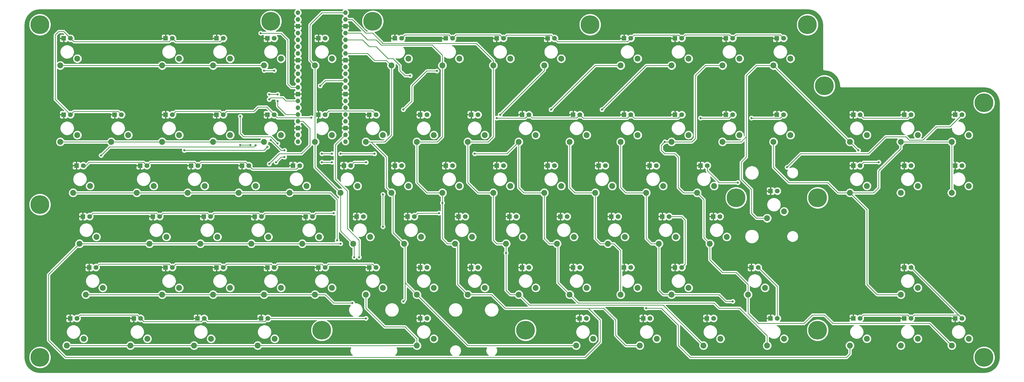
<source format=gtl>
G04 #@! TF.GenerationSoftware,KiCad,Pcbnew,(5.1.10)-1*
G04 #@! TF.CreationDate,2021-09-02T14:46:41+09:00*
G04 #@! TF.ProjectId,KiCAD,4b694341-442e-46b6-9963-61645f706362,rev?*
G04 #@! TF.SameCoordinates,Original*
G04 #@! TF.FileFunction,Copper,L1,Top*
G04 #@! TF.FilePolarity,Positive*
%FSLAX46Y46*%
G04 Gerber Fmt 4.6, Leading zero omitted, Abs format (unit mm)*
G04 Created by KiCad (PCBNEW (5.1.10)-1) date 2021-09-02 14:46:41*
%MOMM*%
%LPD*%
G01*
G04 APERTURE LIST*
G04 #@! TA.AperFunction,ComponentPad*
%ADD10C,2.200000*%
G04 #@! TD*
G04 #@! TA.AperFunction,ComponentPad*
%ADD11O,1.700000X1.700000*%
G04 #@! TD*
G04 #@! TA.AperFunction,ComponentPad*
%ADD12R,1.700000X1.700000*%
G04 #@! TD*
G04 #@! TA.AperFunction,ComponentPad*
%ADD13R,1.800000X1.800000*%
G04 #@! TD*
G04 #@! TA.AperFunction,ComponentPad*
%ADD14C,1.800000*%
G04 #@! TD*
G04 #@! TA.AperFunction,ComponentPad*
%ADD15C,7.000000*%
G04 #@! TD*
G04 #@! TA.AperFunction,ViaPad*
%ADD16C,0.800000*%
G04 #@! TD*
G04 #@! TA.AperFunction,Conductor*
%ADD17C,0.250000*%
G04 #@! TD*
G04 #@! TA.AperFunction,Conductor*
%ADD18C,0.254000*%
G04 #@! TD*
G04 #@! TA.AperFunction,Conductor*
%ADD19C,0.100000*%
G04 #@! TD*
G04 APERTURE END LIST*
D10*
X111760000Y-78740000D03*
X105410000Y-81280000D03*
X247491000Y-183515000D03*
X241141000Y-186055000D03*
X318928499Y-135890000D03*
X312578499Y-138430000D03*
X311785000Y-164465000D03*
X305435000Y-167005000D03*
X64135000Y-164465000D03*
X57785000Y-167005000D03*
X61754000Y-145415000D03*
X55404000Y-147955000D03*
X59373000Y-126365000D03*
X53023000Y-128905000D03*
X283210000Y-107315000D03*
X276860000Y-109855000D03*
X130810000Y-164465000D03*
X124460000Y-167005000D03*
X387985000Y-107315000D03*
X381635000Y-109855000D03*
X181610000Y-186055000D03*
X187960000Y-183515000D03*
X387985000Y-183515000D03*
X381635000Y-186055000D03*
X368935000Y-183515000D03*
X362585000Y-186055000D03*
X349885000Y-183515000D03*
X343535000Y-186055000D03*
X318928499Y-183515000D03*
X312578499Y-186055000D03*
X295116000Y-183515000D03*
X288766000Y-186055000D03*
X271303500Y-183515000D03*
X264953500Y-186055000D03*
X128428500Y-183515000D03*
X122078500Y-186055000D03*
X104616000Y-183515000D03*
X98266000Y-186055000D03*
X80803500Y-183515000D03*
X74453500Y-186055000D03*
X56991000Y-183515000D03*
X50641000Y-186055000D03*
X368935000Y-164465000D03*
X362585000Y-167005000D03*
X283210000Y-164465000D03*
X276860000Y-167005000D03*
X264160000Y-164465000D03*
X257810000Y-167005000D03*
X245110000Y-164465000D03*
X238760000Y-167005000D03*
X226060000Y-164465000D03*
X219710000Y-167005000D03*
X207010000Y-164465000D03*
X200660000Y-167005000D03*
X187960000Y-164465000D03*
X181610000Y-167005000D03*
X168910000Y-164465000D03*
X162560000Y-167005000D03*
X149860000Y-164465000D03*
X143510000Y-167005000D03*
X111760000Y-164465000D03*
X105410000Y-167005000D03*
X92710000Y-164465000D03*
X86360000Y-167005000D03*
X297497500Y-145415000D03*
X291147500Y-147955000D03*
X278447500Y-145415000D03*
X272097500Y-147955000D03*
X259397500Y-145415000D03*
X253047500Y-147955000D03*
X240347500Y-145415000D03*
X233997500Y-147955000D03*
X221297500Y-145415000D03*
X214947500Y-147955000D03*
X202247500Y-145415000D03*
X195897500Y-147955000D03*
X183197500Y-145415000D03*
X176847500Y-147955000D03*
X164147500Y-145415000D03*
X157797500Y-147955000D03*
X145097500Y-145415000D03*
X138747500Y-147955000D03*
X126047500Y-145415000D03*
X119697500Y-147955000D03*
X106997500Y-145415000D03*
X100647500Y-147955000D03*
X87947500Y-145415000D03*
X81597500Y-147955000D03*
X387985000Y-126365000D03*
X381635000Y-128905000D03*
X368935000Y-126365000D03*
X362585000Y-128905000D03*
X349885000Y-126365000D03*
X343535000Y-128905000D03*
X292735000Y-126365000D03*
X286385000Y-128905000D03*
X273685000Y-126365000D03*
X267335000Y-128905000D03*
X254635000Y-126365000D03*
X248285000Y-128905000D03*
X235585000Y-126365000D03*
X229235000Y-128905000D03*
X216535000Y-126365000D03*
X210185000Y-128905000D03*
X197485000Y-126365000D03*
X191135000Y-128905000D03*
X178435000Y-126365000D03*
X172085000Y-128905000D03*
X159385000Y-126365000D03*
X153035000Y-128905000D03*
X140335000Y-126365000D03*
X133985000Y-128905000D03*
X121285000Y-126365000D03*
X114935000Y-128905000D03*
X102235000Y-126365000D03*
X95885000Y-128905000D03*
X83185000Y-126365000D03*
X76835000Y-128905000D03*
X368935000Y-107315000D03*
X362585000Y-109855000D03*
X349885000Y-107315000D03*
X343535000Y-109855000D03*
X321310000Y-107315000D03*
X314960000Y-109855000D03*
X302260000Y-107315000D03*
X295910000Y-109855000D03*
X264160000Y-107315000D03*
X257810000Y-109855000D03*
X245110000Y-107315000D03*
X238760000Y-109855000D03*
X226060000Y-107315000D03*
X219710000Y-109855000D03*
X207010000Y-107315000D03*
X200660000Y-109855000D03*
X187960000Y-107315000D03*
X181610000Y-109855000D03*
X168910000Y-107315000D03*
X162560000Y-109855000D03*
X149860000Y-107315000D03*
X143510000Y-109855000D03*
X130810000Y-107315000D03*
X124460000Y-109855000D03*
X111760000Y-107315000D03*
X105410000Y-109855000D03*
X92710000Y-107315000D03*
X86360000Y-109855000D03*
X73660000Y-107315000D03*
X67310000Y-109855000D03*
X54610000Y-107315000D03*
X48260000Y-109855000D03*
X321310000Y-78740000D03*
X314960000Y-81280000D03*
X302260000Y-78740000D03*
X295910000Y-81280000D03*
X283210000Y-78740000D03*
X276860000Y-81280000D03*
X264160000Y-78740000D03*
X257810000Y-81280000D03*
X235585000Y-78740000D03*
X229235000Y-81280000D03*
X216535000Y-78740000D03*
X210185000Y-81280000D03*
X197485000Y-78740000D03*
X191135000Y-81280000D03*
X178435000Y-78740000D03*
X172085000Y-81280000D03*
X149860000Y-78740000D03*
X143510000Y-81280000D03*
X130810000Y-78740000D03*
X124460000Y-81280000D03*
X92710000Y-78740000D03*
X86360000Y-81280000D03*
X54610000Y-78740000D03*
X48260000Y-81280000D03*
D11*
X154876500Y-61531500D03*
X154876500Y-64071500D03*
D12*
X154876500Y-66611500D03*
D11*
X154876500Y-69151500D03*
X154876500Y-71691500D03*
X154876500Y-74231500D03*
X154876500Y-76771500D03*
D12*
X154876500Y-79311500D03*
D11*
X154876500Y-81851500D03*
X154876500Y-84391500D03*
X154876500Y-86931500D03*
X154876500Y-89471500D03*
D12*
X154876500Y-92011500D03*
D11*
X154876500Y-94551500D03*
X154876500Y-97091500D03*
X154876500Y-99631500D03*
X154876500Y-102171500D03*
D12*
X154876500Y-104711500D03*
D11*
X154876500Y-107251500D03*
X154876500Y-109791500D03*
X137096500Y-109791500D03*
X137096500Y-107251500D03*
D12*
X137096500Y-104711500D03*
D11*
X137096500Y-102171500D03*
X137096500Y-99631500D03*
X137096500Y-97091500D03*
X137096500Y-94551500D03*
D12*
X137096500Y-92011500D03*
D11*
X137096500Y-89471500D03*
X137096500Y-86931500D03*
X137096500Y-84391500D03*
X137096500Y-81851500D03*
D12*
X137096500Y-79311500D03*
D11*
X137096500Y-76771500D03*
X137096500Y-74231500D03*
X137096500Y-71691500D03*
X137096500Y-69151500D03*
D12*
X137096500Y-66611500D03*
D11*
X137096500Y-64071500D03*
X137096500Y-61531500D03*
D13*
X49530000Y-71120000D03*
D14*
X52070000Y-71120000D03*
D13*
X87630000Y-99695000D03*
D14*
X90170000Y-99695000D03*
D13*
X382905000Y-99695000D03*
D14*
X385445000Y-99695000D03*
D13*
X344805000Y-118745000D03*
D14*
X347345000Y-118745000D03*
X275907500Y-137795000D03*
D13*
X273367500Y-137795000D03*
X306705000Y-156845000D03*
D14*
X309245000Y-156845000D03*
X90170000Y-71120000D03*
D13*
X87630000Y-71120000D03*
D14*
X109220000Y-99695000D03*
D13*
X106680000Y-99695000D03*
D14*
X56833000Y-118745000D03*
D13*
X54293000Y-118745000D03*
D14*
X366395000Y-118745000D03*
D13*
X363855000Y-118745000D03*
X292417500Y-137795000D03*
D14*
X294957500Y-137795000D03*
X366395000Y-156845000D03*
D13*
X363855000Y-156845000D03*
X106680000Y-71120000D03*
D14*
X109220000Y-71120000D03*
D13*
X125730000Y-99695000D03*
D14*
X128270000Y-99695000D03*
D13*
X78105000Y-118745000D03*
D14*
X80645000Y-118745000D03*
D13*
X382905000Y-118745000D03*
D14*
X385445000Y-118745000D03*
X61595000Y-156845000D03*
D13*
X59055000Y-156845000D03*
X51911000Y-175895000D03*
D14*
X54451000Y-175895000D03*
X128270000Y-71120000D03*
D13*
X125730000Y-71120000D03*
D14*
X147320000Y-99695000D03*
D13*
X144780000Y-99695000D03*
D14*
X99695000Y-118745000D03*
D13*
X97155000Y-118745000D03*
D14*
X59214000Y-137795000D03*
D13*
X56674000Y-137795000D03*
X87630000Y-156845000D03*
D14*
X90170000Y-156845000D03*
X78263500Y-175895000D03*
D13*
X75723500Y-175895000D03*
X144780000Y-71120000D03*
D14*
X147320000Y-71120000D03*
D13*
X163830000Y-99695000D03*
D14*
X166370000Y-99695000D03*
D13*
X116205000Y-118745000D03*
D14*
X118745000Y-118745000D03*
D13*
X82867500Y-137795000D03*
D14*
X85407500Y-137795000D03*
X109220000Y-156845000D03*
D13*
X106680000Y-156845000D03*
X99536000Y-175895000D03*
D14*
X102076000Y-175895000D03*
X175895000Y-71120000D03*
D13*
X173355000Y-71120000D03*
D14*
X185420000Y-99695000D03*
D13*
X182880000Y-99695000D03*
D14*
X137795000Y-118745000D03*
D13*
X135255000Y-118745000D03*
D14*
X104457500Y-137795000D03*
D13*
X101917500Y-137795000D03*
D14*
X128270000Y-156845000D03*
D13*
X125730000Y-156845000D03*
D14*
X125888500Y-175895000D03*
D13*
X123348500Y-175895000D03*
D14*
X194945000Y-71120000D03*
D13*
X192405000Y-71120000D03*
X201930000Y-99695000D03*
D14*
X204470000Y-99695000D03*
D13*
X154305000Y-118745000D03*
D14*
X156845000Y-118745000D03*
D13*
X120967500Y-137795000D03*
D14*
X123507500Y-137795000D03*
D13*
X144780000Y-156845000D03*
D14*
X147320000Y-156845000D03*
D13*
X182880000Y-175895000D03*
D14*
X185420000Y-175895000D03*
D13*
X211455000Y-71120000D03*
D14*
X213995000Y-71120000D03*
X223520000Y-99695000D03*
D13*
X220980000Y-99695000D03*
D14*
X175895000Y-118745000D03*
D13*
X173355000Y-118745000D03*
D14*
X142557500Y-137795000D03*
D13*
X140017500Y-137795000D03*
D14*
X166370000Y-156845000D03*
D13*
X163830000Y-156845000D03*
D14*
X244951000Y-175895000D03*
D13*
X242411000Y-175895000D03*
D14*
X233045000Y-71120000D03*
D13*
X230505000Y-71120000D03*
X240030000Y-99695000D03*
D14*
X242570000Y-99695000D03*
D13*
X192405000Y-118745000D03*
D14*
X194945000Y-118745000D03*
D13*
X159067500Y-137795000D03*
D14*
X161607500Y-137795000D03*
D13*
X182880000Y-156845000D03*
D14*
X185420000Y-156845000D03*
X268763500Y-175895000D03*
D13*
X266223500Y-175895000D03*
X259080000Y-71120000D03*
D14*
X261620000Y-71120000D03*
X261620000Y-99695000D03*
D13*
X259080000Y-99695000D03*
D14*
X213995000Y-118745000D03*
D13*
X211455000Y-118745000D03*
D14*
X180657500Y-137795000D03*
D13*
X178117500Y-137795000D03*
D14*
X204470000Y-156845000D03*
D13*
X201930000Y-156845000D03*
X290036000Y-175895000D03*
D14*
X292576000Y-175895000D03*
X280670000Y-71120000D03*
D13*
X278130000Y-71120000D03*
X278130000Y-99695000D03*
D14*
X280670000Y-99695000D03*
D13*
X230505000Y-118745000D03*
D14*
X233045000Y-118745000D03*
D13*
X197167500Y-137795000D03*
D14*
X199707500Y-137795000D03*
D13*
X220980000Y-156845000D03*
D14*
X223520000Y-156845000D03*
D13*
X313848499Y-175895000D03*
D14*
X316388499Y-175895000D03*
D13*
X297180000Y-71120000D03*
D14*
X299720000Y-71120000D03*
X299720000Y-99695000D03*
D13*
X297180000Y-99695000D03*
D14*
X252095000Y-118745000D03*
D13*
X249555000Y-118745000D03*
D14*
X218757500Y-137795000D03*
D13*
X216217500Y-137795000D03*
X240030000Y-156845000D03*
D14*
X242570000Y-156845000D03*
X347345000Y-175895000D03*
D13*
X344805000Y-175895000D03*
D14*
X318770000Y-71120000D03*
D13*
X316230000Y-71120000D03*
X316230000Y-99695000D03*
D14*
X318770000Y-99695000D03*
D13*
X268605000Y-118745000D03*
D14*
X271145000Y-118745000D03*
D13*
X235267500Y-137795000D03*
D14*
X237807500Y-137795000D03*
D13*
X259080000Y-156845000D03*
D14*
X261620000Y-156845000D03*
D13*
X363855000Y-175895000D03*
D14*
X366395000Y-175895000D03*
D13*
X49530000Y-99695000D03*
D14*
X52070000Y-99695000D03*
X347345000Y-99695000D03*
D13*
X344805000Y-99695000D03*
D14*
X290195000Y-118745000D03*
D13*
X287655000Y-118745000D03*
D14*
X256857500Y-137795000D03*
D13*
X254317500Y-137795000D03*
D14*
X280670000Y-156845000D03*
D13*
X278130000Y-156845000D03*
D14*
X385445000Y-175895000D03*
D13*
X382905000Y-175895000D03*
D14*
X71120000Y-99695000D03*
D13*
X68580000Y-99695000D03*
X363855000Y-99695000D03*
D14*
X366395000Y-99695000D03*
D13*
X313848499Y-128270000D03*
D14*
X316388499Y-128270000D03*
D15*
X40640000Y-133350000D03*
X40640000Y-66040000D03*
X127000000Y-64770000D03*
X40640000Y-190500000D03*
X165100000Y-64770000D03*
X327660000Y-66040000D03*
X246380000Y-66040000D03*
X393700000Y-95250000D03*
X331470000Y-180340000D03*
X300990000Y-130810000D03*
X222250000Y-180340000D03*
X393700000Y-190500000D03*
X331470000Y-130810000D03*
X146050000Y-180340000D03*
X334010000Y-88900000D03*
D16*
X189077500Y-83337500D03*
X176530000Y-97790000D03*
X168910000Y-129540000D03*
X168910000Y-141605000D03*
X160020000Y-153035000D03*
X123190000Y-69215000D03*
X158115000Y-153035000D03*
X157480000Y-170180000D03*
X176530000Y-169545000D03*
X153035000Y-147955000D03*
X191135000Y-132715000D03*
X214947500Y-151447500D03*
X151765000Y-146685000D03*
X212725000Y-99695000D03*
X203200000Y-114300000D03*
X165735000Y-114300000D03*
X153035000Y-114300000D03*
X149860000Y-114300000D03*
X146050000Y-114300000D03*
X132080000Y-115570000D03*
X128905000Y-117475000D03*
X231775000Y-97790000D03*
X145415000Y-88900000D03*
X132080000Y-113030000D03*
X267335000Y-172085000D03*
X127000000Y-109220000D03*
X299720000Y-169545000D03*
X250825000Y-97790000D03*
X274320000Y-109855000D03*
X346710000Y-113030000D03*
X346710000Y-113030000D03*
X179070000Y-85090000D03*
X63500000Y-114935000D03*
X121285000Y-111125000D03*
X126365000Y-93980000D03*
X94615000Y-113030000D03*
X125730000Y-111760000D03*
X126365000Y-92075000D03*
X129540000Y-92075000D03*
X129540000Y-94615000D03*
X142081501Y-100806501D03*
X211455000Y-100965000D03*
X287655000Y-100965000D03*
X306705000Y-100965000D03*
X320040000Y-119380000D03*
X301625000Y-125095000D03*
X301625000Y-125095000D03*
X162604999Y-117519999D03*
X149860000Y-117475000D03*
X146050000Y-117475000D03*
X354330000Y-117475000D03*
X189865000Y-136525000D03*
X150495000Y-136525000D03*
X162560000Y-175895000D03*
X126365000Y-118110000D03*
X119380000Y-111035000D03*
X119380000Y-111035000D03*
X115570000Y-111035000D03*
X115570000Y-100330000D03*
X128270000Y-83185000D03*
X129540000Y-110490000D03*
X124460000Y-83185000D03*
D17*
X88944999Y-72345001D02*
X90170000Y-71120000D01*
X53295001Y-72345001D02*
X88944999Y-72345001D01*
X52070000Y-71120000D02*
X53295001Y-72345001D01*
X107994999Y-72345001D02*
X109220000Y-71120000D01*
X91395001Y-72345001D02*
X107994999Y-72345001D01*
X90170000Y-71120000D02*
X91395001Y-72345001D01*
X69894999Y-98469999D02*
X71120000Y-99695000D01*
X53295001Y-98469999D02*
X69894999Y-98469999D01*
X52070000Y-99695000D02*
X53295001Y-98469999D01*
X46355000Y-93980000D02*
X46355000Y-71120000D01*
X52070000Y-99695000D02*
X46355000Y-93980000D01*
X46355000Y-69850000D02*
X46355000Y-71120000D01*
X47625000Y-68580000D02*
X46355000Y-69850000D01*
X49530000Y-68580000D02*
X47625000Y-68580000D01*
X52070000Y-71120000D02*
X49530000Y-68580000D01*
X175895000Y-71120000D02*
X177165000Y-69850000D01*
X194790002Y-71120000D02*
X194945000Y-71120000D01*
X193520002Y-69850000D02*
X194790002Y-71120000D01*
X177165000Y-69850000D02*
X193520002Y-69850000D01*
X194945000Y-71120000D02*
X196215000Y-69850000D01*
X213840002Y-71120000D02*
X213995000Y-71120000D01*
X212570002Y-69850000D02*
X213840002Y-71120000D01*
X196215000Y-69850000D02*
X212570002Y-69850000D01*
X231819999Y-69894999D02*
X233045000Y-71120000D01*
X215220001Y-69894999D02*
X231819999Y-69894999D01*
X213995000Y-71120000D02*
X215220001Y-69894999D01*
X260394999Y-72345001D02*
X261620000Y-71120000D01*
X234270001Y-72345001D02*
X260394999Y-72345001D01*
X233045000Y-71120000D02*
X234270001Y-72345001D01*
X279444999Y-69894999D02*
X280670000Y-71120000D01*
X262845001Y-69894999D02*
X279444999Y-69894999D01*
X261620000Y-71120000D02*
X262845001Y-69894999D01*
X280670000Y-71120000D02*
X281940000Y-69850000D01*
X298450000Y-69850000D02*
X299720000Y-71120000D01*
X281940000Y-69850000D02*
X298450000Y-69850000D01*
X299720000Y-71120000D02*
X300990000Y-69850000D01*
X317500000Y-69850000D02*
X318770000Y-71120000D01*
X300990000Y-69850000D02*
X317500000Y-69850000D01*
X189077500Y-83337500D02*
X185267500Y-83337500D01*
X185267500Y-83337500D02*
X179705000Y-88900000D01*
X179705000Y-88900000D02*
X179705000Y-94615000D01*
X179705000Y-94615000D02*
X176530000Y-97790000D01*
X176530000Y-97790000D02*
X176530000Y-97790000D01*
X168910000Y-129540000D02*
X168910000Y-140335000D01*
X168910000Y-140335000D02*
X168910000Y-141605000D01*
X168910000Y-141605000D02*
X168910000Y-141605000D01*
X155575000Y-128270000D02*
X151130000Y-123825000D01*
X155575000Y-142240000D02*
X155575000Y-128270000D01*
X151130000Y-123825000D02*
X151130000Y-110998000D01*
X160020000Y-146685000D02*
X155575000Y-142240000D01*
X151130000Y-110998000D02*
X154876500Y-107251500D01*
X160020000Y-153035000D02*
X160020000Y-146685000D01*
X137096500Y-89471500D02*
X134556500Y-89471500D01*
X134556500Y-89471500D02*
X133350000Y-88265000D01*
X133350000Y-88265000D02*
X133350000Y-71755000D01*
X130810000Y-69215000D02*
X123190000Y-69215000D01*
X133350000Y-71755000D02*
X130810000Y-69215000D01*
X50641000Y-186055000D02*
X122078500Y-186055000D01*
X127997502Y-186055000D02*
X181610000Y-186055000D01*
X122078500Y-186055000D02*
X127997502Y-186055000D01*
X157797500Y-147955000D02*
X153035000Y-143192500D01*
X153035000Y-143192500D02*
X153035000Y-128905000D01*
X153035000Y-128905000D02*
X143510000Y-119380000D01*
X143510000Y-119380000D02*
X143510000Y-109855000D01*
X143510000Y-109855000D02*
X143510000Y-81280000D01*
X141605000Y-79375000D02*
X143510000Y-81280000D01*
X141605000Y-66040000D02*
X141605000Y-79375000D01*
X146113500Y-61531500D02*
X141605000Y-66040000D01*
X154876500Y-61531500D02*
X146113500Y-61531500D01*
X181610000Y-183515000D02*
X181610000Y-186055000D01*
X177165000Y-179070000D02*
X181610000Y-183515000D01*
X169545000Y-179070000D02*
X177165000Y-179070000D01*
X162560000Y-172085000D02*
X169545000Y-179070000D01*
X162560000Y-167005000D02*
X162560000Y-172085000D01*
X158115000Y-148272500D02*
X157797500Y-147955000D01*
X158115000Y-153035000D02*
X158115000Y-148272500D01*
X57785000Y-167005000D02*
X143510000Y-167005000D01*
X181610000Y-167005000D02*
X177165000Y-162560000D01*
X177165000Y-148272500D02*
X176847500Y-147955000D01*
X177165000Y-162560000D02*
X177165000Y-148272500D01*
X176847500Y-147955000D02*
X172720000Y-143827500D01*
X172720000Y-129540000D02*
X172085000Y-128905000D01*
X172720000Y-143827500D02*
X172720000Y-129540000D01*
X200660000Y-186055000D02*
X181610000Y-167005000D01*
X241141000Y-186055000D02*
X200660000Y-186055000D01*
X143510000Y-167005000D02*
X147320000Y-167005000D01*
X147320000Y-167005000D02*
X150495000Y-170180000D01*
X150495000Y-170180000D02*
X157480000Y-170180000D01*
X157480000Y-170180000D02*
X157480000Y-170180000D01*
X176530000Y-169545000D02*
X177165000Y-168910000D01*
X177165000Y-168910000D02*
X177165000Y-162560000D01*
X172085000Y-107315000D02*
X172085000Y-81280000D01*
X169545000Y-109855000D02*
X172085000Y-107315000D01*
X162560000Y-109855000D02*
X169545000Y-109855000D01*
X162560000Y-109855000D02*
X164465000Y-109855000D01*
X164465000Y-109855000D02*
X170180000Y-115570000D01*
X170180000Y-127000000D02*
X172085000Y-128905000D01*
X170180000Y-115570000D02*
X170180000Y-127000000D01*
X163131500Y-76771500D02*
X154876500Y-76771500D01*
X165735000Y-79375000D02*
X163131500Y-76771500D01*
X170180000Y-79375000D02*
X165735000Y-79375000D01*
X172085000Y-81280000D02*
X170180000Y-79375000D01*
X55404000Y-147955000D02*
X138747500Y-147955000D01*
X138747500Y-147955000D02*
X144666502Y-147955000D01*
X144666502Y-147955000D02*
X153035000Y-147955000D01*
X153035000Y-147955000D02*
X153035000Y-147955000D01*
X191135000Y-128905000D02*
X191135000Y-132715000D01*
X209550000Y-167005000D02*
X200660000Y-167005000D01*
X214630000Y-172085000D02*
X209550000Y-167005000D01*
X255905000Y-182245000D02*
X255905000Y-176530000D01*
X255905000Y-176530000D02*
X251460000Y-172085000D01*
X259715000Y-186055000D02*
X255905000Y-182245000D01*
X264953500Y-186055000D02*
X259715000Y-186055000D01*
X200660000Y-167005000D02*
X196850000Y-163195000D01*
X196850000Y-148907500D02*
X195897500Y-147955000D01*
X196850000Y-163195000D02*
X196850000Y-148907500D01*
X195897500Y-147955000D02*
X193040000Y-147955000D01*
X191135000Y-146050000D02*
X191135000Y-132715000D01*
X193040000Y-147955000D02*
X191135000Y-146050000D01*
X191135000Y-128905000D02*
X185420000Y-128905000D01*
X181610000Y-125095000D02*
X181610000Y-109855000D01*
X185420000Y-128905000D02*
X181610000Y-125095000D01*
X181610000Y-109855000D02*
X189230000Y-109855000D01*
X191135000Y-107950000D02*
X191135000Y-81280000D01*
X189230000Y-109855000D02*
X191135000Y-107950000D01*
X251460000Y-172085000D02*
X244475000Y-172085000D01*
X244475000Y-172085000D02*
X214630000Y-172085000D01*
X43815000Y-159544000D02*
X55404000Y-147955000D01*
X43815000Y-184150000D02*
X43815000Y-159544000D01*
X50165000Y-190500000D02*
X43815000Y-184150000D01*
X244475000Y-190500000D02*
X50165000Y-190500000D01*
X250190000Y-176530000D02*
X250190000Y-184785000D01*
X250190000Y-184785000D02*
X244475000Y-190500000D01*
X245745000Y-172085000D02*
X250190000Y-176530000D01*
X244475000Y-172085000D02*
X245745000Y-172085000D01*
X160591500Y-69151500D02*
X154876500Y-69151500D01*
X163131500Y-71691500D02*
X160591500Y-69151500D01*
X166306500Y-71691500D02*
X163131500Y-71691500D01*
X168275000Y-73660000D02*
X166306500Y-71691500D01*
X187325000Y-73660000D02*
X168275000Y-73660000D01*
X191135000Y-77470000D02*
X187325000Y-73660000D01*
X191135000Y-81280000D02*
X191135000Y-77470000D01*
X53023000Y-128905000D02*
X133985000Y-128905000D01*
X288766000Y-186055000D02*
X273685000Y-170974000D01*
X223679000Y-170974000D02*
X219710000Y-167005000D01*
X273685000Y-170974000D02*
X223679000Y-170974000D01*
X219710000Y-167005000D02*
X216535000Y-167005000D01*
X214947500Y-165417500D02*
X214947500Y-151447500D01*
X216535000Y-167005000D02*
X214947500Y-165417500D01*
X214947500Y-147955000D02*
X211455000Y-147955000D01*
X210185000Y-146685000D02*
X210185000Y-128905000D01*
X211455000Y-147955000D02*
X210185000Y-146685000D01*
X210185000Y-128905000D02*
X204470000Y-128905000D01*
X200660000Y-125095000D02*
X200660000Y-109855000D01*
X204470000Y-128905000D02*
X200660000Y-125095000D01*
X200660000Y-109855000D02*
X208280000Y-109855000D01*
X208280000Y-109855000D02*
X210185000Y-107950000D01*
X210185000Y-107950000D02*
X210185000Y-81280000D01*
X168910000Y-73025000D02*
X165036500Y-69151500D01*
X203835000Y-73025000D02*
X168910000Y-73025000D01*
X210185000Y-79375000D02*
X203835000Y-73025000D01*
X210185000Y-81280000D02*
X210185000Y-79375000D01*
X214947500Y-151447500D02*
X214947500Y-147955000D01*
X165036500Y-69151500D02*
X162496500Y-69151500D01*
X157416500Y-64071500D02*
X154876500Y-64071500D01*
X162496500Y-69151500D02*
X157416500Y-64071500D01*
X151765000Y-146685000D02*
X151765000Y-131445000D01*
X149225000Y-128905000D02*
X144145000Y-128905000D01*
X151765000Y-131445000D02*
X149225000Y-128905000D01*
X144145000Y-128905000D02*
X133985000Y-128905000D01*
X144780000Y-128905000D02*
X144145000Y-128905000D01*
X48260000Y-109855000D02*
X124460000Y-109855000D01*
X312578499Y-182403499D02*
X312578499Y-186055000D01*
X302260000Y-172085000D02*
X312578499Y-182403499D01*
X294640000Y-172085000D02*
X302260000Y-172085000D01*
X292735000Y-170180000D02*
X294640000Y-172085000D01*
X241935000Y-170180000D02*
X292735000Y-170180000D01*
X238760000Y-167005000D02*
X241935000Y-170180000D01*
X229235000Y-128905000D02*
X221615000Y-128905000D01*
X219710000Y-127000000D02*
X219710000Y-109855000D01*
X221615000Y-128905000D02*
X219710000Y-127000000D01*
X233997500Y-147955000D02*
X231140000Y-147955000D01*
X229235000Y-146050000D02*
X229235000Y-128905000D01*
X231140000Y-147955000D02*
X229235000Y-146050000D01*
X238760000Y-167005000D02*
X234315000Y-162560000D01*
X234315000Y-148272500D02*
X233997500Y-147955000D01*
X234315000Y-162560000D02*
X234315000Y-148272500D01*
X229235000Y-83185000D02*
X229235000Y-81280000D01*
X212725000Y-99695000D02*
X229235000Y-83185000D01*
X219710000Y-109855000D02*
X215265000Y-114300000D01*
X215265000Y-114300000D02*
X203200000Y-114300000D01*
X203200000Y-114300000D02*
X203200000Y-114300000D01*
X165735000Y-114300000D02*
X153035000Y-114300000D01*
X153035000Y-114300000D02*
X153035000Y-114300000D01*
X149860000Y-114300000D02*
X146050000Y-114300000D01*
X146050000Y-114300000D02*
X146050000Y-114300000D01*
X132080000Y-115570000D02*
X130810000Y-115570000D01*
X130810000Y-115570000D02*
X128905000Y-117475000D01*
X128905000Y-117475000D02*
X128905000Y-117475000D01*
X124460000Y-81280000D02*
X105410000Y-81280000D01*
X86360000Y-81280000D02*
X105410000Y-81280000D01*
X48260000Y-81280000D02*
X86360000Y-81280000D01*
X248285000Y-128905000D02*
X240665000Y-128905000D01*
X238760000Y-127000000D02*
X238760000Y-109855000D01*
X240665000Y-128905000D02*
X238760000Y-127000000D01*
X253047500Y-147955000D02*
X250190000Y-147955000D01*
X248285000Y-146050000D02*
X248285000Y-128905000D01*
X250190000Y-147955000D02*
X248285000Y-146050000D01*
X253047500Y-147955000D02*
X255270000Y-147955000D01*
X257810000Y-150495000D02*
X257810000Y-167005000D01*
X255270000Y-147955000D02*
X257810000Y-150495000D01*
X248285000Y-81280000D02*
X257810000Y-81280000D01*
X231775000Y-97790000D02*
X248285000Y-81280000D01*
X154876500Y-86931500D02*
X147383500Y-86931500D01*
X147383500Y-86931500D02*
X145415000Y-88900000D01*
X145415000Y-88900000D02*
X145415000Y-88900000D01*
X132080000Y-113030000D02*
X130810000Y-113030000D01*
X343535000Y-189230000D02*
X343535000Y-186055000D01*
X279400000Y-186055000D02*
X283845000Y-190500000D01*
X342265000Y-190500000D02*
X343535000Y-189230000D01*
X279400000Y-178435000D02*
X279400000Y-186055000D01*
X273050000Y-172085000D02*
X279400000Y-178435000D01*
X283845000Y-190500000D02*
X342265000Y-190500000D01*
X267335000Y-172085000D02*
X273050000Y-172085000D01*
X128905000Y-111125000D02*
X127000000Y-109220000D01*
X130810000Y-113030000D02*
X128905000Y-111125000D01*
X128905000Y-111125000D02*
X128587500Y-110807500D01*
X299720000Y-169545000D02*
X297180000Y-169545000D01*
X294640000Y-167005000D02*
X276860000Y-167005000D01*
X297180000Y-169545000D02*
X294640000Y-167005000D01*
X276860000Y-167005000D02*
X273685000Y-167005000D01*
X272097500Y-165417500D02*
X272097500Y-147955000D01*
X273685000Y-167005000D02*
X272097500Y-165417500D01*
X272097500Y-147955000D02*
X269240000Y-147955000D01*
X267335000Y-146050000D02*
X267335000Y-128905000D01*
X269240000Y-147955000D02*
X267335000Y-146050000D01*
X267335000Y-128905000D02*
X259715000Y-128905000D01*
X257810000Y-127000000D02*
X257810000Y-109855000D01*
X259715000Y-128905000D02*
X257810000Y-127000000D01*
X267335000Y-81280000D02*
X276860000Y-81280000D01*
X250825000Y-97790000D02*
X267335000Y-81280000D01*
X284480000Y-109855000D02*
X276860000Y-109855000D01*
X285750000Y-85090000D02*
X285750000Y-108585000D01*
X285750000Y-108585000D02*
X284480000Y-109855000D01*
X289560000Y-81280000D02*
X285750000Y-85090000D01*
X295910000Y-81280000D02*
X289560000Y-81280000D01*
X279400000Y-127000000D02*
X281305000Y-128905000D01*
X279400000Y-115570000D02*
X279400000Y-127000000D01*
X278130000Y-114300000D02*
X279400000Y-115570000D01*
X274320000Y-114300000D02*
X278130000Y-114300000D01*
X281305000Y-128905000D02*
X286385000Y-128905000D01*
X273050000Y-113030000D02*
X274320000Y-114300000D01*
X273050000Y-111125000D02*
X273050000Y-113030000D01*
X274320000Y-109855000D02*
X273050000Y-111125000D01*
X276860000Y-109855000D02*
X274320000Y-109855000D01*
X288925000Y-145732500D02*
X291147500Y-147955000D01*
X288925000Y-131445000D02*
X288925000Y-145732500D01*
X286385000Y-128905000D02*
X288925000Y-131445000D01*
X291147500Y-147955000D02*
X291147500Y-153987500D01*
X291147500Y-153987500D02*
X295910000Y-158750000D01*
X295910000Y-158750000D02*
X300990000Y-158750000D01*
X305435000Y-163195000D02*
X305435000Y-167005000D01*
X300990000Y-158750000D02*
X305435000Y-163195000D01*
X305435000Y-173990000D02*
X305435000Y-167005000D01*
X309245000Y-177800000D02*
X305435000Y-173990000D01*
X326390000Y-177800000D02*
X309245000Y-177800000D01*
X329565000Y-174625000D02*
X326390000Y-177800000D01*
X334010000Y-174625000D02*
X329565000Y-174625000D01*
X337185000Y-177800000D02*
X334010000Y-174625000D01*
X373380000Y-177800000D02*
X337185000Y-177800000D01*
X381635000Y-186055000D02*
X373380000Y-177800000D01*
X346710000Y-113030000D02*
X343535000Y-109855000D01*
X343535000Y-109855000D02*
X314960000Y-81280000D01*
X295910000Y-109855000D02*
X302895000Y-109855000D01*
X302895000Y-109855000D02*
X304800000Y-107950000D01*
X304800000Y-107950000D02*
X304800000Y-85090000D01*
X308610000Y-81280000D02*
X314960000Y-81280000D01*
X304800000Y-85090000D02*
X308610000Y-81280000D01*
X312578499Y-138430000D02*
X308610000Y-138430000D01*
X308610000Y-138430000D02*
X306705000Y-136525000D01*
X306705000Y-136525000D02*
X306705000Y-127635000D01*
X306705000Y-127635000D02*
X302895000Y-123825000D01*
X302895000Y-123825000D02*
X302895000Y-117475000D01*
X304800000Y-115570000D02*
X304800000Y-107950000D01*
X302895000Y-117475000D02*
X304800000Y-115570000D01*
X381635000Y-117629998D02*
X381635000Y-109855000D01*
X381635000Y-128905000D02*
X381635000Y-117629998D01*
X381635000Y-109855000D02*
X362585000Y-109855000D01*
X352425000Y-128905000D02*
X343535000Y-128905000D01*
X354330000Y-120650000D02*
X354330000Y-127000000D01*
X362585000Y-112395000D02*
X354330000Y-120650000D01*
X354330000Y-127000000D02*
X352425000Y-128905000D01*
X362585000Y-109855000D02*
X362585000Y-112395000D01*
X343535000Y-128905000D02*
X339090000Y-128905000D01*
X339090000Y-128905000D02*
X335280000Y-125095000D01*
X335280000Y-125095000D02*
X320675000Y-125095000D01*
X314960000Y-119380000D02*
X314960000Y-109855000D01*
X320675000Y-125095000D02*
X314960000Y-119380000D01*
X349885000Y-135255000D02*
X343535000Y-128905000D01*
X349885000Y-163195000D02*
X349885000Y-135255000D01*
X353695000Y-167005000D02*
X349885000Y-163195000D01*
X362585000Y-167005000D02*
X353695000Y-167005000D01*
X179070000Y-85090000D02*
X177165000Y-85090000D01*
X177165000Y-85090000D02*
X175260000Y-83185000D01*
X175260000Y-83185000D02*
X175260000Y-81280000D01*
X175260000Y-81280000D02*
X172720000Y-78740000D01*
X172720000Y-78740000D02*
X170815000Y-78740000D01*
X170815000Y-78740000D02*
X166306500Y-74231500D01*
X166306500Y-74231500D02*
X163766500Y-74231500D01*
X161226500Y-71691500D02*
X154876500Y-71691500D01*
X163766500Y-74231500D02*
X161226500Y-71691500D01*
X63500000Y-114935000D02*
X66675000Y-111760000D01*
X120650000Y-111760000D02*
X121285000Y-111125000D01*
X66675000Y-111760000D02*
X120650000Y-111760000D01*
X126365000Y-93980000D02*
X127000000Y-93345000D01*
X137096500Y-94551500D02*
X132651500Y-94551500D01*
X131445000Y-93345000D02*
X130810000Y-93345000D01*
X132651500Y-94551500D02*
X131445000Y-93345000D01*
X130810000Y-93345000D02*
X131535000Y-93345000D01*
X127000000Y-93345000D02*
X130810000Y-93345000D01*
X94615000Y-113030000D02*
X123915000Y-113030000D01*
X123915000Y-113030000D02*
X124460000Y-113030000D01*
X124460000Y-113030000D02*
X125730000Y-111760000D01*
X125730000Y-111760000D02*
X125730000Y-111760000D01*
X126365000Y-92075000D02*
X129540000Y-92075000D01*
X129540000Y-94615000D02*
X129540000Y-96520000D01*
X132651500Y-99631500D02*
X137096500Y-99631500D01*
X129540000Y-96520000D02*
X132651500Y-99631500D01*
X90170000Y-99695000D02*
X91440000Y-98425000D01*
X109065002Y-99695000D02*
X109220000Y-99695000D01*
X107795002Y-98425000D02*
X109065002Y-99695000D01*
X91440000Y-98425000D02*
X107795002Y-98425000D01*
X110490000Y-98425000D02*
X110490000Y-98425000D01*
X129381501Y-100806501D02*
X142081501Y-100806501D01*
X128270000Y-99695000D02*
X129381501Y-100806501D01*
X142081501Y-100806501D02*
X142081501Y-100806501D01*
X164941501Y-98266501D02*
X166370000Y-99695000D01*
X148748499Y-98266501D02*
X164941501Y-98266501D01*
X147320000Y-99695000D02*
X148748499Y-98266501D01*
X223365002Y-99695000D02*
X223520000Y-99695000D01*
X222095002Y-100965000D02*
X223365002Y-99695000D01*
X211455000Y-100965000D02*
X222095002Y-100965000D01*
X241344999Y-100920001D02*
X242570000Y-99695000D01*
X224745001Y-100920001D02*
X241344999Y-100920001D01*
X223520000Y-99695000D02*
X224745001Y-100920001D01*
X242570000Y-99695000D02*
X243840000Y-100965000D01*
X260350000Y-100965000D02*
X261620000Y-99695000D01*
X243840000Y-100965000D02*
X260350000Y-100965000D01*
X261620000Y-99695000D02*
X262890000Y-100965000D01*
X280515002Y-99695000D02*
X280670000Y-99695000D01*
X279245002Y-100965000D02*
X280515002Y-99695000D01*
X262890000Y-100965000D02*
X279245002Y-100965000D01*
X299565002Y-99695000D02*
X299720000Y-99695000D01*
X298295002Y-100965000D02*
X299565002Y-99695000D01*
X287655000Y-100965000D02*
X298295002Y-100965000D01*
X317500000Y-100965000D02*
X318770000Y-99695000D01*
X306705000Y-100965000D02*
X317500000Y-100965000D01*
X347345000Y-99695000D02*
X348615000Y-100965000D01*
X365125000Y-100965000D02*
X366395000Y-99695000D01*
X348615000Y-100965000D02*
X365125000Y-100965000D01*
X125412500Y-96837500D02*
X128270000Y-99695000D01*
X122237500Y-96837500D02*
X125412500Y-96837500D01*
X120650000Y-98425000D02*
X122237500Y-96837500D01*
X110490000Y-98425000D02*
X120650000Y-98425000D01*
X109220000Y-99695000D02*
X110490000Y-98425000D01*
X100920001Y-117519999D02*
X99695000Y-118745000D01*
X117519999Y-117519999D02*
X100920001Y-117519999D01*
X118745000Y-118745000D02*
X117519999Y-117519999D01*
X81870001Y-117519999D02*
X80645000Y-118745000D01*
X98469999Y-117519999D02*
X81870001Y-117519999D01*
X99695000Y-118745000D02*
X98469999Y-117519999D01*
X79419999Y-117519999D02*
X59010001Y-117519999D01*
X80645000Y-118745000D02*
X79419999Y-117519999D01*
X57785000Y-118745000D02*
X56833000Y-118745000D01*
X59010001Y-117519999D02*
X57785000Y-118745000D01*
X385445000Y-99695000D02*
X384175000Y-100965000D01*
X380950999Y-104189001D02*
X375870999Y-104189001D01*
X384175000Y-100965000D02*
X380950999Y-104189001D01*
X375870999Y-104189001D02*
X370840000Y-109220000D01*
X370840000Y-109220000D02*
X365760000Y-109220000D01*
X365760000Y-109220000D02*
X364490000Y-107950000D01*
X364490000Y-107950000D02*
X356870000Y-107950000D01*
X356870000Y-107950000D02*
X350520000Y-114300000D01*
X350520000Y-114300000D02*
X325120000Y-114300000D01*
X325120000Y-114300000D02*
X320040000Y-119380000D01*
X320040000Y-119380000D02*
X320040000Y-119380000D01*
X301625000Y-125095000D02*
X294640000Y-125095000D01*
X290195000Y-120650000D02*
X290195000Y-118745000D01*
X294640000Y-125095000D02*
X290195000Y-120650000D01*
X158070001Y-117519999D02*
X156845000Y-118745000D01*
X162604999Y-117519999D02*
X158070001Y-117519999D01*
X149860000Y-117475000D02*
X146050000Y-117475000D01*
X146050000Y-117475000D02*
X146050000Y-117475000D01*
X137795000Y-118745000D02*
X136525000Y-120015000D01*
X120015000Y-120015000D02*
X118745000Y-118745000D01*
X136525000Y-120015000D02*
X120015000Y-120015000D01*
X348615000Y-117475000D02*
X347345000Y-118745000D01*
X354330000Y-117475000D02*
X348615000Y-117475000D01*
X181927500Y-136525000D02*
X180657500Y-137795000D01*
X189865000Y-136525000D02*
X181927500Y-136525000D01*
X143827500Y-136525000D02*
X142557500Y-137795000D01*
X150495000Y-136525000D02*
X143827500Y-136525000D01*
X141332499Y-136569999D02*
X124732501Y-136569999D01*
X124732501Y-136569999D02*
X123507500Y-137795000D01*
X142557500Y-137795000D02*
X141332499Y-136569999D01*
X105682501Y-136569999D02*
X104457500Y-137795000D01*
X122282499Y-136569999D02*
X105682501Y-136569999D01*
X123507500Y-137795000D02*
X122282499Y-136569999D01*
X86632501Y-136569999D02*
X85407500Y-137795000D01*
X103232499Y-136569999D02*
X86632501Y-136569999D01*
X104457500Y-137795000D02*
X103232499Y-136569999D01*
X60439001Y-136569999D02*
X59214000Y-137795000D01*
X85407500Y-137795000D02*
X84182499Y-136569999D01*
X69170001Y-136569999D02*
X60439001Y-136569999D01*
X84182499Y-136569999D02*
X69170001Y-136569999D01*
X88944999Y-155619999D02*
X90170000Y-156845000D01*
X62820001Y-155619999D02*
X88944999Y-155619999D01*
X61595000Y-156845000D02*
X62820001Y-155619999D01*
X107994999Y-155619999D02*
X109220000Y-156845000D01*
X91395001Y-155619999D02*
X107994999Y-155619999D01*
X90170000Y-156845000D02*
X91395001Y-155619999D01*
X127044999Y-155619999D02*
X128270000Y-156845000D01*
X110445001Y-155619999D02*
X127044999Y-155619999D01*
X109220000Y-156845000D02*
X110445001Y-155619999D01*
X146094999Y-155619999D02*
X147320000Y-156845000D01*
X129495001Y-155619999D02*
X146094999Y-155619999D01*
X128270000Y-156845000D02*
X129495001Y-155619999D01*
X147320000Y-156845000D02*
X148590000Y-155575000D01*
X166215002Y-156845000D02*
X166370000Y-156845000D01*
X164945002Y-155575000D02*
X166215002Y-156845000D01*
X148590000Y-155575000D02*
X164945002Y-155575000D01*
X280670000Y-137795000D02*
X275907500Y-137795000D01*
X281940000Y-139065000D02*
X280670000Y-137795000D01*
X281940000Y-155575000D02*
X281940000Y-139065000D01*
X280670000Y-156845000D02*
X281940000Y-155575000D01*
X77038499Y-174669999D02*
X78263500Y-175895000D01*
X55676001Y-174669999D02*
X77038499Y-174669999D01*
X54451000Y-175895000D02*
X55676001Y-174669999D01*
X100850999Y-177120001D02*
X102076000Y-175895000D01*
X79488501Y-177120001D02*
X100850999Y-177120001D01*
X78263500Y-175895000D02*
X79488501Y-177120001D01*
X124663499Y-177120001D02*
X125888500Y-175895000D01*
X103301001Y-177120001D02*
X124663499Y-177120001D01*
X102076000Y-175895000D02*
X103301001Y-177120001D01*
X125888500Y-175895000D02*
X162560000Y-175895000D01*
X365169999Y-174669999D02*
X366395000Y-175895000D01*
X348570001Y-174669999D02*
X365169999Y-174669999D01*
X347345000Y-175895000D02*
X348570001Y-174669999D01*
X384219999Y-174669999D02*
X385445000Y-175895000D01*
X367620001Y-174669999D02*
X384219999Y-174669999D01*
X366395000Y-175895000D02*
X367620001Y-174669999D01*
X366395000Y-156845000D02*
X385445000Y-175895000D01*
X316388499Y-163988499D02*
X316388499Y-175895000D01*
X309245000Y-156845000D02*
X316388499Y-163988499D01*
X137096500Y-102171500D02*
X139001500Y-102171500D01*
X139001500Y-102171500D02*
X141605000Y-104775000D01*
X141605000Y-104775000D02*
X141605000Y-111125000D01*
X141605000Y-111125000D02*
X138430000Y-114300000D01*
X138430000Y-114300000D02*
X130175000Y-114300000D01*
X130175000Y-114300000D02*
X126365000Y-118110000D01*
X126365000Y-118110000D02*
X126365000Y-118110000D01*
X119380000Y-111035000D02*
X115570000Y-111035000D01*
X115570000Y-106680000D02*
X115570000Y-100330000D01*
X116840000Y-107950000D02*
X115570000Y-106680000D01*
X127000000Y-107950000D02*
X116840000Y-107950000D01*
X129540000Y-110490000D02*
X127000000Y-107950000D01*
X124460000Y-83185000D02*
X128270000Y-83185000D01*
D18*
X136149868Y-60378025D02*
X135943025Y-60584868D01*
X135780510Y-60828089D01*
X135668568Y-61098342D01*
X135611500Y-61385240D01*
X135611500Y-61677760D01*
X135668568Y-61964658D01*
X135780510Y-62234911D01*
X135943025Y-62478132D01*
X136149868Y-62684975D01*
X136324260Y-62801500D01*
X136149868Y-62918025D01*
X135943025Y-63124868D01*
X135780510Y-63368089D01*
X135668568Y-63638342D01*
X135611500Y-63925240D01*
X135611500Y-64217760D01*
X135668568Y-64504658D01*
X135780510Y-64774911D01*
X135943025Y-65018132D01*
X136074880Y-65149987D01*
X136002320Y-65171998D01*
X135892006Y-65230963D01*
X135795315Y-65310315D01*
X135715963Y-65407006D01*
X135656998Y-65517320D01*
X135620688Y-65637018D01*
X135608428Y-65761500D01*
X135611500Y-66325750D01*
X135770250Y-66484500D01*
X136969500Y-66484500D01*
X136969500Y-66464500D01*
X137223500Y-66464500D01*
X137223500Y-66484500D01*
X138422750Y-66484500D01*
X138581500Y-66325750D01*
X138584572Y-65761500D01*
X138572312Y-65637018D01*
X138536002Y-65517320D01*
X138477037Y-65407006D01*
X138397685Y-65310315D01*
X138300994Y-65230963D01*
X138190680Y-65171998D01*
X138118120Y-65149987D01*
X138249975Y-65018132D01*
X138412490Y-64774911D01*
X138524432Y-64504658D01*
X138581500Y-64217760D01*
X138581500Y-63925240D01*
X138524432Y-63638342D01*
X138412490Y-63368089D01*
X138249975Y-63124868D01*
X138043132Y-62918025D01*
X137868740Y-62801500D01*
X138043132Y-62684975D01*
X138249975Y-62478132D01*
X138412490Y-62234911D01*
X138524432Y-61964658D01*
X138581500Y-61677760D01*
X138581500Y-61385240D01*
X138524432Y-61098342D01*
X138412490Y-60828089D01*
X138249975Y-60584868D01*
X138043132Y-60378025D01*
X138001190Y-60350000D01*
X153971810Y-60350000D01*
X153929868Y-60378025D01*
X153723025Y-60584868D01*
X153598322Y-60771500D01*
X146150823Y-60771500D01*
X146113500Y-60767824D01*
X146076177Y-60771500D01*
X146076167Y-60771500D01*
X145964514Y-60782497D01*
X145821253Y-60825954D01*
X145689224Y-60896526D01*
X145573499Y-60991499D01*
X145549701Y-61020497D01*
X141094003Y-65476196D01*
X141064999Y-65499999D01*
X141018630Y-65556500D01*
X140970026Y-65615724D01*
X140931177Y-65688405D01*
X140899454Y-65747754D01*
X140855997Y-65891015D01*
X140845000Y-66002668D01*
X140845000Y-66002678D01*
X140841324Y-66040000D01*
X140845000Y-66077322D01*
X140845001Y-79337667D01*
X140841324Y-79375000D01*
X140845001Y-79412333D01*
X140855998Y-79523986D01*
X140867478Y-79561831D01*
X140899454Y-79667246D01*
X140970026Y-79799276D01*
X141041201Y-79886002D01*
X141065000Y-79915001D01*
X141093998Y-79938799D01*
X141867286Y-80712088D01*
X141841675Y-80773919D01*
X141775000Y-81109117D01*
X141775000Y-81450883D01*
X141841675Y-81786081D01*
X141972463Y-82101831D01*
X142162337Y-82385998D01*
X142404002Y-82627663D01*
X142688169Y-82817537D01*
X142750001Y-82843149D01*
X142750000Y-100011289D01*
X142741275Y-100002564D01*
X142571757Y-99889296D01*
X142383399Y-99811275D01*
X142183440Y-99771501D01*
X141979562Y-99771501D01*
X141779603Y-99811275D01*
X141591245Y-99889296D01*
X141421727Y-100002564D01*
X141377790Y-100046501D01*
X138528044Y-100046501D01*
X138581500Y-99777760D01*
X138581500Y-99485240D01*
X138524432Y-99198342D01*
X138412490Y-98928089D01*
X138249975Y-98684868D01*
X138043132Y-98478025D01*
X137868740Y-98361500D01*
X138043132Y-98244975D01*
X138249975Y-98038132D01*
X138412490Y-97794911D01*
X138524432Y-97524658D01*
X138581500Y-97237760D01*
X138581500Y-96945240D01*
X138524432Y-96658342D01*
X138412490Y-96388089D01*
X138249975Y-96144868D01*
X138043132Y-95938025D01*
X137868740Y-95821500D01*
X138043132Y-95704975D01*
X138249975Y-95498132D01*
X138412490Y-95254911D01*
X138524432Y-94984658D01*
X138581500Y-94697760D01*
X138581500Y-94405240D01*
X138524432Y-94118342D01*
X138412490Y-93848089D01*
X138249975Y-93604868D01*
X138118120Y-93473013D01*
X138190680Y-93451002D01*
X138300994Y-93392037D01*
X138397685Y-93312685D01*
X138477037Y-93215994D01*
X138536002Y-93105680D01*
X138572312Y-92985982D01*
X138584572Y-92861500D01*
X138581500Y-92297250D01*
X138422750Y-92138500D01*
X137223500Y-92138500D01*
X137223500Y-92158500D01*
X136969500Y-92158500D01*
X136969500Y-92138500D01*
X135770250Y-92138500D01*
X135611500Y-92297250D01*
X135608428Y-92861500D01*
X135620688Y-92985982D01*
X135656998Y-93105680D01*
X135715963Y-93215994D01*
X135795315Y-93312685D01*
X135892006Y-93392037D01*
X136002320Y-93451002D01*
X136074880Y-93473013D01*
X135943025Y-93604868D01*
X135818322Y-93791500D01*
X132966302Y-93791500D01*
X132246203Y-93071402D01*
X132240546Y-93052753D01*
X132169974Y-92920724D01*
X132075001Y-92804999D01*
X131959276Y-92710026D01*
X131827247Y-92639454D01*
X131683986Y-92595997D01*
X131572333Y-92585000D01*
X131482322Y-92585000D01*
X131445000Y-92581324D01*
X131407678Y-92585000D01*
X130444013Y-92585000D01*
X130457205Y-92565256D01*
X130535226Y-92376898D01*
X130575000Y-92176939D01*
X130575000Y-91973061D01*
X130535226Y-91773102D01*
X130457205Y-91584744D01*
X130343937Y-91415226D01*
X130199774Y-91271063D01*
X130030256Y-91157795D01*
X129841898Y-91079774D01*
X129641939Y-91040000D01*
X129438061Y-91040000D01*
X129238102Y-91079774D01*
X129049744Y-91157795D01*
X128880226Y-91271063D01*
X128836289Y-91315000D01*
X127068711Y-91315000D01*
X127024774Y-91271063D01*
X126855256Y-91157795D01*
X126666898Y-91079774D01*
X126466939Y-91040000D01*
X126263061Y-91040000D01*
X126063102Y-91079774D01*
X125874744Y-91157795D01*
X125705226Y-91271063D01*
X125561063Y-91415226D01*
X125447795Y-91584744D01*
X125369774Y-91773102D01*
X125330000Y-91973061D01*
X125330000Y-92176939D01*
X125369774Y-92376898D01*
X125447795Y-92565256D01*
X125561063Y-92734774D01*
X125705226Y-92878937D01*
X125874744Y-92992205D01*
X125959953Y-93027500D01*
X125874744Y-93062795D01*
X125705226Y-93176063D01*
X125561063Y-93320226D01*
X125447795Y-93489744D01*
X125369774Y-93678102D01*
X125330000Y-93878061D01*
X125330000Y-94081939D01*
X125369774Y-94281898D01*
X125447795Y-94470256D01*
X125561063Y-94639774D01*
X125705226Y-94783937D01*
X125874744Y-94897205D01*
X126063102Y-94975226D01*
X126263061Y-95015000D01*
X126466939Y-95015000D01*
X126666898Y-94975226D01*
X126855256Y-94897205D01*
X127024774Y-94783937D01*
X127168937Y-94639774D01*
X127282205Y-94470256D01*
X127360226Y-94281898D01*
X127395413Y-94105000D01*
X128635987Y-94105000D01*
X128622795Y-94124744D01*
X128544774Y-94313102D01*
X128505000Y-94513061D01*
X128505000Y-94716939D01*
X128544774Y-94916898D01*
X128622795Y-95105256D01*
X128736063Y-95274774D01*
X128780000Y-95318711D01*
X128780001Y-96482668D01*
X128776324Y-96520000D01*
X128790998Y-96668985D01*
X128834454Y-96812246D01*
X128905026Y-96944276D01*
X128975379Y-97030000D01*
X129000000Y-97060001D01*
X129028998Y-97083799D01*
X131991698Y-100046501D01*
X129765155Y-100046501D01*
X129805000Y-99846184D01*
X129805000Y-99543816D01*
X129746011Y-99247257D01*
X129630299Y-98967905D01*
X129462312Y-98716495D01*
X129248505Y-98502688D01*
X128997095Y-98334701D01*
X128717743Y-98218989D01*
X128421184Y-98160000D01*
X128118816Y-98160000D01*
X127861070Y-98211269D01*
X125976304Y-96326503D01*
X125952501Y-96297499D01*
X125836776Y-96202526D01*
X125704747Y-96131954D01*
X125561486Y-96088497D01*
X125449833Y-96077500D01*
X125449822Y-96077500D01*
X125412500Y-96073824D01*
X125375178Y-96077500D01*
X122274822Y-96077500D01*
X122237499Y-96073824D01*
X122200176Y-96077500D01*
X122200167Y-96077500D01*
X122088514Y-96088497D01*
X121945253Y-96131954D01*
X121813223Y-96202526D01*
X121729583Y-96271168D01*
X121697499Y-96297499D01*
X121673701Y-96326497D01*
X120335199Y-97665000D01*
X110527322Y-97665000D01*
X110489999Y-97661324D01*
X110452676Y-97665000D01*
X110452667Y-97665000D01*
X110341014Y-97675997D01*
X110197753Y-97719454D01*
X110065724Y-97790026D01*
X109949999Y-97884999D01*
X109926201Y-97913997D01*
X109628930Y-98211269D01*
X109371184Y-98160000D01*
X109068816Y-98160000D01*
X108772257Y-98218989D01*
X108695561Y-98250758D01*
X108358806Y-97914003D01*
X108335003Y-97884999D01*
X108219278Y-97790026D01*
X108087249Y-97719454D01*
X107943988Y-97675997D01*
X107832335Y-97665000D01*
X107832324Y-97665000D01*
X107795002Y-97661324D01*
X107757680Y-97665000D01*
X91477322Y-97665000D01*
X91439999Y-97661324D01*
X91402676Y-97665000D01*
X91402667Y-97665000D01*
X91291014Y-97675997D01*
X91147753Y-97719454D01*
X91015724Y-97790026D01*
X90899999Y-97884999D01*
X90876201Y-97913997D01*
X90578930Y-98211269D01*
X90321184Y-98160000D01*
X90018816Y-98160000D01*
X89722257Y-98218989D01*
X89442905Y-98334701D01*
X89191495Y-98502688D01*
X89125056Y-98569127D01*
X89119502Y-98550820D01*
X89060537Y-98440506D01*
X88981185Y-98343815D01*
X88884494Y-98264463D01*
X88774180Y-98205498D01*
X88654482Y-98169188D01*
X88530000Y-98156928D01*
X87915750Y-98160000D01*
X87757000Y-98318750D01*
X87757000Y-99568000D01*
X87777000Y-99568000D01*
X87777000Y-99822000D01*
X87757000Y-99822000D01*
X87757000Y-101071250D01*
X87915750Y-101230000D01*
X88530000Y-101233072D01*
X88654482Y-101220812D01*
X88774180Y-101184502D01*
X88884494Y-101125537D01*
X88981185Y-101046185D01*
X89060537Y-100949494D01*
X89119502Y-100839180D01*
X89125056Y-100820873D01*
X89191495Y-100887312D01*
X89442905Y-101055299D01*
X89722257Y-101171011D01*
X90018816Y-101230000D01*
X90321184Y-101230000D01*
X90617743Y-101171011D01*
X90897095Y-101055299D01*
X91148505Y-100887312D01*
X91362312Y-100673505D01*
X91414767Y-100595000D01*
X105141928Y-100595000D01*
X105154188Y-100719482D01*
X105190498Y-100839180D01*
X105249463Y-100949494D01*
X105328815Y-101046185D01*
X105425506Y-101125537D01*
X105535820Y-101184502D01*
X105655518Y-101220812D01*
X105780000Y-101233072D01*
X106394250Y-101230000D01*
X106553000Y-101071250D01*
X106553000Y-99822000D01*
X105303750Y-99822000D01*
X105145000Y-99980750D01*
X105141928Y-100595000D01*
X91414767Y-100595000D01*
X91530299Y-100422095D01*
X91646011Y-100142743D01*
X91705000Y-99846184D01*
X91705000Y-99543816D01*
X91653731Y-99286070D01*
X91754802Y-99185000D01*
X105143878Y-99185000D01*
X105145000Y-99409250D01*
X105303750Y-99568000D01*
X106553000Y-99568000D01*
X106553000Y-99548000D01*
X106807000Y-99548000D01*
X106807000Y-99568000D01*
X106827000Y-99568000D01*
X106827000Y-99822000D01*
X106807000Y-99822000D01*
X106807000Y-101071250D01*
X106965750Y-101230000D01*
X107580000Y-101233072D01*
X107704482Y-101220812D01*
X107824180Y-101184502D01*
X107934494Y-101125537D01*
X108031185Y-101046185D01*
X108110537Y-100949494D01*
X108169502Y-100839180D01*
X108175056Y-100820873D01*
X108241495Y-100887312D01*
X108492905Y-101055299D01*
X108772257Y-101171011D01*
X109068816Y-101230000D01*
X109371184Y-101230000D01*
X109667743Y-101171011D01*
X109947095Y-101055299D01*
X110198505Y-100887312D01*
X110412312Y-100673505D01*
X110580299Y-100422095D01*
X110696011Y-100142743D01*
X110755000Y-99846184D01*
X110755000Y-99543816D01*
X110703731Y-99286070D01*
X110804802Y-99185000D01*
X120612678Y-99185000D01*
X120650000Y-99188676D01*
X120687322Y-99185000D01*
X120687333Y-99185000D01*
X120798986Y-99174003D01*
X120942247Y-99130546D01*
X121074276Y-99059974D01*
X121190001Y-98965001D01*
X121213804Y-98935997D01*
X122552302Y-97597500D01*
X125097699Y-97597500D01*
X125660199Y-98160000D01*
X125602998Y-98160000D01*
X125602998Y-98318748D01*
X125444250Y-98160000D01*
X124830000Y-98156928D01*
X124705518Y-98169188D01*
X124585820Y-98205498D01*
X124475506Y-98264463D01*
X124378815Y-98343815D01*
X124299463Y-98440506D01*
X124240498Y-98550820D01*
X124204188Y-98670518D01*
X124191928Y-98795000D01*
X124195000Y-99409250D01*
X124353750Y-99568000D01*
X125603000Y-99568000D01*
X125603000Y-99548000D01*
X125857000Y-99548000D01*
X125857000Y-99568000D01*
X125877000Y-99568000D01*
X125877000Y-99822000D01*
X125857000Y-99822000D01*
X125857000Y-101071250D01*
X126015750Y-101230000D01*
X126630000Y-101233072D01*
X126754482Y-101220812D01*
X126874180Y-101184502D01*
X126984494Y-101125537D01*
X127081185Y-101046185D01*
X127160537Y-100949494D01*
X127219502Y-100839180D01*
X127225056Y-100820873D01*
X127291495Y-100887312D01*
X127542905Y-101055299D01*
X127822257Y-101171011D01*
X128118816Y-101230000D01*
X128421184Y-101230000D01*
X128678930Y-101178731D01*
X128817702Y-101317504D01*
X128841500Y-101346502D01*
X128957225Y-101441475D01*
X129089254Y-101512047D01*
X129232515Y-101555504D01*
X129344168Y-101566501D01*
X129344176Y-101566501D01*
X129381501Y-101570177D01*
X129418826Y-101566501D01*
X135739747Y-101566501D01*
X135668568Y-101738342D01*
X135611500Y-102025240D01*
X135611500Y-102317760D01*
X135668568Y-102604658D01*
X135780510Y-102874911D01*
X135943025Y-103118132D01*
X136074880Y-103249987D01*
X136002320Y-103271998D01*
X135892006Y-103330963D01*
X135795315Y-103410315D01*
X135715963Y-103507006D01*
X135656998Y-103617320D01*
X135620688Y-103737018D01*
X135608428Y-103861500D01*
X135611500Y-104425750D01*
X135770250Y-104584500D01*
X136969500Y-104584500D01*
X136969500Y-104564500D01*
X137223500Y-104564500D01*
X137223500Y-104584500D01*
X138422750Y-104584500D01*
X138581500Y-104425750D01*
X138584572Y-103861500D01*
X138572312Y-103737018D01*
X138536002Y-103617320D01*
X138477037Y-103507006D01*
X138397685Y-103410315D01*
X138300994Y-103330963D01*
X138190680Y-103271998D01*
X138118120Y-103249987D01*
X138249975Y-103118132D01*
X138374678Y-102931500D01*
X138686699Y-102931500D01*
X140845000Y-105089802D01*
X140845001Y-110810197D01*
X138115199Y-113540000D01*
X132984013Y-113540000D01*
X132997205Y-113520256D01*
X133075226Y-113331898D01*
X133115000Y-113131939D01*
X133115000Y-112928061D01*
X133075226Y-112728102D01*
X132997205Y-112539744D01*
X132883937Y-112370226D01*
X132739774Y-112226063D01*
X132570256Y-112112795D01*
X132381898Y-112034774D01*
X132181939Y-111995000D01*
X131978061Y-111995000D01*
X131778102Y-112034774D01*
X131589744Y-112112795D01*
X131420226Y-112226063D01*
X131376289Y-112270000D01*
X131124802Y-112270000D01*
X130169180Y-111314379D01*
X130199774Y-111293937D01*
X130343937Y-111149774D01*
X130457205Y-110980256D01*
X130535226Y-110791898D01*
X130575000Y-110591939D01*
X130575000Y-110388061D01*
X130535226Y-110188102D01*
X130457205Y-109999744D01*
X130343937Y-109830226D01*
X130199774Y-109686063D01*
X130030256Y-109572795D01*
X129841898Y-109494774D01*
X129641939Y-109455000D01*
X129579803Y-109455000D01*
X127563804Y-107439003D01*
X127540001Y-107409999D01*
X127485284Y-107365094D01*
X127768601Y-107308739D01*
X128166033Y-107144117D01*
X129075000Y-107144117D01*
X129075000Y-107485883D01*
X129141675Y-107821081D01*
X129272463Y-108136831D01*
X129462337Y-108420998D01*
X129704002Y-108662663D01*
X129988169Y-108852537D01*
X130303919Y-108983325D01*
X130639117Y-109050000D01*
X130980883Y-109050000D01*
X131316081Y-108983325D01*
X131631831Y-108852537D01*
X131915998Y-108662663D01*
X132157663Y-108420998D01*
X132347537Y-108136831D01*
X132478325Y-107821081D01*
X132545000Y-107485883D01*
X132545000Y-107144117D01*
X132478325Y-106808919D01*
X132347537Y-106493169D01*
X132157663Y-106209002D01*
X131915998Y-105967337D01*
X131631831Y-105777463D01*
X131316081Y-105646675D01*
X130980883Y-105580000D01*
X130639117Y-105580000D01*
X130303919Y-105646675D01*
X129988169Y-105777463D01*
X129704002Y-105967337D01*
X129462337Y-106209002D01*
X129272463Y-106493169D01*
X129141675Y-106808919D01*
X129075000Y-107144117D01*
X128166033Y-107144117D01*
X128248141Y-107110107D01*
X128679715Y-106821738D01*
X129046738Y-106454715D01*
X129335107Y-106023141D01*
X129526324Y-105561500D01*
X135608428Y-105561500D01*
X135620688Y-105685982D01*
X135656998Y-105805680D01*
X135715963Y-105915994D01*
X135795315Y-106012685D01*
X135892006Y-106092037D01*
X136002320Y-106151002D01*
X136074880Y-106173013D01*
X135943025Y-106304868D01*
X135780510Y-106548089D01*
X135668568Y-106818342D01*
X135611500Y-107105240D01*
X135611500Y-107397760D01*
X135668568Y-107684658D01*
X135780510Y-107954911D01*
X135943025Y-108198132D01*
X136149868Y-108404975D01*
X136324260Y-108521500D01*
X136149868Y-108638025D01*
X135943025Y-108844868D01*
X135780510Y-109088089D01*
X135668568Y-109358342D01*
X135611500Y-109645240D01*
X135611500Y-109937760D01*
X135668568Y-110224658D01*
X135780510Y-110494911D01*
X135943025Y-110738132D01*
X136149868Y-110944975D01*
X136393089Y-111107490D01*
X136663342Y-111219432D01*
X136950240Y-111276500D01*
X137242760Y-111276500D01*
X137529658Y-111219432D01*
X137799911Y-111107490D01*
X138043132Y-110944975D01*
X138249975Y-110738132D01*
X138412490Y-110494911D01*
X138524432Y-110224658D01*
X138581500Y-109937760D01*
X138581500Y-109645240D01*
X138524432Y-109358342D01*
X138412490Y-109088089D01*
X138249975Y-108844868D01*
X138043132Y-108638025D01*
X137868740Y-108521500D01*
X138043132Y-108404975D01*
X138249975Y-108198132D01*
X138412490Y-107954911D01*
X138524432Y-107684658D01*
X138581500Y-107397760D01*
X138581500Y-107105240D01*
X138524432Y-106818342D01*
X138412490Y-106548089D01*
X138249975Y-106304868D01*
X138118120Y-106173013D01*
X138190680Y-106151002D01*
X138300994Y-106092037D01*
X138397685Y-106012685D01*
X138477037Y-105915994D01*
X138536002Y-105805680D01*
X138572312Y-105685982D01*
X138584572Y-105561500D01*
X138581500Y-104997250D01*
X138422750Y-104838500D01*
X137223500Y-104838500D01*
X137223500Y-104858500D01*
X136969500Y-104858500D01*
X136969500Y-104838500D01*
X135770250Y-104838500D01*
X135611500Y-104997250D01*
X135608428Y-105561500D01*
X129526324Y-105561500D01*
X129533739Y-105543601D01*
X129635000Y-105034525D01*
X129635000Y-104515475D01*
X129533739Y-104006399D01*
X129335107Y-103526859D01*
X129046738Y-103095285D01*
X128679715Y-102728262D01*
X128248141Y-102439893D01*
X127768601Y-102241261D01*
X127259525Y-102140000D01*
X126740475Y-102140000D01*
X126231399Y-102241261D01*
X125751859Y-102439893D01*
X125320285Y-102728262D01*
X124953262Y-103095285D01*
X124664893Y-103526859D01*
X124466261Y-104006399D01*
X124365000Y-104515475D01*
X124365000Y-105034525D01*
X124466261Y-105543601D01*
X124664893Y-106023141D01*
X124953262Y-106454715D01*
X125320285Y-106821738D01*
X125751859Y-107110107D01*
X125944738Y-107190000D01*
X117154802Y-107190000D01*
X116330000Y-106365199D01*
X116330000Y-101033711D01*
X116373937Y-100989774D01*
X116487205Y-100820256D01*
X116565226Y-100631898D01*
X116572565Y-100595000D01*
X124191928Y-100595000D01*
X124204188Y-100719482D01*
X124240498Y-100839180D01*
X124299463Y-100949494D01*
X124378815Y-101046185D01*
X124475506Y-101125537D01*
X124585820Y-101184502D01*
X124705518Y-101220812D01*
X124830000Y-101233072D01*
X125444250Y-101230000D01*
X125603000Y-101071250D01*
X125603000Y-99822000D01*
X124353750Y-99822000D01*
X124195000Y-99980750D01*
X124191928Y-100595000D01*
X116572565Y-100595000D01*
X116605000Y-100431939D01*
X116605000Y-100228061D01*
X116565226Y-100028102D01*
X116487205Y-99839744D01*
X116373937Y-99670226D01*
X116229774Y-99526063D01*
X116060256Y-99412795D01*
X115871898Y-99334774D01*
X115671939Y-99295000D01*
X115468061Y-99295000D01*
X115268102Y-99334774D01*
X115079744Y-99412795D01*
X114910226Y-99526063D01*
X114766063Y-99670226D01*
X114652795Y-99839744D01*
X114574774Y-100028102D01*
X114535000Y-100228061D01*
X114535000Y-100431939D01*
X114574774Y-100631898D01*
X114652795Y-100820256D01*
X114766063Y-100989774D01*
X114810001Y-101033712D01*
X114810000Y-106642677D01*
X114806324Y-106680000D01*
X114810000Y-106717322D01*
X114810000Y-106717332D01*
X114820997Y-106828985D01*
X114860513Y-106959254D01*
X114864454Y-106972246D01*
X114935026Y-107104276D01*
X114967723Y-107144117D01*
X115029999Y-107220001D01*
X115059003Y-107243804D01*
X116276200Y-108461002D01*
X116299999Y-108490001D01*
X116415724Y-108584974D01*
X116547753Y-108655546D01*
X116691014Y-108699003D01*
X116802667Y-108710000D01*
X116802676Y-108710000D01*
X116839999Y-108713676D01*
X116877322Y-108710000D01*
X123151339Y-108710000D01*
X123112337Y-108749002D01*
X122922463Y-109033169D01*
X122896852Y-109095000D01*
X106973148Y-109095000D01*
X106947537Y-109033169D01*
X106757663Y-108749002D01*
X106515998Y-108507337D01*
X106231831Y-108317463D01*
X105916081Y-108186675D01*
X105580883Y-108120000D01*
X105239117Y-108120000D01*
X104903919Y-108186675D01*
X104588169Y-108317463D01*
X104304002Y-108507337D01*
X104062337Y-108749002D01*
X103872463Y-109033169D01*
X103846852Y-109095000D01*
X87923148Y-109095000D01*
X87897537Y-109033169D01*
X87707663Y-108749002D01*
X87465998Y-108507337D01*
X87181831Y-108317463D01*
X86866081Y-108186675D01*
X86530883Y-108120000D01*
X86189117Y-108120000D01*
X85853919Y-108186675D01*
X85538169Y-108317463D01*
X85254002Y-108507337D01*
X85012337Y-108749002D01*
X84822463Y-109033169D01*
X84796852Y-109095000D01*
X68873148Y-109095000D01*
X68847537Y-109033169D01*
X68657663Y-108749002D01*
X68415998Y-108507337D01*
X68131831Y-108317463D01*
X67816081Y-108186675D01*
X67480883Y-108120000D01*
X67139117Y-108120000D01*
X66803919Y-108186675D01*
X66488169Y-108317463D01*
X66204002Y-108507337D01*
X65962337Y-108749002D01*
X65772463Y-109033169D01*
X65746852Y-109095000D01*
X49823148Y-109095000D01*
X49797537Y-109033169D01*
X49607663Y-108749002D01*
X49365998Y-108507337D01*
X49081831Y-108317463D01*
X48766081Y-108186675D01*
X48430883Y-108120000D01*
X48089117Y-108120000D01*
X47753919Y-108186675D01*
X47438169Y-108317463D01*
X47154002Y-108507337D01*
X46912337Y-108749002D01*
X46722463Y-109033169D01*
X46591675Y-109348919D01*
X46525000Y-109684117D01*
X46525000Y-110025883D01*
X46591675Y-110361081D01*
X46722463Y-110676831D01*
X46912337Y-110960998D01*
X47154002Y-111202663D01*
X47438169Y-111392537D01*
X47753919Y-111523325D01*
X48089117Y-111590000D01*
X48430883Y-111590000D01*
X48766081Y-111523325D01*
X49081831Y-111392537D01*
X49365998Y-111202663D01*
X49607663Y-110960998D01*
X49797537Y-110676831D01*
X49823148Y-110615000D01*
X65746852Y-110615000D01*
X65772463Y-110676831D01*
X65962337Y-110960998D01*
X66182420Y-111181081D01*
X66134999Y-111219999D01*
X66111201Y-111248997D01*
X63460199Y-113900000D01*
X63398061Y-113900000D01*
X63198102Y-113939774D01*
X63009744Y-114017795D01*
X62840226Y-114131063D01*
X62696063Y-114275226D01*
X62582795Y-114444744D01*
X62504774Y-114633102D01*
X62465000Y-114833061D01*
X62465000Y-115036939D01*
X62504774Y-115236898D01*
X62582795Y-115425256D01*
X62696063Y-115594774D01*
X62840226Y-115738937D01*
X63009744Y-115852205D01*
X63198102Y-115930226D01*
X63398061Y-115970000D01*
X63601939Y-115970000D01*
X63801898Y-115930226D01*
X63990256Y-115852205D01*
X64159774Y-115738937D01*
X64303937Y-115594774D01*
X64417205Y-115425256D01*
X64495226Y-115236898D01*
X64535000Y-115036939D01*
X64535000Y-114974801D01*
X66989802Y-112520000D01*
X93710987Y-112520000D01*
X93697795Y-112539744D01*
X93619774Y-112728102D01*
X93580000Y-112928061D01*
X93580000Y-113131939D01*
X93619774Y-113331898D01*
X93697795Y-113520256D01*
X93811063Y-113689774D01*
X93955226Y-113833937D01*
X94124744Y-113947205D01*
X94313102Y-114025226D01*
X94513061Y-114065000D01*
X94716939Y-114065000D01*
X94916898Y-114025226D01*
X95105256Y-113947205D01*
X95274774Y-113833937D01*
X95318711Y-113790000D01*
X124422678Y-113790000D01*
X124460000Y-113793676D01*
X124497322Y-113790000D01*
X124497333Y-113790000D01*
X124608986Y-113779003D01*
X124752247Y-113735546D01*
X124884276Y-113664974D01*
X125000001Y-113570001D01*
X125023804Y-113540997D01*
X125769802Y-112795000D01*
X125831939Y-112795000D01*
X126031898Y-112755226D01*
X126220256Y-112677205D01*
X126389774Y-112563937D01*
X126533937Y-112419774D01*
X126647205Y-112250256D01*
X126725226Y-112061898D01*
X126765000Y-111861939D01*
X126765000Y-111658061D01*
X126725226Y-111458102D01*
X126647205Y-111269744D01*
X126533937Y-111100226D01*
X126389774Y-110956063D01*
X126220256Y-110842795D01*
X126031898Y-110764774D01*
X125949700Y-110748424D01*
X125997537Y-110676831D01*
X126128325Y-110361081D01*
X126195000Y-110025883D01*
X126195000Y-109878183D01*
X126196063Y-109879774D01*
X126340226Y-110023937D01*
X126509744Y-110137205D01*
X126698102Y-110215226D01*
X126898061Y-110255000D01*
X126960199Y-110255000D01*
X128393997Y-111688799D01*
X128394002Y-111688803D01*
X130245198Y-113540000D01*
X130212325Y-113540000D01*
X130175000Y-113536324D01*
X130137675Y-113540000D01*
X130137667Y-113540000D01*
X130026014Y-113550997D01*
X129882753Y-113594454D01*
X129750724Y-113665026D01*
X129634999Y-113759999D01*
X129611201Y-113788997D01*
X126325199Y-117075000D01*
X126263061Y-117075000D01*
X126063102Y-117114774D01*
X125874744Y-117192795D01*
X125705226Y-117306063D01*
X125561063Y-117450226D01*
X125447795Y-117619744D01*
X125369774Y-117808102D01*
X125330000Y-118008061D01*
X125330000Y-118211939D01*
X125369774Y-118411898D01*
X125447795Y-118600256D01*
X125561063Y-118769774D01*
X125705226Y-118913937D01*
X125874744Y-119027205D01*
X126063102Y-119105226D01*
X126263061Y-119145000D01*
X126466939Y-119145000D01*
X126666898Y-119105226D01*
X126855256Y-119027205D01*
X127024774Y-118913937D01*
X127168937Y-118769774D01*
X127282205Y-118600256D01*
X127360226Y-118411898D01*
X127400000Y-118211939D01*
X127400000Y-118149801D01*
X127887066Y-117662735D01*
X127909774Y-117776898D01*
X127987795Y-117965256D01*
X128101063Y-118134774D01*
X128245226Y-118278937D01*
X128414744Y-118392205D01*
X128603102Y-118470226D01*
X128803061Y-118510000D01*
X129006939Y-118510000D01*
X129206898Y-118470226D01*
X129395256Y-118392205D01*
X129564774Y-118278937D01*
X129708937Y-118134774D01*
X129822205Y-117965256D01*
X129872017Y-117845000D01*
X133716928Y-117845000D01*
X133720000Y-118459250D01*
X133878750Y-118618000D01*
X135128000Y-118618000D01*
X135128000Y-117368750D01*
X134969250Y-117210000D01*
X134355000Y-117206928D01*
X134230518Y-117219188D01*
X134110820Y-117255498D01*
X134000506Y-117314463D01*
X133903815Y-117393815D01*
X133824463Y-117490506D01*
X133765498Y-117600820D01*
X133729188Y-117720518D01*
X133716928Y-117845000D01*
X129872017Y-117845000D01*
X129900226Y-117776898D01*
X129940000Y-117576939D01*
X129940000Y-117514801D01*
X131124802Y-116330000D01*
X131376289Y-116330000D01*
X131420226Y-116373937D01*
X131589744Y-116487205D01*
X131778102Y-116565226D01*
X131978061Y-116605000D01*
X132181939Y-116605000D01*
X132381898Y-116565226D01*
X132570256Y-116487205D01*
X132739774Y-116373937D01*
X132883937Y-116229774D01*
X132997205Y-116060256D01*
X133075226Y-115871898D01*
X133115000Y-115671939D01*
X133115000Y-115468061D01*
X133075226Y-115268102D01*
X132997205Y-115079744D01*
X132984013Y-115060000D01*
X138392678Y-115060000D01*
X138430000Y-115063676D01*
X138467322Y-115060000D01*
X138467333Y-115060000D01*
X138578986Y-115049003D01*
X138722247Y-115005546D01*
X138854276Y-114934974D01*
X138970001Y-114840001D01*
X138993804Y-114810997D01*
X142116003Y-111688799D01*
X142145001Y-111665001D01*
X142206553Y-111590000D01*
X142239974Y-111549277D01*
X142310546Y-111417247D01*
X142313592Y-111407205D01*
X142354003Y-111273986D01*
X142364881Y-111163542D01*
X142404002Y-111202663D01*
X142688169Y-111392537D01*
X142750001Y-111418149D01*
X142750000Y-119342678D01*
X142746324Y-119380000D01*
X142750000Y-119417322D01*
X142750000Y-119417332D01*
X142760997Y-119528985D01*
X142796189Y-119645000D01*
X142804454Y-119672246D01*
X142875026Y-119804276D01*
X142914871Y-119852826D01*
X142969999Y-119920001D01*
X142999003Y-119943804D01*
X151392286Y-128337088D01*
X151366675Y-128398919D01*
X151300000Y-128734117D01*
X151300000Y-129075883D01*
X151366675Y-129411081D01*
X151497463Y-129726831D01*
X151687337Y-130010998D01*
X151929002Y-130252663D01*
X152213169Y-130442537D01*
X152275001Y-130468149D01*
X152275001Y-130880198D01*
X149788804Y-128394003D01*
X149765001Y-128364999D01*
X149649276Y-128270026D01*
X149517247Y-128199454D01*
X149373986Y-128155997D01*
X149262333Y-128145000D01*
X149262322Y-128145000D01*
X149225000Y-128141324D01*
X149187678Y-128145000D01*
X135548148Y-128145000D01*
X135522537Y-128083169D01*
X135332663Y-127799002D01*
X135090998Y-127557337D01*
X134806831Y-127367463D01*
X134491081Y-127236675D01*
X134155883Y-127170000D01*
X133814117Y-127170000D01*
X133478919Y-127236675D01*
X133163169Y-127367463D01*
X132879002Y-127557337D01*
X132637337Y-127799002D01*
X132447463Y-128083169D01*
X132421852Y-128145000D01*
X116498148Y-128145000D01*
X116472537Y-128083169D01*
X116282663Y-127799002D01*
X116040998Y-127557337D01*
X115756831Y-127367463D01*
X115441081Y-127236675D01*
X115105883Y-127170000D01*
X114764117Y-127170000D01*
X114428919Y-127236675D01*
X114113169Y-127367463D01*
X113829002Y-127557337D01*
X113587337Y-127799002D01*
X113397463Y-128083169D01*
X113371852Y-128145000D01*
X97448148Y-128145000D01*
X97422537Y-128083169D01*
X97232663Y-127799002D01*
X96990998Y-127557337D01*
X96706831Y-127367463D01*
X96391081Y-127236675D01*
X96055883Y-127170000D01*
X95714117Y-127170000D01*
X95378919Y-127236675D01*
X95063169Y-127367463D01*
X94779002Y-127557337D01*
X94537337Y-127799002D01*
X94347463Y-128083169D01*
X94321852Y-128145000D01*
X78398148Y-128145000D01*
X78372537Y-128083169D01*
X78182663Y-127799002D01*
X77940998Y-127557337D01*
X77656831Y-127367463D01*
X77341081Y-127236675D01*
X77005883Y-127170000D01*
X76664117Y-127170000D01*
X76328919Y-127236675D01*
X76013169Y-127367463D01*
X75729002Y-127557337D01*
X75487337Y-127799002D01*
X75297463Y-128083169D01*
X75271852Y-128145000D01*
X54586148Y-128145000D01*
X54560537Y-128083169D01*
X54370663Y-127799002D01*
X54128998Y-127557337D01*
X53844831Y-127367463D01*
X53529081Y-127236675D01*
X53193883Y-127170000D01*
X52852117Y-127170000D01*
X52516919Y-127236675D01*
X52201169Y-127367463D01*
X51917002Y-127557337D01*
X51675337Y-127799002D01*
X51485463Y-128083169D01*
X51354675Y-128398919D01*
X51288000Y-128734117D01*
X51288000Y-129075883D01*
X51354675Y-129411081D01*
X51485463Y-129726831D01*
X51675337Y-130010998D01*
X51917002Y-130252663D01*
X52201169Y-130442537D01*
X52516919Y-130573325D01*
X52852117Y-130640000D01*
X53193883Y-130640000D01*
X53529081Y-130573325D01*
X53844831Y-130442537D01*
X54128998Y-130252663D01*
X54370663Y-130010998D01*
X54560537Y-129726831D01*
X54586148Y-129665000D01*
X75271852Y-129665000D01*
X75297463Y-129726831D01*
X75487337Y-130010998D01*
X75729002Y-130252663D01*
X76013169Y-130442537D01*
X76328919Y-130573325D01*
X76664117Y-130640000D01*
X77005883Y-130640000D01*
X77341081Y-130573325D01*
X77656831Y-130442537D01*
X77940998Y-130252663D01*
X78182663Y-130010998D01*
X78372537Y-129726831D01*
X78398148Y-129665000D01*
X94321852Y-129665000D01*
X94347463Y-129726831D01*
X94537337Y-130010998D01*
X94779002Y-130252663D01*
X95063169Y-130442537D01*
X95378919Y-130573325D01*
X95714117Y-130640000D01*
X96055883Y-130640000D01*
X96391081Y-130573325D01*
X96706831Y-130442537D01*
X96990998Y-130252663D01*
X97232663Y-130010998D01*
X97422537Y-129726831D01*
X97448148Y-129665000D01*
X113371852Y-129665000D01*
X113397463Y-129726831D01*
X113587337Y-130010998D01*
X113829002Y-130252663D01*
X114113169Y-130442537D01*
X114428919Y-130573325D01*
X114764117Y-130640000D01*
X115105883Y-130640000D01*
X115441081Y-130573325D01*
X115756831Y-130442537D01*
X116040998Y-130252663D01*
X116282663Y-130010998D01*
X116472537Y-129726831D01*
X116498148Y-129665000D01*
X132421852Y-129665000D01*
X132447463Y-129726831D01*
X132637337Y-130010998D01*
X132879002Y-130252663D01*
X133163169Y-130442537D01*
X133478919Y-130573325D01*
X133814117Y-130640000D01*
X134155883Y-130640000D01*
X134491081Y-130573325D01*
X134806831Y-130442537D01*
X135090998Y-130252663D01*
X135332663Y-130010998D01*
X135522537Y-129726831D01*
X135548148Y-129665000D01*
X148910199Y-129665000D01*
X151005001Y-131759804D01*
X151005001Y-135620988D01*
X150985256Y-135607795D01*
X150796898Y-135529774D01*
X150596939Y-135490000D01*
X150393061Y-135490000D01*
X150193102Y-135529774D01*
X150004744Y-135607795D01*
X149835226Y-135721063D01*
X149791289Y-135765000D01*
X143864822Y-135765000D01*
X143827499Y-135761324D01*
X143790176Y-135765000D01*
X143790167Y-135765000D01*
X143678514Y-135775997D01*
X143535253Y-135819454D01*
X143403224Y-135890026D01*
X143287499Y-135984999D01*
X143263701Y-136013997D01*
X142966430Y-136311269D01*
X142708684Y-136260000D01*
X142406316Y-136260000D01*
X142148570Y-136311269D01*
X141896303Y-136059002D01*
X141872500Y-136029998D01*
X141756775Y-135935025D01*
X141624746Y-135864453D01*
X141481485Y-135820996D01*
X141369832Y-135809999D01*
X141369821Y-135809999D01*
X141332499Y-135806323D01*
X141295177Y-135809999D01*
X124769823Y-135809999D01*
X124732500Y-135806323D01*
X124695177Y-135809999D01*
X124695168Y-135809999D01*
X124583515Y-135820996D01*
X124440254Y-135864453D01*
X124308224Y-135935025D01*
X124224584Y-136003667D01*
X124192500Y-136029998D01*
X124168702Y-136058996D01*
X123916430Y-136311269D01*
X123658684Y-136260000D01*
X123356316Y-136260000D01*
X123098570Y-136311269D01*
X122846303Y-136059002D01*
X122822500Y-136029998D01*
X122706775Y-135935025D01*
X122574746Y-135864453D01*
X122431485Y-135820996D01*
X122319832Y-135809999D01*
X122319821Y-135809999D01*
X122282499Y-135806323D01*
X122245177Y-135809999D01*
X105719823Y-135809999D01*
X105682500Y-135806323D01*
X105645177Y-135809999D01*
X105645168Y-135809999D01*
X105533515Y-135820996D01*
X105390254Y-135864453D01*
X105258224Y-135935025D01*
X105174584Y-136003667D01*
X105142500Y-136029998D01*
X105118702Y-136058996D01*
X104866430Y-136311269D01*
X104608684Y-136260000D01*
X104306316Y-136260000D01*
X104048570Y-136311269D01*
X103796303Y-136059002D01*
X103772500Y-136029998D01*
X103656775Y-135935025D01*
X103524746Y-135864453D01*
X103381485Y-135820996D01*
X103269832Y-135809999D01*
X103269821Y-135809999D01*
X103232499Y-135806323D01*
X103195177Y-135809999D01*
X86669823Y-135809999D01*
X86632500Y-135806323D01*
X86595177Y-135809999D01*
X86595168Y-135809999D01*
X86483515Y-135820996D01*
X86340254Y-135864453D01*
X86208224Y-135935025D01*
X86124584Y-136003667D01*
X86092500Y-136029998D01*
X86068702Y-136058996D01*
X85816430Y-136311269D01*
X85558684Y-136260000D01*
X85256316Y-136260000D01*
X84998570Y-136311269D01*
X84746303Y-136059002D01*
X84722500Y-136029998D01*
X84606775Y-135935025D01*
X84474746Y-135864453D01*
X84331485Y-135820996D01*
X84219832Y-135809999D01*
X84219821Y-135809999D01*
X84182499Y-135806323D01*
X84145177Y-135809999D01*
X60476323Y-135809999D01*
X60439000Y-135806323D01*
X60401677Y-135809999D01*
X60401668Y-135809999D01*
X60290015Y-135820996D01*
X60146754Y-135864453D01*
X60014724Y-135935025D01*
X59931084Y-136003667D01*
X59899000Y-136029998D01*
X59875202Y-136058996D01*
X59622930Y-136311269D01*
X59365184Y-136260000D01*
X59062816Y-136260000D01*
X58766257Y-136318989D01*
X58486905Y-136434701D01*
X58235495Y-136602688D01*
X58169056Y-136669127D01*
X58163502Y-136650820D01*
X58104537Y-136540506D01*
X58025185Y-136443815D01*
X57928494Y-136364463D01*
X57818180Y-136305498D01*
X57698482Y-136269188D01*
X57574000Y-136256928D01*
X56959750Y-136260000D01*
X56801000Y-136418750D01*
X56801000Y-137668000D01*
X56821000Y-137668000D01*
X56821000Y-137922000D01*
X56801000Y-137922000D01*
X56801000Y-139171250D01*
X56959750Y-139330000D01*
X57574000Y-139333072D01*
X57698482Y-139320812D01*
X57818180Y-139284502D01*
X57928494Y-139225537D01*
X58025185Y-139146185D01*
X58104537Y-139049494D01*
X58163502Y-138939180D01*
X58169056Y-138920873D01*
X58235495Y-138987312D01*
X58486905Y-139155299D01*
X58766257Y-139271011D01*
X59062816Y-139330000D01*
X59365184Y-139330000D01*
X59661743Y-139271011D01*
X59941095Y-139155299D01*
X60192505Y-138987312D01*
X60406312Y-138773505D01*
X60458767Y-138695000D01*
X81329428Y-138695000D01*
X81341688Y-138819482D01*
X81377998Y-138939180D01*
X81436963Y-139049494D01*
X81516315Y-139146185D01*
X81613006Y-139225537D01*
X81723320Y-139284502D01*
X81843018Y-139320812D01*
X81967500Y-139333072D01*
X82581750Y-139330000D01*
X82740500Y-139171250D01*
X82740500Y-137922000D01*
X81491250Y-137922000D01*
X81332500Y-138080750D01*
X81329428Y-138695000D01*
X60458767Y-138695000D01*
X60574299Y-138522095D01*
X60690011Y-138242743D01*
X60749000Y-137946184D01*
X60749000Y-137643816D01*
X60697731Y-137386070D01*
X60753803Y-137329999D01*
X81331604Y-137329999D01*
X81332500Y-137509250D01*
X81491250Y-137668000D01*
X82740500Y-137668000D01*
X82740500Y-137648000D01*
X82994500Y-137648000D01*
X82994500Y-137668000D01*
X83014500Y-137668000D01*
X83014500Y-137922000D01*
X82994500Y-137922000D01*
X82994500Y-139171250D01*
X83153250Y-139330000D01*
X83767500Y-139333072D01*
X83891982Y-139320812D01*
X84011680Y-139284502D01*
X84121994Y-139225537D01*
X84218685Y-139146185D01*
X84298037Y-139049494D01*
X84357002Y-138939180D01*
X84362556Y-138920873D01*
X84428995Y-138987312D01*
X84680405Y-139155299D01*
X84959757Y-139271011D01*
X85256316Y-139330000D01*
X85558684Y-139330000D01*
X85855243Y-139271011D01*
X86134595Y-139155299D01*
X86386005Y-138987312D01*
X86599812Y-138773505D01*
X86652267Y-138695000D01*
X100379428Y-138695000D01*
X100391688Y-138819482D01*
X100427998Y-138939180D01*
X100486963Y-139049494D01*
X100566315Y-139146185D01*
X100663006Y-139225537D01*
X100773320Y-139284502D01*
X100893018Y-139320812D01*
X101017500Y-139333072D01*
X101631750Y-139330000D01*
X101790500Y-139171250D01*
X101790500Y-137922000D01*
X100541250Y-137922000D01*
X100382500Y-138080750D01*
X100379428Y-138695000D01*
X86652267Y-138695000D01*
X86767799Y-138522095D01*
X86883511Y-138242743D01*
X86942500Y-137946184D01*
X86942500Y-137643816D01*
X86891231Y-137386070D01*
X86947303Y-137329999D01*
X100381604Y-137329999D01*
X100382500Y-137509250D01*
X100541250Y-137668000D01*
X101790500Y-137668000D01*
X101790500Y-137648000D01*
X102044500Y-137648000D01*
X102044500Y-137668000D01*
X102064500Y-137668000D01*
X102064500Y-137922000D01*
X102044500Y-137922000D01*
X102044500Y-139171250D01*
X102203250Y-139330000D01*
X102817500Y-139333072D01*
X102941982Y-139320812D01*
X103061680Y-139284502D01*
X103171994Y-139225537D01*
X103268685Y-139146185D01*
X103348037Y-139049494D01*
X103407002Y-138939180D01*
X103412556Y-138920873D01*
X103478995Y-138987312D01*
X103730405Y-139155299D01*
X104009757Y-139271011D01*
X104306316Y-139330000D01*
X104608684Y-139330000D01*
X104905243Y-139271011D01*
X105184595Y-139155299D01*
X105436005Y-138987312D01*
X105649812Y-138773505D01*
X105702267Y-138695000D01*
X119429428Y-138695000D01*
X119441688Y-138819482D01*
X119477998Y-138939180D01*
X119536963Y-139049494D01*
X119616315Y-139146185D01*
X119713006Y-139225537D01*
X119823320Y-139284502D01*
X119943018Y-139320812D01*
X120067500Y-139333072D01*
X120681750Y-139330000D01*
X120840500Y-139171250D01*
X120840500Y-137922000D01*
X119591250Y-137922000D01*
X119432500Y-138080750D01*
X119429428Y-138695000D01*
X105702267Y-138695000D01*
X105817799Y-138522095D01*
X105933511Y-138242743D01*
X105992500Y-137946184D01*
X105992500Y-137643816D01*
X105941231Y-137386070D01*
X105997303Y-137329999D01*
X119431604Y-137329999D01*
X119432500Y-137509250D01*
X119591250Y-137668000D01*
X120840500Y-137668000D01*
X120840500Y-137648000D01*
X121094500Y-137648000D01*
X121094500Y-137668000D01*
X121114500Y-137668000D01*
X121114500Y-137922000D01*
X121094500Y-137922000D01*
X121094500Y-139171250D01*
X121253250Y-139330000D01*
X121867500Y-139333072D01*
X121991982Y-139320812D01*
X122111680Y-139284502D01*
X122221994Y-139225537D01*
X122318685Y-139146185D01*
X122398037Y-139049494D01*
X122457002Y-138939180D01*
X122462556Y-138920873D01*
X122528995Y-138987312D01*
X122780405Y-139155299D01*
X123059757Y-139271011D01*
X123356316Y-139330000D01*
X123658684Y-139330000D01*
X123955243Y-139271011D01*
X124234595Y-139155299D01*
X124486005Y-138987312D01*
X124699812Y-138773505D01*
X124752267Y-138695000D01*
X138479428Y-138695000D01*
X138491688Y-138819482D01*
X138527998Y-138939180D01*
X138586963Y-139049494D01*
X138666315Y-139146185D01*
X138763006Y-139225537D01*
X138873320Y-139284502D01*
X138993018Y-139320812D01*
X139117500Y-139333072D01*
X139731750Y-139330000D01*
X139890500Y-139171250D01*
X139890500Y-137922000D01*
X138641250Y-137922000D01*
X138482500Y-138080750D01*
X138479428Y-138695000D01*
X124752267Y-138695000D01*
X124867799Y-138522095D01*
X124983511Y-138242743D01*
X125042500Y-137946184D01*
X125042500Y-137643816D01*
X124991231Y-137386070D01*
X125047303Y-137329999D01*
X138481604Y-137329999D01*
X138482500Y-137509250D01*
X138641250Y-137668000D01*
X139890500Y-137668000D01*
X139890500Y-137648000D01*
X140144500Y-137648000D01*
X140144500Y-137668000D01*
X140164500Y-137668000D01*
X140164500Y-137922000D01*
X140144500Y-137922000D01*
X140144500Y-139171250D01*
X140303250Y-139330000D01*
X140917500Y-139333072D01*
X141041982Y-139320812D01*
X141161680Y-139284502D01*
X141271994Y-139225537D01*
X141368685Y-139146185D01*
X141448037Y-139049494D01*
X141507002Y-138939180D01*
X141512556Y-138920873D01*
X141578995Y-138987312D01*
X141830405Y-139155299D01*
X142109757Y-139271011D01*
X142406316Y-139330000D01*
X142708684Y-139330000D01*
X143005243Y-139271011D01*
X143284595Y-139155299D01*
X143536005Y-138987312D01*
X143749812Y-138773505D01*
X143917799Y-138522095D01*
X144033511Y-138242743D01*
X144092500Y-137946184D01*
X144092500Y-137643816D01*
X144041231Y-137386070D01*
X144142302Y-137285000D01*
X149791289Y-137285000D01*
X149835226Y-137328937D01*
X150004744Y-137442205D01*
X150193102Y-137520226D01*
X150393061Y-137560000D01*
X150596939Y-137560000D01*
X150796898Y-137520226D01*
X150985256Y-137442205D01*
X151005001Y-137429012D01*
X151005000Y-145981289D01*
X150961063Y-146025226D01*
X150847795Y-146194744D01*
X150769774Y-146383102D01*
X150730000Y-146583061D01*
X150730000Y-146786939D01*
X150769774Y-146986898D01*
X150847795Y-147175256D01*
X150860987Y-147195000D01*
X140310648Y-147195000D01*
X140285037Y-147133169D01*
X140095163Y-146849002D01*
X139853498Y-146607337D01*
X139569331Y-146417463D01*
X139253581Y-146286675D01*
X138918383Y-146220000D01*
X138576617Y-146220000D01*
X138241419Y-146286675D01*
X137925669Y-146417463D01*
X137641502Y-146607337D01*
X137399837Y-146849002D01*
X137209963Y-147133169D01*
X137184352Y-147195000D01*
X121260648Y-147195000D01*
X121235037Y-147133169D01*
X121045163Y-146849002D01*
X120803498Y-146607337D01*
X120519331Y-146417463D01*
X120203581Y-146286675D01*
X119868383Y-146220000D01*
X119526617Y-146220000D01*
X119191419Y-146286675D01*
X118875669Y-146417463D01*
X118591502Y-146607337D01*
X118349837Y-146849002D01*
X118159963Y-147133169D01*
X118134352Y-147195000D01*
X102210648Y-147195000D01*
X102185037Y-147133169D01*
X101995163Y-146849002D01*
X101753498Y-146607337D01*
X101469331Y-146417463D01*
X101153581Y-146286675D01*
X100818383Y-146220000D01*
X100476617Y-146220000D01*
X100141419Y-146286675D01*
X99825669Y-146417463D01*
X99541502Y-146607337D01*
X99299837Y-146849002D01*
X99109963Y-147133169D01*
X99084352Y-147195000D01*
X83160648Y-147195000D01*
X83135037Y-147133169D01*
X82945163Y-146849002D01*
X82703498Y-146607337D01*
X82419331Y-146417463D01*
X82103581Y-146286675D01*
X81768383Y-146220000D01*
X81426617Y-146220000D01*
X81091419Y-146286675D01*
X80775669Y-146417463D01*
X80491502Y-146607337D01*
X80249837Y-146849002D01*
X80059963Y-147133169D01*
X80034352Y-147195000D01*
X56967148Y-147195000D01*
X56941537Y-147133169D01*
X56751663Y-146849002D01*
X56509998Y-146607337D01*
X56225831Y-146417463D01*
X55910081Y-146286675D01*
X55574883Y-146220000D01*
X55233117Y-146220000D01*
X54897919Y-146286675D01*
X54582169Y-146417463D01*
X54298002Y-146607337D01*
X54056337Y-146849002D01*
X53866463Y-147133169D01*
X53735675Y-147448919D01*
X53669000Y-147784117D01*
X53669000Y-148125883D01*
X53735675Y-148461081D01*
X53761286Y-148522912D01*
X43303998Y-158980201D01*
X43275000Y-159003999D01*
X43251202Y-159032997D01*
X43251201Y-159032998D01*
X43180026Y-159119724D01*
X43109454Y-159251754D01*
X43090634Y-159313799D01*
X43067137Y-159391261D01*
X43065998Y-159395015D01*
X43051324Y-159544000D01*
X43055001Y-159581333D01*
X43055000Y-184112678D01*
X43051324Y-184150000D01*
X43055000Y-184187322D01*
X43055000Y-184187332D01*
X43065997Y-184298985D01*
X43092597Y-184386675D01*
X43109454Y-184442246D01*
X43180026Y-184574276D01*
X43218370Y-184620998D01*
X43274999Y-184690001D01*
X43304003Y-184713804D01*
X49601201Y-191011003D01*
X49624999Y-191040001D01*
X49653997Y-191063799D01*
X49740723Y-191134974D01*
X49793517Y-191163193D01*
X49872753Y-191205546D01*
X50016014Y-191249003D01*
X50127667Y-191260000D01*
X50127676Y-191260000D01*
X50164999Y-191263676D01*
X50202322Y-191260000D01*
X244437678Y-191260000D01*
X244475000Y-191263676D01*
X244512322Y-191260000D01*
X244512333Y-191260000D01*
X244623986Y-191249003D01*
X244767247Y-191205546D01*
X244899276Y-191134974D01*
X245015001Y-191040001D01*
X245038804Y-191010997D01*
X250701003Y-185348799D01*
X250730001Y-185325001D01*
X250824974Y-185209276D01*
X250895546Y-185077247D01*
X250939003Y-184933986D01*
X250950000Y-184822333D01*
X250953677Y-184785000D01*
X250950000Y-184747667D01*
X250950000Y-176567322D01*
X250953676Y-176529999D01*
X250950000Y-176492676D01*
X250950000Y-176492667D01*
X250939003Y-176381014D01*
X250895546Y-176237753D01*
X250824974Y-176105724D01*
X250730001Y-175989999D01*
X250701004Y-175966202D01*
X247579801Y-172845000D01*
X251145199Y-172845000D01*
X255145001Y-176844803D01*
X255145000Y-182207677D01*
X255141324Y-182245000D01*
X255145000Y-182282322D01*
X255145000Y-182282332D01*
X255155997Y-182393985D01*
X255199454Y-182537246D01*
X255270026Y-182669276D01*
X255289635Y-182693169D01*
X255364999Y-182785001D01*
X255394003Y-182808804D01*
X259151200Y-186566002D01*
X259174999Y-186595001D01*
X259290724Y-186689974D01*
X259422753Y-186760546D01*
X259566014Y-186804003D01*
X259677667Y-186815000D01*
X259677675Y-186815000D01*
X259715000Y-186818676D01*
X259752325Y-186815000D01*
X263390352Y-186815000D01*
X263415963Y-186876831D01*
X263605837Y-187160998D01*
X263847502Y-187402663D01*
X264131669Y-187592537D01*
X264447419Y-187723325D01*
X264782617Y-187790000D01*
X265124383Y-187790000D01*
X265459581Y-187723325D01*
X265775331Y-187592537D01*
X266059498Y-187402663D01*
X266301163Y-187160998D01*
X266491037Y-186876831D01*
X266621825Y-186561081D01*
X266688500Y-186225883D01*
X266688500Y-185884117D01*
X266621825Y-185548919D01*
X266491037Y-185233169D01*
X266301163Y-184949002D01*
X266059498Y-184707337D01*
X265775331Y-184517463D01*
X265459581Y-184386675D01*
X265124383Y-184320000D01*
X264782617Y-184320000D01*
X264447419Y-184386675D01*
X264131669Y-184517463D01*
X263847502Y-184707337D01*
X263605837Y-184949002D01*
X263415963Y-185233169D01*
X263390352Y-185295000D01*
X260029802Y-185295000D01*
X256665000Y-181930199D01*
X256665000Y-180715475D01*
X264858500Y-180715475D01*
X264858500Y-181234525D01*
X264959761Y-181743601D01*
X265158393Y-182223141D01*
X265446762Y-182654715D01*
X265813785Y-183021738D01*
X266245359Y-183310107D01*
X266724899Y-183508739D01*
X267233975Y-183610000D01*
X267753025Y-183610000D01*
X268262101Y-183508739D01*
X268659533Y-183344117D01*
X269568500Y-183344117D01*
X269568500Y-183685883D01*
X269635175Y-184021081D01*
X269765963Y-184336831D01*
X269955837Y-184620998D01*
X270197502Y-184862663D01*
X270481669Y-185052537D01*
X270797419Y-185183325D01*
X271132617Y-185250000D01*
X271474383Y-185250000D01*
X271809581Y-185183325D01*
X272125331Y-185052537D01*
X272409498Y-184862663D01*
X272651163Y-184620998D01*
X272841037Y-184336831D01*
X272971825Y-184021081D01*
X273038500Y-183685883D01*
X273038500Y-183344117D01*
X272971825Y-183008919D01*
X272841037Y-182693169D01*
X272651163Y-182409002D01*
X272409498Y-182167337D01*
X272125331Y-181977463D01*
X271809581Y-181846675D01*
X271474383Y-181780000D01*
X271132617Y-181780000D01*
X270797419Y-181846675D01*
X270481669Y-181977463D01*
X270197502Y-182167337D01*
X269955837Y-182409002D01*
X269765963Y-182693169D01*
X269635175Y-183008919D01*
X269568500Y-183344117D01*
X268659533Y-183344117D01*
X268741641Y-183310107D01*
X269173215Y-183021738D01*
X269540238Y-182654715D01*
X269828607Y-182223141D01*
X270027239Y-181743601D01*
X270128500Y-181234525D01*
X270128500Y-180715475D01*
X270027239Y-180206399D01*
X269828607Y-179726859D01*
X269540238Y-179295285D01*
X269173215Y-178928262D01*
X268741641Y-178639893D01*
X268262101Y-178441261D01*
X267753025Y-178340000D01*
X267233975Y-178340000D01*
X266724899Y-178441261D01*
X266245359Y-178639893D01*
X265813785Y-178928262D01*
X265446762Y-179295285D01*
X265158393Y-179726859D01*
X264959761Y-180206399D01*
X264858500Y-180715475D01*
X256665000Y-180715475D01*
X256665000Y-176795000D01*
X264685428Y-176795000D01*
X264697688Y-176919482D01*
X264733998Y-177039180D01*
X264792963Y-177149494D01*
X264872315Y-177246185D01*
X264969006Y-177325537D01*
X265079320Y-177384502D01*
X265199018Y-177420812D01*
X265323500Y-177433072D01*
X265937750Y-177430000D01*
X266096500Y-177271250D01*
X266096500Y-176022000D01*
X264847250Y-176022000D01*
X264688500Y-176180750D01*
X264685428Y-176795000D01*
X256665000Y-176795000D01*
X256665000Y-176567322D01*
X256668676Y-176529999D01*
X256665000Y-176492676D01*
X256665000Y-176492667D01*
X256654003Y-176381014D01*
X256610546Y-176237753D01*
X256539974Y-176105724D01*
X256445001Y-175989999D01*
X256416003Y-175966201D01*
X255444802Y-174995000D01*
X264685428Y-174995000D01*
X264688500Y-175609250D01*
X264847250Y-175768000D01*
X266096500Y-175768000D01*
X266096500Y-174518750D01*
X266350500Y-174518750D01*
X266350500Y-175768000D01*
X266370500Y-175768000D01*
X266370500Y-176022000D01*
X266350500Y-176022000D01*
X266350500Y-177271250D01*
X266509250Y-177430000D01*
X267123500Y-177433072D01*
X267247982Y-177420812D01*
X267367680Y-177384502D01*
X267477994Y-177325537D01*
X267574685Y-177246185D01*
X267654037Y-177149494D01*
X267713002Y-177039180D01*
X267718556Y-177020873D01*
X267784995Y-177087312D01*
X268036405Y-177255299D01*
X268315757Y-177371011D01*
X268612316Y-177430000D01*
X268914684Y-177430000D01*
X269211243Y-177371011D01*
X269490595Y-177255299D01*
X269742005Y-177087312D01*
X269955812Y-176873505D01*
X270123799Y-176622095D01*
X270239511Y-176342743D01*
X270298500Y-176046184D01*
X270298500Y-175743816D01*
X270239511Y-175447257D01*
X270123799Y-175167905D01*
X269955812Y-174916495D01*
X269742005Y-174702688D01*
X269490595Y-174534701D01*
X269211243Y-174418989D01*
X268914684Y-174360000D01*
X268612316Y-174360000D01*
X268315757Y-174418989D01*
X268036405Y-174534701D01*
X267784995Y-174702688D01*
X267718556Y-174769127D01*
X267713002Y-174750820D01*
X267654037Y-174640506D01*
X267574685Y-174543815D01*
X267477994Y-174464463D01*
X267367680Y-174405498D01*
X267247982Y-174369188D01*
X267123500Y-174356928D01*
X266509250Y-174360000D01*
X266350500Y-174518750D01*
X266096500Y-174518750D01*
X265937750Y-174360000D01*
X265323500Y-174356928D01*
X265199018Y-174369188D01*
X265079320Y-174405498D01*
X264969006Y-174464463D01*
X264872315Y-174543815D01*
X264792963Y-174640506D01*
X264733998Y-174750820D01*
X264697688Y-174870518D01*
X264685428Y-174995000D01*
X255444802Y-174995000D01*
X252183801Y-171734000D01*
X266360113Y-171734000D01*
X266339774Y-171783102D01*
X266300000Y-171983061D01*
X266300000Y-172186939D01*
X266339774Y-172386898D01*
X266417795Y-172575256D01*
X266531063Y-172744774D01*
X266675226Y-172888937D01*
X266844744Y-173002205D01*
X267033102Y-173080226D01*
X267233061Y-173120000D01*
X267436939Y-173120000D01*
X267636898Y-173080226D01*
X267825256Y-173002205D01*
X267994774Y-172888937D01*
X268038711Y-172845000D01*
X272735199Y-172845000D01*
X278640000Y-178749802D01*
X278640001Y-186017667D01*
X278636324Y-186055000D01*
X278650998Y-186203985D01*
X278694454Y-186347246D01*
X278765026Y-186479276D01*
X278836201Y-186566002D01*
X278860000Y-186595001D01*
X278888998Y-186618799D01*
X283281201Y-191011003D01*
X283304999Y-191040001D01*
X283420724Y-191134974D01*
X283552753Y-191205546D01*
X283696014Y-191249003D01*
X283807667Y-191260000D01*
X283807676Y-191260000D01*
X283844999Y-191263676D01*
X283882322Y-191260000D01*
X342227678Y-191260000D01*
X342265000Y-191263676D01*
X342302322Y-191260000D01*
X342302333Y-191260000D01*
X342413986Y-191249003D01*
X342557247Y-191205546D01*
X342689276Y-191134974D01*
X342805001Y-191040001D01*
X342828804Y-191010997D01*
X343747063Y-190092738D01*
X389565000Y-190092738D01*
X389565000Y-190907262D01*
X389723906Y-191706135D01*
X390035611Y-192458657D01*
X390488136Y-193135909D01*
X391064091Y-193711864D01*
X391741343Y-194164389D01*
X392493865Y-194476094D01*
X393292738Y-194635000D01*
X394107262Y-194635000D01*
X394906135Y-194476094D01*
X395658657Y-194164389D01*
X396335909Y-193711864D01*
X396911864Y-193135909D01*
X397364389Y-192458657D01*
X397676094Y-191706135D01*
X397835000Y-190907262D01*
X397835000Y-190092738D01*
X397676094Y-189293865D01*
X397364389Y-188541343D01*
X396911864Y-187864091D01*
X396335909Y-187288136D01*
X395658657Y-186835611D01*
X394906135Y-186523906D01*
X394107262Y-186365000D01*
X393292738Y-186365000D01*
X392493865Y-186523906D01*
X391741343Y-186835611D01*
X391064091Y-187288136D01*
X390488136Y-187864091D01*
X390035611Y-188541343D01*
X389723906Y-189293865D01*
X389565000Y-190092738D01*
X343747063Y-190092738D01*
X344046004Y-189793798D01*
X344075001Y-189770001D01*
X344169974Y-189654276D01*
X344240546Y-189522247D01*
X344284003Y-189378986D01*
X344295000Y-189267333D01*
X344295000Y-189267324D01*
X344298676Y-189230001D01*
X344295000Y-189192678D01*
X344295000Y-187618148D01*
X344356831Y-187592537D01*
X344640998Y-187402663D01*
X344882663Y-187160998D01*
X345072537Y-186876831D01*
X345203325Y-186561081D01*
X345270000Y-186225883D01*
X345270000Y-185884117D01*
X360850000Y-185884117D01*
X360850000Y-186225883D01*
X360916675Y-186561081D01*
X361047463Y-186876831D01*
X361237337Y-187160998D01*
X361479002Y-187402663D01*
X361763169Y-187592537D01*
X362078919Y-187723325D01*
X362414117Y-187790000D01*
X362755883Y-187790000D01*
X363091081Y-187723325D01*
X363406831Y-187592537D01*
X363690998Y-187402663D01*
X363932663Y-187160998D01*
X364122537Y-186876831D01*
X364253325Y-186561081D01*
X364320000Y-186225883D01*
X364320000Y-185884117D01*
X364253325Y-185548919D01*
X364122537Y-185233169D01*
X363932663Y-184949002D01*
X363690998Y-184707337D01*
X363406831Y-184517463D01*
X363091081Y-184386675D01*
X362755883Y-184320000D01*
X362414117Y-184320000D01*
X362078919Y-184386675D01*
X361763169Y-184517463D01*
X361479002Y-184707337D01*
X361237337Y-184949002D01*
X361047463Y-185233169D01*
X360916675Y-185548919D01*
X360850000Y-185884117D01*
X345270000Y-185884117D01*
X345203325Y-185548919D01*
X345072537Y-185233169D01*
X344882663Y-184949002D01*
X344640998Y-184707337D01*
X344356831Y-184517463D01*
X344041081Y-184386675D01*
X343705883Y-184320000D01*
X343364117Y-184320000D01*
X343028919Y-184386675D01*
X342713169Y-184517463D01*
X342429002Y-184707337D01*
X342187337Y-184949002D01*
X341997463Y-185233169D01*
X341866675Y-185548919D01*
X341800000Y-185884117D01*
X341800000Y-186225883D01*
X341866675Y-186561081D01*
X341997463Y-186876831D01*
X342187337Y-187160998D01*
X342429002Y-187402663D01*
X342713169Y-187592537D01*
X342775001Y-187618148D01*
X342775000Y-188915198D01*
X341950199Y-189740000D01*
X284159802Y-189740000D01*
X280160000Y-185740199D01*
X280160000Y-178523801D01*
X287123286Y-185487088D01*
X287097675Y-185548919D01*
X287031000Y-185884117D01*
X287031000Y-186225883D01*
X287097675Y-186561081D01*
X287228463Y-186876831D01*
X287418337Y-187160998D01*
X287660002Y-187402663D01*
X287944169Y-187592537D01*
X288259919Y-187723325D01*
X288595117Y-187790000D01*
X288936883Y-187790000D01*
X289272081Y-187723325D01*
X289587831Y-187592537D01*
X289871998Y-187402663D01*
X290113663Y-187160998D01*
X290303537Y-186876831D01*
X290434325Y-186561081D01*
X290501000Y-186225883D01*
X290501000Y-185884117D01*
X290434325Y-185548919D01*
X290303537Y-185233169D01*
X290113663Y-184949002D01*
X289871998Y-184707337D01*
X289587831Y-184517463D01*
X289272081Y-184386675D01*
X288936883Y-184320000D01*
X288595117Y-184320000D01*
X288259919Y-184386675D01*
X288198088Y-184412286D01*
X284501277Y-180715475D01*
X288671000Y-180715475D01*
X288671000Y-181234525D01*
X288772261Y-181743601D01*
X288970893Y-182223141D01*
X289259262Y-182654715D01*
X289626285Y-183021738D01*
X290057859Y-183310107D01*
X290537399Y-183508739D01*
X291046475Y-183610000D01*
X291565525Y-183610000D01*
X292074601Y-183508739D01*
X292472033Y-183344117D01*
X293381000Y-183344117D01*
X293381000Y-183685883D01*
X293447675Y-184021081D01*
X293578463Y-184336831D01*
X293768337Y-184620998D01*
X294010002Y-184862663D01*
X294294169Y-185052537D01*
X294609919Y-185183325D01*
X294945117Y-185250000D01*
X295286883Y-185250000D01*
X295622081Y-185183325D01*
X295937831Y-185052537D01*
X296221998Y-184862663D01*
X296463663Y-184620998D01*
X296653537Y-184336831D01*
X296784325Y-184021081D01*
X296851000Y-183685883D01*
X296851000Y-183344117D01*
X296784325Y-183008919D01*
X296653537Y-182693169D01*
X296463663Y-182409002D01*
X296221998Y-182167337D01*
X295937831Y-181977463D01*
X295622081Y-181846675D01*
X295286883Y-181780000D01*
X294945117Y-181780000D01*
X294609919Y-181846675D01*
X294294169Y-181977463D01*
X294010002Y-182167337D01*
X293768337Y-182409002D01*
X293578463Y-182693169D01*
X293447675Y-183008919D01*
X293381000Y-183344117D01*
X292472033Y-183344117D01*
X292554141Y-183310107D01*
X292985715Y-183021738D01*
X293352738Y-182654715D01*
X293641107Y-182223141D01*
X293839739Y-181743601D01*
X293941000Y-181234525D01*
X293941000Y-180715475D01*
X293839739Y-180206399D01*
X293641107Y-179726859D01*
X293352738Y-179295285D01*
X292985715Y-178928262D01*
X292554141Y-178639893D01*
X292074601Y-178441261D01*
X291565525Y-178340000D01*
X291046475Y-178340000D01*
X290537399Y-178441261D01*
X290057859Y-178639893D01*
X289626285Y-178928262D01*
X289259262Y-179295285D01*
X288970893Y-179726859D01*
X288772261Y-180206399D01*
X288671000Y-180715475D01*
X284501277Y-180715475D01*
X280580802Y-176795000D01*
X288497928Y-176795000D01*
X288510188Y-176919482D01*
X288546498Y-177039180D01*
X288605463Y-177149494D01*
X288684815Y-177246185D01*
X288781506Y-177325537D01*
X288891820Y-177384502D01*
X289011518Y-177420812D01*
X289136000Y-177433072D01*
X289750250Y-177430000D01*
X289909000Y-177271250D01*
X289909000Y-176022000D01*
X288659750Y-176022000D01*
X288501000Y-176180750D01*
X288497928Y-176795000D01*
X280580802Y-176795000D01*
X278780802Y-174995000D01*
X288497928Y-174995000D01*
X288501000Y-175609250D01*
X288659750Y-175768000D01*
X289909000Y-175768000D01*
X289909000Y-174518750D01*
X290163000Y-174518750D01*
X290163000Y-175768000D01*
X290183000Y-175768000D01*
X290183000Y-176022000D01*
X290163000Y-176022000D01*
X290163000Y-177271250D01*
X290321750Y-177430000D01*
X290936000Y-177433072D01*
X291060482Y-177420812D01*
X291180180Y-177384502D01*
X291290494Y-177325537D01*
X291387185Y-177246185D01*
X291466537Y-177149494D01*
X291525502Y-177039180D01*
X291531056Y-177020873D01*
X291597495Y-177087312D01*
X291848905Y-177255299D01*
X292128257Y-177371011D01*
X292424816Y-177430000D01*
X292727184Y-177430000D01*
X293023743Y-177371011D01*
X293303095Y-177255299D01*
X293554505Y-177087312D01*
X293768312Y-176873505D01*
X293936299Y-176622095D01*
X294052011Y-176342743D01*
X294111000Y-176046184D01*
X294111000Y-175743816D01*
X294052011Y-175447257D01*
X293936299Y-175167905D01*
X293768312Y-174916495D01*
X293554505Y-174702688D01*
X293303095Y-174534701D01*
X293023743Y-174418989D01*
X292727184Y-174360000D01*
X292424816Y-174360000D01*
X292128257Y-174418989D01*
X291848905Y-174534701D01*
X291597495Y-174702688D01*
X291531056Y-174769127D01*
X291525502Y-174750820D01*
X291466537Y-174640506D01*
X291387185Y-174543815D01*
X291290494Y-174464463D01*
X291180180Y-174405498D01*
X291060482Y-174369188D01*
X290936000Y-174356928D01*
X290321750Y-174360000D01*
X290163000Y-174518750D01*
X289909000Y-174518750D01*
X289750250Y-174360000D01*
X289136000Y-174356928D01*
X289011518Y-174369188D01*
X288891820Y-174405498D01*
X288781506Y-174464463D01*
X288684815Y-174543815D01*
X288605463Y-174640506D01*
X288546498Y-174750820D01*
X288510188Y-174870518D01*
X288497928Y-174995000D01*
X278780802Y-174995000D01*
X274725801Y-170940000D01*
X292420199Y-170940000D01*
X294076200Y-172596002D01*
X294099999Y-172625001D01*
X294215724Y-172719974D01*
X294347753Y-172790546D01*
X294491014Y-172834003D01*
X294602667Y-172845000D01*
X294602677Y-172845000D01*
X294640000Y-172848676D01*
X294677323Y-172845000D01*
X301945199Y-172845000D01*
X311818499Y-182718301D01*
X311818500Y-184491852D01*
X311756668Y-184517463D01*
X311472501Y-184707337D01*
X311230836Y-184949002D01*
X311040962Y-185233169D01*
X310910174Y-185548919D01*
X310843499Y-185884117D01*
X310843499Y-186225883D01*
X310910174Y-186561081D01*
X311040962Y-186876831D01*
X311230836Y-187160998D01*
X311472501Y-187402663D01*
X311756668Y-187592537D01*
X312072418Y-187723325D01*
X312407616Y-187790000D01*
X312749382Y-187790000D01*
X313084580Y-187723325D01*
X313400330Y-187592537D01*
X313684497Y-187402663D01*
X313926162Y-187160998D01*
X314116036Y-186876831D01*
X314246824Y-186561081D01*
X314313499Y-186225883D01*
X314313499Y-185884117D01*
X314246824Y-185548919D01*
X314116036Y-185233169D01*
X313926162Y-184949002D01*
X313684497Y-184707337D01*
X313400330Y-184517463D01*
X313338499Y-184491852D01*
X313338499Y-182921453D01*
X313438784Y-183021738D01*
X313870358Y-183310107D01*
X314349898Y-183508739D01*
X314858974Y-183610000D01*
X315378024Y-183610000D01*
X315887100Y-183508739D01*
X316284532Y-183344117D01*
X317193499Y-183344117D01*
X317193499Y-183685883D01*
X317260174Y-184021081D01*
X317390962Y-184336831D01*
X317580836Y-184620998D01*
X317822501Y-184862663D01*
X318106668Y-185052537D01*
X318422418Y-185183325D01*
X318757616Y-185250000D01*
X319099382Y-185250000D01*
X319434580Y-185183325D01*
X319750330Y-185052537D01*
X320034497Y-184862663D01*
X320276162Y-184620998D01*
X320466036Y-184336831D01*
X320596824Y-184021081D01*
X320663499Y-183685883D01*
X320663499Y-183344117D01*
X320596824Y-183008919D01*
X320466036Y-182693169D01*
X320276162Y-182409002D01*
X320034497Y-182167337D01*
X319750330Y-181977463D01*
X319434580Y-181846675D01*
X319099382Y-181780000D01*
X318757616Y-181780000D01*
X318422418Y-181846675D01*
X318106668Y-181977463D01*
X317822501Y-182167337D01*
X317580836Y-182409002D01*
X317390962Y-182693169D01*
X317260174Y-183008919D01*
X317193499Y-183344117D01*
X316284532Y-183344117D01*
X316366640Y-183310107D01*
X316798214Y-183021738D01*
X317165237Y-182654715D01*
X317453606Y-182223141D01*
X317652238Y-181743601D01*
X317753499Y-181234525D01*
X317753499Y-180715475D01*
X317652238Y-180206399D01*
X317538884Y-179932738D01*
X327335000Y-179932738D01*
X327335000Y-180747262D01*
X327493906Y-181546135D01*
X327805611Y-182298657D01*
X328258136Y-182975909D01*
X328834091Y-183551864D01*
X329511343Y-184004389D01*
X330263865Y-184316094D01*
X331062738Y-184475000D01*
X331877262Y-184475000D01*
X332676135Y-184316094D01*
X333428657Y-184004389D01*
X334105909Y-183551864D01*
X334681864Y-182975909D01*
X335134389Y-182298657D01*
X335446094Y-181546135D01*
X335605000Y-180747262D01*
X335605000Y-179932738D01*
X335446094Y-179133865D01*
X335134389Y-178381343D01*
X334681864Y-177704091D01*
X334105909Y-177128136D01*
X333428657Y-176675611D01*
X332676135Y-176363906D01*
X331877262Y-176205000D01*
X331062738Y-176205000D01*
X330263865Y-176363906D01*
X329511343Y-176675611D01*
X328834091Y-177128136D01*
X328258136Y-177704091D01*
X327805611Y-178381343D01*
X327493906Y-179133865D01*
X327335000Y-179932738D01*
X317538884Y-179932738D01*
X317453606Y-179726859D01*
X317165237Y-179295285D01*
X316798214Y-178928262D01*
X316366640Y-178639893D01*
X316173761Y-178560000D01*
X326352678Y-178560000D01*
X326390000Y-178563676D01*
X326427322Y-178560000D01*
X326427333Y-178560000D01*
X326538986Y-178549003D01*
X326682247Y-178505546D01*
X326814276Y-178434974D01*
X326930001Y-178340001D01*
X326953804Y-178310997D01*
X329879802Y-175385000D01*
X333695199Y-175385000D01*
X336621200Y-178311002D01*
X336644999Y-178340001D01*
X336673997Y-178363799D01*
X336760723Y-178434974D01*
X336892753Y-178505546D01*
X337036014Y-178549003D01*
X337147667Y-178560000D01*
X337147676Y-178560000D01*
X337184999Y-178563676D01*
X337222322Y-178560000D01*
X345019738Y-178560000D01*
X344826859Y-178639893D01*
X344395285Y-178928262D01*
X344028262Y-179295285D01*
X343739893Y-179726859D01*
X343541261Y-180206399D01*
X343440000Y-180715475D01*
X343440000Y-181234525D01*
X343541261Y-181743601D01*
X343739893Y-182223141D01*
X344028262Y-182654715D01*
X344395285Y-183021738D01*
X344826859Y-183310107D01*
X345306399Y-183508739D01*
X345815475Y-183610000D01*
X346334525Y-183610000D01*
X346843601Y-183508739D01*
X347241033Y-183344117D01*
X348150000Y-183344117D01*
X348150000Y-183685883D01*
X348216675Y-184021081D01*
X348347463Y-184336831D01*
X348537337Y-184620998D01*
X348779002Y-184862663D01*
X349063169Y-185052537D01*
X349378919Y-185183325D01*
X349714117Y-185250000D01*
X350055883Y-185250000D01*
X350391081Y-185183325D01*
X350706831Y-185052537D01*
X350990998Y-184862663D01*
X351232663Y-184620998D01*
X351422537Y-184336831D01*
X351553325Y-184021081D01*
X351620000Y-183685883D01*
X351620000Y-183344117D01*
X351553325Y-183008919D01*
X351422537Y-182693169D01*
X351232663Y-182409002D01*
X350990998Y-182167337D01*
X350706831Y-181977463D01*
X350391081Y-181846675D01*
X350055883Y-181780000D01*
X349714117Y-181780000D01*
X349378919Y-181846675D01*
X349063169Y-181977463D01*
X348779002Y-182167337D01*
X348537337Y-182409002D01*
X348347463Y-182693169D01*
X348216675Y-183008919D01*
X348150000Y-183344117D01*
X347241033Y-183344117D01*
X347323141Y-183310107D01*
X347754715Y-183021738D01*
X348121738Y-182654715D01*
X348410107Y-182223141D01*
X348608739Y-181743601D01*
X348710000Y-181234525D01*
X348710000Y-180715475D01*
X348608739Y-180206399D01*
X348410107Y-179726859D01*
X348121738Y-179295285D01*
X347754715Y-178928262D01*
X347323141Y-178639893D01*
X347130262Y-178560000D01*
X364069738Y-178560000D01*
X363876859Y-178639893D01*
X363445285Y-178928262D01*
X363078262Y-179295285D01*
X362789893Y-179726859D01*
X362591261Y-180206399D01*
X362490000Y-180715475D01*
X362490000Y-181234525D01*
X362591261Y-181743601D01*
X362789893Y-182223141D01*
X363078262Y-182654715D01*
X363445285Y-183021738D01*
X363876859Y-183310107D01*
X364356399Y-183508739D01*
X364865475Y-183610000D01*
X365384525Y-183610000D01*
X365893601Y-183508739D01*
X366291033Y-183344117D01*
X367200000Y-183344117D01*
X367200000Y-183685883D01*
X367266675Y-184021081D01*
X367397463Y-184336831D01*
X367587337Y-184620998D01*
X367829002Y-184862663D01*
X368113169Y-185052537D01*
X368428919Y-185183325D01*
X368764117Y-185250000D01*
X369105883Y-185250000D01*
X369441081Y-185183325D01*
X369756831Y-185052537D01*
X370040998Y-184862663D01*
X370282663Y-184620998D01*
X370472537Y-184336831D01*
X370603325Y-184021081D01*
X370670000Y-183685883D01*
X370670000Y-183344117D01*
X370603325Y-183008919D01*
X370472537Y-182693169D01*
X370282663Y-182409002D01*
X370040998Y-182167337D01*
X369756831Y-181977463D01*
X369441081Y-181846675D01*
X369105883Y-181780000D01*
X368764117Y-181780000D01*
X368428919Y-181846675D01*
X368113169Y-181977463D01*
X367829002Y-182167337D01*
X367587337Y-182409002D01*
X367397463Y-182693169D01*
X367266675Y-183008919D01*
X367200000Y-183344117D01*
X366291033Y-183344117D01*
X366373141Y-183310107D01*
X366804715Y-183021738D01*
X367171738Y-182654715D01*
X367460107Y-182223141D01*
X367658739Y-181743601D01*
X367760000Y-181234525D01*
X367760000Y-180715475D01*
X367658739Y-180206399D01*
X367460107Y-179726859D01*
X367171738Y-179295285D01*
X366804715Y-178928262D01*
X366373141Y-178639893D01*
X366180262Y-178560000D01*
X373065199Y-178560000D01*
X379992286Y-185487088D01*
X379966675Y-185548919D01*
X379900000Y-185884117D01*
X379900000Y-186225883D01*
X379966675Y-186561081D01*
X380097463Y-186876831D01*
X380287337Y-187160998D01*
X380529002Y-187402663D01*
X380813169Y-187592537D01*
X381128919Y-187723325D01*
X381464117Y-187790000D01*
X381805883Y-187790000D01*
X382141081Y-187723325D01*
X382456831Y-187592537D01*
X382740998Y-187402663D01*
X382982663Y-187160998D01*
X383172537Y-186876831D01*
X383303325Y-186561081D01*
X383370000Y-186225883D01*
X383370000Y-185884117D01*
X383303325Y-185548919D01*
X383172537Y-185233169D01*
X382982663Y-184949002D01*
X382740998Y-184707337D01*
X382456831Y-184517463D01*
X382141081Y-184386675D01*
X381805883Y-184320000D01*
X381464117Y-184320000D01*
X381128919Y-184386675D01*
X381067088Y-184412286D01*
X377370277Y-180715475D01*
X381540000Y-180715475D01*
X381540000Y-181234525D01*
X381641261Y-181743601D01*
X381839893Y-182223141D01*
X382128262Y-182654715D01*
X382495285Y-183021738D01*
X382926859Y-183310107D01*
X383406399Y-183508739D01*
X383915475Y-183610000D01*
X384434525Y-183610000D01*
X384943601Y-183508739D01*
X385341033Y-183344117D01*
X386250000Y-183344117D01*
X386250000Y-183685883D01*
X386316675Y-184021081D01*
X386447463Y-184336831D01*
X386637337Y-184620998D01*
X386879002Y-184862663D01*
X387163169Y-185052537D01*
X387478919Y-185183325D01*
X387814117Y-185250000D01*
X388155883Y-185250000D01*
X388491081Y-185183325D01*
X388806831Y-185052537D01*
X389090998Y-184862663D01*
X389332663Y-184620998D01*
X389522537Y-184336831D01*
X389653325Y-184021081D01*
X389720000Y-183685883D01*
X389720000Y-183344117D01*
X389653325Y-183008919D01*
X389522537Y-182693169D01*
X389332663Y-182409002D01*
X389090998Y-182167337D01*
X388806831Y-181977463D01*
X388491081Y-181846675D01*
X388155883Y-181780000D01*
X387814117Y-181780000D01*
X387478919Y-181846675D01*
X387163169Y-181977463D01*
X386879002Y-182167337D01*
X386637337Y-182409002D01*
X386447463Y-182693169D01*
X386316675Y-183008919D01*
X386250000Y-183344117D01*
X385341033Y-183344117D01*
X385423141Y-183310107D01*
X385854715Y-183021738D01*
X386221738Y-182654715D01*
X386510107Y-182223141D01*
X386708739Y-181743601D01*
X386810000Y-181234525D01*
X386810000Y-180715475D01*
X386708739Y-180206399D01*
X386510107Y-179726859D01*
X386221738Y-179295285D01*
X385854715Y-178928262D01*
X385423141Y-178639893D01*
X384943601Y-178441261D01*
X384434525Y-178340000D01*
X383915475Y-178340000D01*
X383406399Y-178441261D01*
X382926859Y-178639893D01*
X382495285Y-178928262D01*
X382128262Y-179295285D01*
X381839893Y-179726859D01*
X381641261Y-180206399D01*
X381540000Y-180715475D01*
X377370277Y-180715475D01*
X373943804Y-177289003D01*
X373920001Y-177259999D01*
X373804276Y-177165026D01*
X373672247Y-177094454D01*
X373528986Y-177050997D01*
X373417333Y-177040000D01*
X373417322Y-177040000D01*
X373380000Y-177036324D01*
X373342678Y-177040000D01*
X367420817Y-177040000D01*
X367587312Y-176873505D01*
X367639767Y-176795000D01*
X381366928Y-176795000D01*
X381379188Y-176919482D01*
X381415498Y-177039180D01*
X381474463Y-177149494D01*
X381553815Y-177246185D01*
X381650506Y-177325537D01*
X381760820Y-177384502D01*
X381880518Y-177420812D01*
X382005000Y-177433072D01*
X382619250Y-177430000D01*
X382778000Y-177271250D01*
X382778000Y-176022000D01*
X381528750Y-176022000D01*
X381370000Y-176180750D01*
X381366928Y-176795000D01*
X367639767Y-176795000D01*
X367755299Y-176622095D01*
X367871011Y-176342743D01*
X367930000Y-176046184D01*
X367930000Y-175743816D01*
X367878731Y-175486070D01*
X367934803Y-175429999D01*
X381369104Y-175429999D01*
X381370000Y-175609250D01*
X381528750Y-175768000D01*
X382778000Y-175768000D01*
X382778000Y-175748000D01*
X383032000Y-175748000D01*
X383032000Y-175768000D01*
X383052000Y-175768000D01*
X383052000Y-176022000D01*
X383032000Y-176022000D01*
X383032000Y-177271250D01*
X383190750Y-177430000D01*
X383805000Y-177433072D01*
X383929482Y-177420812D01*
X384049180Y-177384502D01*
X384159494Y-177325537D01*
X384256185Y-177246185D01*
X384335537Y-177149494D01*
X384394502Y-177039180D01*
X384400056Y-177020873D01*
X384466495Y-177087312D01*
X384717905Y-177255299D01*
X384997257Y-177371011D01*
X385293816Y-177430000D01*
X385596184Y-177430000D01*
X385892743Y-177371011D01*
X386172095Y-177255299D01*
X386423505Y-177087312D01*
X386637312Y-176873505D01*
X386805299Y-176622095D01*
X386921011Y-176342743D01*
X386980000Y-176046184D01*
X386980000Y-175743816D01*
X386921011Y-175447257D01*
X386805299Y-175167905D01*
X386637312Y-174916495D01*
X386423505Y-174702688D01*
X386172095Y-174534701D01*
X385892743Y-174418989D01*
X385596184Y-174360000D01*
X385293816Y-174360000D01*
X385036070Y-174411269D01*
X384783798Y-174158997D01*
X384760000Y-174129998D01*
X384731001Y-174106200D01*
X367878731Y-157253930D01*
X367930000Y-156996184D01*
X367930000Y-156693816D01*
X367871011Y-156397257D01*
X367755299Y-156117905D01*
X367587312Y-155866495D01*
X367373505Y-155652688D01*
X367122095Y-155484701D01*
X366842743Y-155368989D01*
X366546184Y-155310000D01*
X366243816Y-155310000D01*
X365947257Y-155368989D01*
X365667905Y-155484701D01*
X365416495Y-155652688D01*
X365350056Y-155719127D01*
X365344502Y-155700820D01*
X365285537Y-155590506D01*
X365206185Y-155493815D01*
X365109494Y-155414463D01*
X364999180Y-155355498D01*
X364879482Y-155319188D01*
X364755000Y-155306928D01*
X364140750Y-155310000D01*
X363982000Y-155468750D01*
X363982000Y-156718000D01*
X364002000Y-156718000D01*
X364002000Y-156972000D01*
X363982000Y-156972000D01*
X363982000Y-158221250D01*
X364140750Y-158380000D01*
X364755000Y-158383072D01*
X364879482Y-158370812D01*
X364999180Y-158334502D01*
X365109494Y-158275537D01*
X365206185Y-158196185D01*
X365285537Y-158099494D01*
X365344502Y-157989180D01*
X365350056Y-157970873D01*
X365416495Y-158037312D01*
X365667905Y-158205299D01*
X365947257Y-158321011D01*
X366243816Y-158380000D01*
X366546184Y-158380000D01*
X366803930Y-158328731D01*
X382385197Y-173909999D01*
X367657323Y-173909999D01*
X367620000Y-173906323D01*
X367582677Y-173909999D01*
X367582668Y-173909999D01*
X367471015Y-173920996D01*
X367327754Y-173964453D01*
X367195724Y-174035025D01*
X367163829Y-174061201D01*
X367080000Y-174129998D01*
X367056202Y-174158996D01*
X366803930Y-174411269D01*
X366546184Y-174360000D01*
X366243816Y-174360000D01*
X365986070Y-174411269D01*
X365733803Y-174159002D01*
X365710000Y-174129998D01*
X365594275Y-174035025D01*
X365462246Y-173964453D01*
X365318985Y-173920996D01*
X365207332Y-173909999D01*
X365207321Y-173909999D01*
X365169999Y-173906323D01*
X365132677Y-173909999D01*
X348607323Y-173909999D01*
X348570000Y-173906323D01*
X348532677Y-173909999D01*
X348532668Y-173909999D01*
X348421015Y-173920996D01*
X348277754Y-173964453D01*
X348145724Y-174035025D01*
X348113829Y-174061201D01*
X348030000Y-174129998D01*
X348006202Y-174158996D01*
X347753930Y-174411269D01*
X347496184Y-174360000D01*
X347193816Y-174360000D01*
X346897257Y-174418989D01*
X346617905Y-174534701D01*
X346366495Y-174702688D01*
X346300056Y-174769127D01*
X346294502Y-174750820D01*
X346235537Y-174640506D01*
X346156185Y-174543815D01*
X346059494Y-174464463D01*
X345949180Y-174405498D01*
X345829482Y-174369188D01*
X345705000Y-174356928D01*
X345090750Y-174360000D01*
X344932000Y-174518750D01*
X344932000Y-175768000D01*
X344952000Y-175768000D01*
X344952000Y-176022000D01*
X344932000Y-176022000D01*
X344932000Y-176042000D01*
X344678000Y-176042000D01*
X344678000Y-176022000D01*
X343428750Y-176022000D01*
X343270000Y-176180750D01*
X343266928Y-176795000D01*
X343279188Y-176919482D01*
X343315498Y-177039180D01*
X343315936Y-177040000D01*
X337499802Y-177040000D01*
X335454802Y-174995000D01*
X343266928Y-174995000D01*
X343270000Y-175609250D01*
X343428750Y-175768000D01*
X344678000Y-175768000D01*
X344678000Y-174518750D01*
X344519250Y-174360000D01*
X343905000Y-174356928D01*
X343780518Y-174369188D01*
X343660820Y-174405498D01*
X343550506Y-174464463D01*
X343453815Y-174543815D01*
X343374463Y-174640506D01*
X343315498Y-174750820D01*
X343279188Y-174870518D01*
X343266928Y-174995000D01*
X335454802Y-174995000D01*
X334573804Y-174114003D01*
X334550001Y-174084999D01*
X334434276Y-173990026D01*
X334302247Y-173919454D01*
X334158986Y-173875997D01*
X334047333Y-173865000D01*
X334047322Y-173865000D01*
X334010000Y-173861324D01*
X333972678Y-173865000D01*
X329602322Y-173865000D01*
X329564999Y-173861324D01*
X329527676Y-173865000D01*
X329527667Y-173865000D01*
X329416014Y-173875997D01*
X329272753Y-173919454D01*
X329140723Y-173990026D01*
X329057083Y-174058668D01*
X329024999Y-174084999D01*
X329001201Y-174113997D01*
X326075199Y-177040000D01*
X317414316Y-177040000D01*
X317580811Y-176873505D01*
X317748798Y-176622095D01*
X317864510Y-176342743D01*
X317923499Y-176046184D01*
X317923499Y-175743816D01*
X317864510Y-175447257D01*
X317748798Y-175167905D01*
X317580811Y-174916495D01*
X317367004Y-174702688D01*
X317148499Y-174556687D01*
X317148499Y-164025821D01*
X317152175Y-163988498D01*
X317148499Y-163951175D01*
X317148499Y-163951166D01*
X317137502Y-163839513D01*
X317094045Y-163696252D01*
X317023473Y-163564223D01*
X316928500Y-163448498D01*
X316899503Y-163424701D01*
X310728731Y-157253930D01*
X310780000Y-156996184D01*
X310780000Y-156693816D01*
X310721011Y-156397257D01*
X310605299Y-156117905D01*
X310437312Y-155866495D01*
X310223505Y-155652688D01*
X309972095Y-155484701D01*
X309692743Y-155368989D01*
X309396184Y-155310000D01*
X309093816Y-155310000D01*
X308797257Y-155368989D01*
X308517905Y-155484701D01*
X308266495Y-155652688D01*
X308200056Y-155719127D01*
X308194502Y-155700820D01*
X308135537Y-155590506D01*
X308056185Y-155493815D01*
X307959494Y-155414463D01*
X307849180Y-155355498D01*
X307729482Y-155319188D01*
X307605000Y-155306928D01*
X306990750Y-155310000D01*
X306832000Y-155468750D01*
X306832000Y-156718000D01*
X306852000Y-156718000D01*
X306852000Y-156972000D01*
X306832000Y-156972000D01*
X306832000Y-158221250D01*
X306990750Y-158380000D01*
X307605000Y-158383072D01*
X307729482Y-158370812D01*
X307849180Y-158334502D01*
X307959494Y-158275537D01*
X308056185Y-158196185D01*
X308135537Y-158099494D01*
X308194502Y-157989180D01*
X308200056Y-157970873D01*
X308266495Y-158037312D01*
X308517905Y-158205299D01*
X308797257Y-158321011D01*
X309093816Y-158380000D01*
X309396184Y-158380000D01*
X309653930Y-158328731D01*
X315628499Y-164303301D01*
X315628500Y-174556687D01*
X315409994Y-174702688D01*
X315343555Y-174769127D01*
X315338001Y-174750820D01*
X315279036Y-174640506D01*
X315199684Y-174543815D01*
X315102993Y-174464463D01*
X314992679Y-174405498D01*
X314872981Y-174369188D01*
X314748499Y-174356928D01*
X314134249Y-174360000D01*
X313975499Y-174518750D01*
X313975499Y-175768000D01*
X313995499Y-175768000D01*
X313995499Y-176022000D01*
X313975499Y-176022000D01*
X313975499Y-176042000D01*
X313721499Y-176042000D01*
X313721499Y-176022000D01*
X312472249Y-176022000D01*
X312313499Y-176180750D01*
X312310427Y-176795000D01*
X312322687Y-176919482D01*
X312358997Y-177039180D01*
X312359435Y-177040000D01*
X309559802Y-177040000D01*
X307514802Y-174995000D01*
X312310427Y-174995000D01*
X312313499Y-175609250D01*
X312472249Y-175768000D01*
X313721499Y-175768000D01*
X313721499Y-174518750D01*
X313562749Y-174360000D01*
X312948499Y-174356928D01*
X312824017Y-174369188D01*
X312704319Y-174405498D01*
X312594005Y-174464463D01*
X312497314Y-174543815D01*
X312417962Y-174640506D01*
X312358997Y-174750820D01*
X312322687Y-174870518D01*
X312310427Y-174995000D01*
X307514802Y-174995000D01*
X306195000Y-173675199D01*
X306195000Y-168568148D01*
X306256831Y-168542537D01*
X306540998Y-168352663D01*
X306782663Y-168110998D01*
X306972537Y-167826831D01*
X307103325Y-167511081D01*
X307170000Y-167175883D01*
X307170000Y-166834117D01*
X307103325Y-166498919D01*
X306972537Y-166183169D01*
X306782663Y-165899002D01*
X306540998Y-165657337D01*
X306256831Y-165467463D01*
X306195000Y-165441852D01*
X306195000Y-163871453D01*
X306295285Y-163971738D01*
X306726859Y-164260107D01*
X307206399Y-164458739D01*
X307715475Y-164560000D01*
X308234525Y-164560000D01*
X308743601Y-164458739D01*
X309141033Y-164294117D01*
X310050000Y-164294117D01*
X310050000Y-164635883D01*
X310116675Y-164971081D01*
X310247463Y-165286831D01*
X310437337Y-165570998D01*
X310679002Y-165812663D01*
X310963169Y-166002537D01*
X311278919Y-166133325D01*
X311614117Y-166200000D01*
X311955883Y-166200000D01*
X312291081Y-166133325D01*
X312606831Y-166002537D01*
X312890998Y-165812663D01*
X313132663Y-165570998D01*
X313322537Y-165286831D01*
X313453325Y-164971081D01*
X313520000Y-164635883D01*
X313520000Y-164294117D01*
X313453325Y-163958919D01*
X313322537Y-163643169D01*
X313132663Y-163359002D01*
X312890998Y-163117337D01*
X312606831Y-162927463D01*
X312291081Y-162796675D01*
X311955883Y-162730000D01*
X311614117Y-162730000D01*
X311278919Y-162796675D01*
X310963169Y-162927463D01*
X310679002Y-163117337D01*
X310437337Y-163359002D01*
X310247463Y-163643169D01*
X310116675Y-163958919D01*
X310050000Y-164294117D01*
X309141033Y-164294117D01*
X309223141Y-164260107D01*
X309654715Y-163971738D01*
X310021738Y-163604715D01*
X310310107Y-163173141D01*
X310508739Y-162693601D01*
X310610000Y-162184525D01*
X310610000Y-161665475D01*
X310508739Y-161156399D01*
X310310107Y-160676859D01*
X310021738Y-160245285D01*
X309654715Y-159878262D01*
X309223141Y-159589893D01*
X308743601Y-159391261D01*
X308234525Y-159290000D01*
X307715475Y-159290000D01*
X307206399Y-159391261D01*
X306726859Y-159589893D01*
X306295285Y-159878262D01*
X305928262Y-160245285D01*
X305639893Y-160676859D01*
X305441261Y-161156399D01*
X305340000Y-161665475D01*
X305340000Y-162025198D01*
X301553804Y-158239003D01*
X301530001Y-158209999D01*
X301414276Y-158115026D01*
X301282247Y-158044454D01*
X301138986Y-158000997D01*
X301027333Y-157990000D01*
X301027322Y-157990000D01*
X300990000Y-157986324D01*
X300952678Y-157990000D01*
X296224802Y-157990000D01*
X295979802Y-157745000D01*
X305166928Y-157745000D01*
X305179188Y-157869482D01*
X305215498Y-157989180D01*
X305274463Y-158099494D01*
X305353815Y-158196185D01*
X305450506Y-158275537D01*
X305560820Y-158334502D01*
X305680518Y-158370812D01*
X305805000Y-158383072D01*
X306419250Y-158380000D01*
X306578000Y-158221250D01*
X306578000Y-156972000D01*
X305328750Y-156972000D01*
X305170000Y-157130750D01*
X305166928Y-157745000D01*
X295979802Y-157745000D01*
X294179802Y-155945000D01*
X305166928Y-155945000D01*
X305170000Y-156559250D01*
X305328750Y-156718000D01*
X306578000Y-156718000D01*
X306578000Y-155468750D01*
X306419250Y-155310000D01*
X305805000Y-155306928D01*
X305680518Y-155319188D01*
X305560820Y-155355498D01*
X305450506Y-155414463D01*
X305353815Y-155493815D01*
X305274463Y-155590506D01*
X305215498Y-155700820D01*
X305179188Y-155820518D01*
X305166928Y-155945000D01*
X294179802Y-155945000D01*
X291907500Y-153672699D01*
X291907500Y-149518148D01*
X291969331Y-149492537D01*
X292253498Y-149302663D01*
X292495163Y-149060998D01*
X292685037Y-148776831D01*
X292815825Y-148461081D01*
X292882500Y-148125883D01*
X292882500Y-147784117D01*
X292815825Y-147448919D01*
X292685037Y-147133169D01*
X292495163Y-146849002D01*
X292253498Y-146607337D01*
X291969331Y-146417463D01*
X291653581Y-146286675D01*
X291318383Y-146220000D01*
X290976617Y-146220000D01*
X290641419Y-146286675D01*
X290579588Y-146312286D01*
X289685000Y-145417699D01*
X289685000Y-142615475D01*
X291052500Y-142615475D01*
X291052500Y-143134525D01*
X291153761Y-143643601D01*
X291352393Y-144123141D01*
X291640762Y-144554715D01*
X292007785Y-144921738D01*
X292439359Y-145210107D01*
X292918899Y-145408739D01*
X293427975Y-145510000D01*
X293947025Y-145510000D01*
X294456101Y-145408739D01*
X294853533Y-145244117D01*
X295762500Y-145244117D01*
X295762500Y-145585883D01*
X295829175Y-145921081D01*
X295959963Y-146236831D01*
X296149837Y-146520998D01*
X296391502Y-146762663D01*
X296675669Y-146952537D01*
X296991419Y-147083325D01*
X297326617Y-147150000D01*
X297668383Y-147150000D01*
X298003581Y-147083325D01*
X298319331Y-146952537D01*
X298603498Y-146762663D01*
X298845163Y-146520998D01*
X299035037Y-146236831D01*
X299165825Y-145921081D01*
X299232500Y-145585883D01*
X299232500Y-145244117D01*
X299182048Y-144990475D01*
X304243499Y-144990475D01*
X304243499Y-145509525D01*
X304344760Y-146018601D01*
X304543392Y-146498141D01*
X304831761Y-146929715D01*
X305198784Y-147296738D01*
X305630358Y-147585107D01*
X306109898Y-147783739D01*
X306618974Y-147885000D01*
X307138024Y-147885000D01*
X307647100Y-147783739D01*
X308126640Y-147585107D01*
X308558214Y-147296738D01*
X308925237Y-146929715D01*
X309213606Y-146498141D01*
X309412238Y-146018601D01*
X309513499Y-145509525D01*
X309513499Y-145037259D01*
X319958499Y-145037259D01*
X319958499Y-145462741D01*
X320041507Y-145880049D01*
X320204332Y-146273144D01*
X320440718Y-146626920D01*
X320741579Y-146927781D01*
X321095355Y-147164167D01*
X321488450Y-147326992D01*
X321905758Y-147410000D01*
X322331240Y-147410000D01*
X322748548Y-147326992D01*
X323141643Y-147164167D01*
X323495419Y-146927781D01*
X323796280Y-146626920D01*
X324032666Y-146273144D01*
X324195491Y-145880049D01*
X324278499Y-145462741D01*
X324278499Y-145037259D01*
X324195491Y-144619951D01*
X324032666Y-144226856D01*
X323796280Y-143873080D01*
X323495419Y-143572219D01*
X323141643Y-143335833D01*
X322748548Y-143173008D01*
X322331240Y-143090000D01*
X321905758Y-143090000D01*
X321488450Y-143173008D01*
X321095355Y-143335833D01*
X320741579Y-143572219D01*
X320440718Y-143873080D01*
X320204332Y-144226856D01*
X320041507Y-144619951D01*
X319958499Y-145037259D01*
X309513499Y-145037259D01*
X309513499Y-144990475D01*
X309412238Y-144481399D01*
X309213606Y-144001859D01*
X308925237Y-143570285D01*
X308558214Y-143203262D01*
X308126640Y-142914893D01*
X307647100Y-142716261D01*
X307138024Y-142615000D01*
X306618974Y-142615000D01*
X306109898Y-142716261D01*
X305630358Y-142914893D01*
X305198784Y-143203262D01*
X304831761Y-143570285D01*
X304543392Y-144001859D01*
X304344760Y-144481399D01*
X304243499Y-144990475D01*
X299182048Y-144990475D01*
X299165825Y-144908919D01*
X299035037Y-144593169D01*
X298845163Y-144309002D01*
X298603498Y-144067337D01*
X298319331Y-143877463D01*
X298003581Y-143746675D01*
X297668383Y-143680000D01*
X297326617Y-143680000D01*
X296991419Y-143746675D01*
X296675669Y-143877463D01*
X296391502Y-144067337D01*
X296149837Y-144309002D01*
X295959963Y-144593169D01*
X295829175Y-144908919D01*
X295762500Y-145244117D01*
X294853533Y-145244117D01*
X294935641Y-145210107D01*
X295367215Y-144921738D01*
X295734238Y-144554715D01*
X296022607Y-144123141D01*
X296221239Y-143643601D01*
X296322500Y-143134525D01*
X296322500Y-142615475D01*
X296221239Y-142106399D01*
X296022607Y-141626859D01*
X295734238Y-141195285D01*
X295367215Y-140828262D01*
X294935641Y-140539893D01*
X294456101Y-140341261D01*
X293947025Y-140240000D01*
X293427975Y-140240000D01*
X292918899Y-140341261D01*
X292439359Y-140539893D01*
X292007785Y-140828262D01*
X291640762Y-141195285D01*
X291352393Y-141626859D01*
X291153761Y-142106399D01*
X291052500Y-142615475D01*
X289685000Y-142615475D01*
X289685000Y-138695000D01*
X290879428Y-138695000D01*
X290891688Y-138819482D01*
X290927998Y-138939180D01*
X290986963Y-139049494D01*
X291066315Y-139146185D01*
X291163006Y-139225537D01*
X291273320Y-139284502D01*
X291393018Y-139320812D01*
X291517500Y-139333072D01*
X292131750Y-139330000D01*
X292290500Y-139171250D01*
X292290500Y-137922000D01*
X291041250Y-137922000D01*
X290882500Y-138080750D01*
X290879428Y-138695000D01*
X289685000Y-138695000D01*
X289685000Y-136895000D01*
X290879428Y-136895000D01*
X290882500Y-137509250D01*
X291041250Y-137668000D01*
X292290500Y-137668000D01*
X292290500Y-136418750D01*
X292544500Y-136418750D01*
X292544500Y-137668000D01*
X292564500Y-137668000D01*
X292564500Y-137922000D01*
X292544500Y-137922000D01*
X292544500Y-139171250D01*
X292703250Y-139330000D01*
X293317500Y-139333072D01*
X293441982Y-139320812D01*
X293561680Y-139284502D01*
X293671994Y-139225537D01*
X293768685Y-139146185D01*
X293848037Y-139049494D01*
X293907002Y-138939180D01*
X293912556Y-138920873D01*
X293978995Y-138987312D01*
X294230405Y-139155299D01*
X294509757Y-139271011D01*
X294806316Y-139330000D01*
X295108684Y-139330000D01*
X295405243Y-139271011D01*
X295684595Y-139155299D01*
X295936005Y-138987312D01*
X296149812Y-138773505D01*
X296317799Y-138522095D01*
X296433511Y-138242743D01*
X296492500Y-137946184D01*
X296492500Y-137643816D01*
X296433511Y-137347257D01*
X296317799Y-137067905D01*
X296149812Y-136816495D01*
X295936005Y-136602688D01*
X295684595Y-136434701D01*
X295405243Y-136318989D01*
X295108684Y-136260000D01*
X294806316Y-136260000D01*
X294509757Y-136318989D01*
X294230405Y-136434701D01*
X293978995Y-136602688D01*
X293912556Y-136669127D01*
X293907002Y-136650820D01*
X293848037Y-136540506D01*
X293768685Y-136443815D01*
X293671994Y-136364463D01*
X293561680Y-136305498D01*
X293441982Y-136269188D01*
X293317500Y-136256928D01*
X292703250Y-136260000D01*
X292544500Y-136418750D01*
X292290500Y-136418750D01*
X292131750Y-136260000D01*
X291517500Y-136256928D01*
X291393018Y-136269188D01*
X291273320Y-136305498D01*
X291163006Y-136364463D01*
X291066315Y-136443815D01*
X290986963Y-136540506D01*
X290927998Y-136650820D01*
X290891688Y-136770518D01*
X290879428Y-136895000D01*
X289685000Y-136895000D01*
X289685000Y-131482322D01*
X289688676Y-131444999D01*
X289685000Y-131407676D01*
X289685000Y-131407667D01*
X289674003Y-131296014D01*
X289630546Y-131152753D01*
X289559974Y-131020724D01*
X289546811Y-131004685D01*
X289488799Y-130933996D01*
X289488795Y-130933992D01*
X289465001Y-130904999D01*
X289436009Y-130881206D01*
X288957541Y-130402738D01*
X296855000Y-130402738D01*
X296855000Y-131217262D01*
X297013906Y-132016135D01*
X297325611Y-132768657D01*
X297778136Y-133445909D01*
X298354091Y-134021864D01*
X299031343Y-134474389D01*
X299783865Y-134786094D01*
X300582738Y-134945000D01*
X301397262Y-134945000D01*
X302196135Y-134786094D01*
X302948657Y-134474389D01*
X303625909Y-134021864D01*
X304201864Y-133445909D01*
X304654389Y-132768657D01*
X304966094Y-132016135D01*
X305125000Y-131217262D01*
X305125000Y-130402738D01*
X304966094Y-129603865D01*
X304654389Y-128851343D01*
X304201864Y-128174091D01*
X303625909Y-127598136D01*
X302948657Y-127145611D01*
X302196135Y-126833906D01*
X301397262Y-126675000D01*
X300582738Y-126675000D01*
X299783865Y-126833906D01*
X299031343Y-127145611D01*
X298354091Y-127598136D01*
X297778136Y-128174091D01*
X297325611Y-128851343D01*
X297013906Y-129603865D01*
X296855000Y-130402738D01*
X288957541Y-130402738D01*
X288027714Y-129472912D01*
X288053325Y-129411081D01*
X288120000Y-129075883D01*
X288120000Y-128734117D01*
X288053325Y-128398919D01*
X287922537Y-128083169D01*
X287732663Y-127799002D01*
X287490998Y-127557337D01*
X287206831Y-127367463D01*
X286891081Y-127236675D01*
X286555883Y-127170000D01*
X286214117Y-127170000D01*
X285878919Y-127236675D01*
X285563169Y-127367463D01*
X285279002Y-127557337D01*
X285037337Y-127799002D01*
X284847463Y-128083169D01*
X284821852Y-128145000D01*
X281619802Y-128145000D01*
X280160000Y-126685199D01*
X280160000Y-123565475D01*
X286290000Y-123565475D01*
X286290000Y-124084525D01*
X286391261Y-124593601D01*
X286589893Y-125073141D01*
X286878262Y-125504715D01*
X287245285Y-125871738D01*
X287676859Y-126160107D01*
X288156399Y-126358739D01*
X288665475Y-126460000D01*
X289184525Y-126460000D01*
X289693601Y-126358739D01*
X290173141Y-126160107D01*
X290604715Y-125871738D01*
X290971738Y-125504715D01*
X291260107Y-125073141D01*
X291458739Y-124593601D01*
X291560000Y-124084525D01*
X291560000Y-123565475D01*
X291458739Y-123056399D01*
X291410756Y-122940557D01*
X293148447Y-124678249D01*
X292905883Y-124630000D01*
X292564117Y-124630000D01*
X292228919Y-124696675D01*
X291913169Y-124827463D01*
X291629002Y-125017337D01*
X291387337Y-125259002D01*
X291197463Y-125543169D01*
X291066675Y-125858919D01*
X291000000Y-126194117D01*
X291000000Y-126535883D01*
X291066675Y-126871081D01*
X291197463Y-127186831D01*
X291387337Y-127470998D01*
X291629002Y-127712663D01*
X291913169Y-127902537D01*
X292228919Y-128033325D01*
X292564117Y-128100000D01*
X292905883Y-128100000D01*
X293241081Y-128033325D01*
X293556831Y-127902537D01*
X293840998Y-127712663D01*
X294082663Y-127470998D01*
X294272537Y-127186831D01*
X294403325Y-126871081D01*
X294470000Y-126535883D01*
X294470000Y-126194117D01*
X294403325Y-125858919D01*
X294383657Y-125811437D01*
X294491014Y-125844003D01*
X294602667Y-125855000D01*
X294602676Y-125855000D01*
X294639999Y-125858676D01*
X294677322Y-125855000D01*
X300921289Y-125855000D01*
X300965226Y-125898937D01*
X301134744Y-126012205D01*
X301323102Y-126090226D01*
X301523061Y-126130000D01*
X301726939Y-126130000D01*
X301926898Y-126090226D01*
X302115256Y-126012205D01*
X302284774Y-125898937D01*
X302428937Y-125754774D01*
X302542205Y-125585256D01*
X302620226Y-125396898D01*
X302660000Y-125196939D01*
X302660000Y-124993061D01*
X302620226Y-124793102D01*
X302542205Y-124604744D01*
X302428937Y-124435226D01*
X302375705Y-124381994D01*
X302384003Y-124388804D01*
X305945001Y-127949803D01*
X305945000Y-136487678D01*
X305941324Y-136525000D01*
X305945000Y-136562322D01*
X305945000Y-136562332D01*
X305955997Y-136673985D01*
X305999226Y-136816495D01*
X305999454Y-136817246D01*
X306070026Y-136949276D01*
X306106956Y-136994275D01*
X306164999Y-137065001D01*
X306194003Y-137088804D01*
X308046201Y-138941003D01*
X308069999Y-138970001D01*
X308185724Y-139064974D01*
X308317753Y-139135546D01*
X308461014Y-139179003D01*
X308572667Y-139190000D01*
X308572677Y-139190000D01*
X308610000Y-139193676D01*
X308647323Y-139190000D01*
X311015351Y-139190000D01*
X311040962Y-139251831D01*
X311230836Y-139535998D01*
X311472501Y-139777663D01*
X311756668Y-139967537D01*
X312072418Y-140098325D01*
X312407616Y-140165000D01*
X312749382Y-140165000D01*
X313084580Y-140098325D01*
X313400330Y-139967537D01*
X313684497Y-139777663D01*
X313926162Y-139535998D01*
X314116036Y-139251831D01*
X314246824Y-138936081D01*
X314313499Y-138600883D01*
X314313499Y-138259117D01*
X314246824Y-137923919D01*
X314116036Y-137608169D01*
X313926162Y-137324002D01*
X313684497Y-137082337D01*
X313400330Y-136892463D01*
X313084580Y-136761675D01*
X312749382Y-136695000D01*
X312407616Y-136695000D01*
X312072418Y-136761675D01*
X311756668Y-136892463D01*
X311472501Y-137082337D01*
X311230836Y-137324002D01*
X311040962Y-137608169D01*
X311015351Y-137670000D01*
X308924802Y-137670000D01*
X307465000Y-136210199D01*
X307465000Y-133090475D01*
X312483499Y-133090475D01*
X312483499Y-133609525D01*
X312584760Y-134118601D01*
X312783392Y-134598141D01*
X313071761Y-135029715D01*
X313438784Y-135396738D01*
X313870358Y-135685107D01*
X314349898Y-135883739D01*
X314858974Y-135985000D01*
X315378024Y-135985000D01*
X315887100Y-135883739D01*
X316284532Y-135719117D01*
X317193499Y-135719117D01*
X317193499Y-136060883D01*
X317260174Y-136396081D01*
X317390962Y-136711831D01*
X317580836Y-136995998D01*
X317822501Y-137237663D01*
X318106668Y-137427537D01*
X318422418Y-137558325D01*
X318757616Y-137625000D01*
X319099382Y-137625000D01*
X319434580Y-137558325D01*
X319750330Y-137427537D01*
X320034497Y-137237663D01*
X320276162Y-136995998D01*
X320466036Y-136711831D01*
X320596824Y-136396081D01*
X320663499Y-136060883D01*
X320663499Y-135719117D01*
X320596824Y-135383919D01*
X320466036Y-135068169D01*
X320276162Y-134784002D01*
X320034497Y-134542337D01*
X319750330Y-134352463D01*
X319434580Y-134221675D01*
X319099382Y-134155000D01*
X318757616Y-134155000D01*
X318422418Y-134221675D01*
X318106668Y-134352463D01*
X317822501Y-134542337D01*
X317580836Y-134784002D01*
X317390962Y-135068169D01*
X317260174Y-135383919D01*
X317193499Y-135719117D01*
X316284532Y-135719117D01*
X316366640Y-135685107D01*
X316798214Y-135396738D01*
X317165237Y-135029715D01*
X317453606Y-134598141D01*
X317652238Y-134118601D01*
X317753499Y-133609525D01*
X317753499Y-133090475D01*
X317652238Y-132581399D01*
X317453606Y-132101859D01*
X317165237Y-131670285D01*
X316798214Y-131303262D01*
X316366640Y-131014893D01*
X315887100Y-130816261D01*
X315378024Y-130715000D01*
X314858974Y-130715000D01*
X314349898Y-130816261D01*
X313870358Y-131014893D01*
X313438784Y-131303262D01*
X313071761Y-131670285D01*
X312783392Y-132101859D01*
X312584760Y-132581399D01*
X312483499Y-133090475D01*
X307465000Y-133090475D01*
X307465000Y-130402738D01*
X327335000Y-130402738D01*
X327335000Y-131217262D01*
X327493906Y-132016135D01*
X327805611Y-132768657D01*
X328258136Y-133445909D01*
X328834091Y-134021864D01*
X329511343Y-134474389D01*
X330263865Y-134786094D01*
X331062738Y-134945000D01*
X331877262Y-134945000D01*
X332676135Y-134786094D01*
X333428657Y-134474389D01*
X334105909Y-134021864D01*
X334681864Y-133445909D01*
X335134389Y-132768657D01*
X335446094Y-132016135D01*
X335605000Y-131217262D01*
X335605000Y-130402738D01*
X335446094Y-129603865D01*
X335134389Y-128851343D01*
X334681864Y-128174091D01*
X334105909Y-127598136D01*
X333428657Y-127145611D01*
X332676135Y-126833906D01*
X331877262Y-126675000D01*
X331062738Y-126675000D01*
X330263865Y-126833906D01*
X329511343Y-127145611D01*
X328834091Y-127598136D01*
X328258136Y-128174091D01*
X327805611Y-128851343D01*
X327493906Y-129603865D01*
X327335000Y-130402738D01*
X307465000Y-130402738D01*
X307465000Y-129170000D01*
X312310427Y-129170000D01*
X312322687Y-129294482D01*
X312358997Y-129414180D01*
X312417962Y-129524494D01*
X312497314Y-129621185D01*
X312594005Y-129700537D01*
X312704319Y-129759502D01*
X312824017Y-129795812D01*
X312948499Y-129808072D01*
X313562749Y-129805000D01*
X313721499Y-129646250D01*
X313721499Y-128397000D01*
X312472249Y-128397000D01*
X312313499Y-128555750D01*
X312310427Y-129170000D01*
X307465000Y-129170000D01*
X307465000Y-127672325D01*
X307468676Y-127635000D01*
X307465000Y-127597675D01*
X307465000Y-127597667D01*
X307454003Y-127486014D01*
X307418812Y-127370000D01*
X312310427Y-127370000D01*
X312313499Y-127984250D01*
X312472249Y-128143000D01*
X313721499Y-128143000D01*
X313721499Y-126893750D01*
X313975499Y-126893750D01*
X313975499Y-128143000D01*
X313995499Y-128143000D01*
X313995499Y-128397000D01*
X313975499Y-128397000D01*
X313975499Y-129646250D01*
X314134249Y-129805000D01*
X314748499Y-129808072D01*
X314872981Y-129795812D01*
X314992679Y-129759502D01*
X315102993Y-129700537D01*
X315199684Y-129621185D01*
X315279036Y-129524494D01*
X315338001Y-129414180D01*
X315343555Y-129395873D01*
X315409994Y-129462312D01*
X315661404Y-129630299D01*
X315940756Y-129746011D01*
X316237315Y-129805000D01*
X316539683Y-129805000D01*
X316836242Y-129746011D01*
X317115594Y-129630299D01*
X317367004Y-129462312D01*
X317580811Y-129248505D01*
X317748798Y-128997095D01*
X317864510Y-128717743D01*
X317923499Y-128421184D01*
X317923499Y-128118816D01*
X317864510Y-127822257D01*
X317748798Y-127542905D01*
X317580811Y-127291495D01*
X317367004Y-127077688D01*
X317115594Y-126909701D01*
X316836242Y-126793989D01*
X316539683Y-126735000D01*
X316237315Y-126735000D01*
X315940756Y-126793989D01*
X315661404Y-126909701D01*
X315409994Y-127077688D01*
X315343555Y-127144127D01*
X315338001Y-127125820D01*
X315279036Y-127015506D01*
X315199684Y-126918815D01*
X315102993Y-126839463D01*
X314992679Y-126780498D01*
X314872981Y-126744188D01*
X314748499Y-126731928D01*
X314134249Y-126735000D01*
X313975499Y-126893750D01*
X313721499Y-126893750D01*
X313562749Y-126735000D01*
X312948499Y-126731928D01*
X312824017Y-126744188D01*
X312704319Y-126780498D01*
X312594005Y-126839463D01*
X312497314Y-126918815D01*
X312417962Y-127015506D01*
X312358997Y-127125820D01*
X312322687Y-127245518D01*
X312310427Y-127370000D01*
X307418812Y-127370000D01*
X307410546Y-127342753D01*
X307339974Y-127210724D01*
X307245001Y-127094999D01*
X307216003Y-127071201D01*
X303655000Y-123510199D01*
X303655000Y-121190475D01*
X304243499Y-121190475D01*
X304243499Y-121709525D01*
X304344760Y-122218601D01*
X304543392Y-122698141D01*
X304831761Y-123129715D01*
X305198784Y-123496738D01*
X305630358Y-123785107D01*
X306109898Y-123983739D01*
X306618974Y-124085000D01*
X307138024Y-124085000D01*
X307647100Y-123983739D01*
X308126640Y-123785107D01*
X308558214Y-123496738D01*
X308925237Y-123129715D01*
X309213606Y-122698141D01*
X309412238Y-122218601D01*
X309513499Y-121709525D01*
X309513499Y-121190475D01*
X309412238Y-120681399D01*
X309213606Y-120201859D01*
X308925237Y-119770285D01*
X308558214Y-119403262D01*
X308126640Y-119114893D01*
X307647100Y-118916261D01*
X307138024Y-118815000D01*
X306618974Y-118815000D01*
X306109898Y-118916261D01*
X305630358Y-119114893D01*
X305198784Y-119403262D01*
X304831761Y-119770285D01*
X304543392Y-120201859D01*
X304344760Y-120681399D01*
X304243499Y-121190475D01*
X303655000Y-121190475D01*
X303655000Y-117789801D01*
X305311004Y-116133798D01*
X305340001Y-116110001D01*
X305434974Y-115994276D01*
X305505546Y-115862247D01*
X305549003Y-115718986D01*
X305560000Y-115607333D01*
X305560000Y-115607323D01*
X305563676Y-115570000D01*
X305560000Y-115532677D01*
X305560000Y-107987323D01*
X305563676Y-107950000D01*
X305560000Y-107912677D01*
X305560000Y-104515475D01*
X314865000Y-104515475D01*
X314865000Y-105034525D01*
X314966261Y-105543601D01*
X315164893Y-106023141D01*
X315453262Y-106454715D01*
X315820285Y-106821738D01*
X316251859Y-107110107D01*
X316731399Y-107308739D01*
X317240475Y-107410000D01*
X317759525Y-107410000D01*
X318268601Y-107308739D01*
X318666033Y-107144117D01*
X319575000Y-107144117D01*
X319575000Y-107485883D01*
X319641675Y-107821081D01*
X319772463Y-108136831D01*
X319962337Y-108420998D01*
X320204002Y-108662663D01*
X320488169Y-108852537D01*
X320803919Y-108983325D01*
X321139117Y-109050000D01*
X321480883Y-109050000D01*
X321816081Y-108983325D01*
X322131831Y-108852537D01*
X322415998Y-108662663D01*
X322657663Y-108420998D01*
X322847537Y-108136831D01*
X322978325Y-107821081D01*
X323045000Y-107485883D01*
X323045000Y-107144117D01*
X322978325Y-106808919D01*
X322847537Y-106493169D01*
X322657663Y-106209002D01*
X322415998Y-105967337D01*
X322131831Y-105777463D01*
X321816081Y-105646675D01*
X321480883Y-105580000D01*
X321139117Y-105580000D01*
X320803919Y-105646675D01*
X320488169Y-105777463D01*
X320204002Y-105967337D01*
X319962337Y-106209002D01*
X319772463Y-106493169D01*
X319641675Y-106808919D01*
X319575000Y-107144117D01*
X318666033Y-107144117D01*
X318748141Y-107110107D01*
X319179715Y-106821738D01*
X319546738Y-106454715D01*
X319835107Y-106023141D01*
X320033739Y-105543601D01*
X320135000Y-105034525D01*
X320135000Y-104515475D01*
X320033739Y-104006399D01*
X319835107Y-103526859D01*
X319546738Y-103095285D01*
X319179715Y-102728262D01*
X318748141Y-102439893D01*
X318268601Y-102241261D01*
X317759525Y-102140000D01*
X317240475Y-102140000D01*
X316731399Y-102241261D01*
X316251859Y-102439893D01*
X315820285Y-102728262D01*
X315453262Y-103095285D01*
X315164893Y-103526859D01*
X314966261Y-104006399D01*
X314865000Y-104515475D01*
X305560000Y-104515475D01*
X305560000Y-100863061D01*
X305670000Y-100863061D01*
X305670000Y-101066939D01*
X305709774Y-101266898D01*
X305787795Y-101455256D01*
X305901063Y-101624774D01*
X306045226Y-101768937D01*
X306214744Y-101882205D01*
X306403102Y-101960226D01*
X306603061Y-102000000D01*
X306806939Y-102000000D01*
X307006898Y-101960226D01*
X307195256Y-101882205D01*
X307364774Y-101768937D01*
X307408711Y-101725000D01*
X317462678Y-101725000D01*
X317500000Y-101728676D01*
X317537322Y-101725000D01*
X317537333Y-101725000D01*
X317648986Y-101714003D01*
X317792247Y-101670546D01*
X317924276Y-101599974D01*
X318040001Y-101505001D01*
X318063804Y-101475997D01*
X318361070Y-101178731D01*
X318618816Y-101230000D01*
X318921184Y-101230000D01*
X319217743Y-101171011D01*
X319497095Y-101055299D01*
X319748505Y-100887312D01*
X319962312Y-100673505D01*
X320130299Y-100422095D01*
X320246011Y-100142743D01*
X320305000Y-99846184D01*
X320305000Y-99543816D01*
X320246011Y-99247257D01*
X320130299Y-98967905D01*
X319962312Y-98716495D01*
X319748505Y-98502688D01*
X319497095Y-98334701D01*
X319217743Y-98218989D01*
X318921184Y-98160000D01*
X318618816Y-98160000D01*
X318322257Y-98218989D01*
X318042905Y-98334701D01*
X317791495Y-98502688D01*
X317725056Y-98569127D01*
X317719502Y-98550820D01*
X317660537Y-98440506D01*
X317581185Y-98343815D01*
X317484494Y-98264463D01*
X317374180Y-98205498D01*
X317254482Y-98169188D01*
X317130000Y-98156928D01*
X316515750Y-98160000D01*
X316357000Y-98318750D01*
X316357000Y-99568000D01*
X316377000Y-99568000D01*
X316377000Y-99822000D01*
X316357000Y-99822000D01*
X316357000Y-99842000D01*
X316103000Y-99842000D01*
X316103000Y-99822000D01*
X314853750Y-99822000D01*
X314695000Y-99980750D01*
X314693878Y-100205000D01*
X307408711Y-100205000D01*
X307364774Y-100161063D01*
X307195256Y-100047795D01*
X307006898Y-99969774D01*
X306806939Y-99930000D01*
X306603061Y-99930000D01*
X306403102Y-99969774D01*
X306214744Y-100047795D01*
X306045226Y-100161063D01*
X305901063Y-100305226D01*
X305787795Y-100474744D01*
X305709774Y-100663102D01*
X305670000Y-100863061D01*
X305560000Y-100863061D01*
X305560000Y-98795000D01*
X314691928Y-98795000D01*
X314695000Y-99409250D01*
X314853750Y-99568000D01*
X316103000Y-99568000D01*
X316103000Y-98318750D01*
X315944250Y-98160000D01*
X315330000Y-98156928D01*
X315205518Y-98169188D01*
X315085820Y-98205498D01*
X314975506Y-98264463D01*
X314878815Y-98343815D01*
X314799463Y-98440506D01*
X314740498Y-98550820D01*
X314704188Y-98670518D01*
X314691928Y-98795000D01*
X305560000Y-98795000D01*
X305560000Y-85404801D01*
X308924802Y-82040000D01*
X313396852Y-82040000D01*
X313422463Y-82101831D01*
X313612337Y-82385998D01*
X313854002Y-82627663D01*
X314138169Y-82817537D01*
X314453919Y-82948325D01*
X314789117Y-83015000D01*
X315130883Y-83015000D01*
X315466081Y-82948325D01*
X315527913Y-82922714D01*
X341892286Y-109287088D01*
X341866675Y-109348919D01*
X341800000Y-109684117D01*
X341800000Y-110025883D01*
X341866675Y-110361081D01*
X341997463Y-110676831D01*
X342187337Y-110960998D01*
X342429002Y-111202663D01*
X342713169Y-111392537D01*
X343028919Y-111523325D01*
X343364117Y-111590000D01*
X343705883Y-111590000D01*
X344041081Y-111523325D01*
X344102912Y-111497714D01*
X345675000Y-113069802D01*
X345675000Y-113131939D01*
X345714774Y-113331898D01*
X345792795Y-113520256D01*
X345805987Y-113540000D01*
X325157323Y-113540000D01*
X325120000Y-113536324D01*
X325082677Y-113540000D01*
X325082667Y-113540000D01*
X324971014Y-113550997D01*
X324829912Y-113593799D01*
X324827753Y-113594454D01*
X324695723Y-113665026D01*
X324665568Y-113689774D01*
X324579999Y-113759999D01*
X324556201Y-113788997D01*
X320000199Y-118345000D01*
X319938061Y-118345000D01*
X319738102Y-118384774D01*
X319549744Y-118462795D01*
X319380226Y-118576063D01*
X319236063Y-118720226D01*
X319122795Y-118889744D01*
X319044774Y-119078102D01*
X319005000Y-119278061D01*
X319005000Y-119481939D01*
X319044774Y-119681898D01*
X319122795Y-119870256D01*
X319236063Y-120039774D01*
X319380226Y-120183937D01*
X319549744Y-120297205D01*
X319738102Y-120375226D01*
X319938061Y-120415000D01*
X320141939Y-120415000D01*
X320223032Y-120398870D01*
X320204332Y-120426856D01*
X320041507Y-120819951D01*
X319958499Y-121237259D01*
X319958499Y-121662741D01*
X320041507Y-122080049D01*
X320204332Y-122473144D01*
X320440718Y-122826920D01*
X320741579Y-123127781D01*
X321095355Y-123364167D01*
X321488450Y-123526992D01*
X321905758Y-123610000D01*
X322331240Y-123610000D01*
X322555081Y-123565475D01*
X343440000Y-123565475D01*
X343440000Y-124084525D01*
X343541261Y-124593601D01*
X343739893Y-125073141D01*
X344028262Y-125504715D01*
X344395285Y-125871738D01*
X344826859Y-126160107D01*
X345306399Y-126358739D01*
X345815475Y-126460000D01*
X346334525Y-126460000D01*
X346843601Y-126358739D01*
X347241033Y-126194117D01*
X348150000Y-126194117D01*
X348150000Y-126535883D01*
X348216675Y-126871081D01*
X348347463Y-127186831D01*
X348537337Y-127470998D01*
X348779002Y-127712663D01*
X349063169Y-127902537D01*
X349378919Y-128033325D01*
X349714117Y-128100000D01*
X350055883Y-128100000D01*
X350391081Y-128033325D01*
X350706831Y-127902537D01*
X350990998Y-127712663D01*
X351232663Y-127470998D01*
X351422537Y-127186831D01*
X351553325Y-126871081D01*
X351620000Y-126535883D01*
X351620000Y-126194117D01*
X351553325Y-125858919D01*
X351422537Y-125543169D01*
X351232663Y-125259002D01*
X350990998Y-125017337D01*
X350706831Y-124827463D01*
X350391081Y-124696675D01*
X350055883Y-124630000D01*
X349714117Y-124630000D01*
X349378919Y-124696675D01*
X349063169Y-124827463D01*
X348779002Y-125017337D01*
X348537337Y-125259002D01*
X348347463Y-125543169D01*
X348216675Y-125858919D01*
X348150000Y-126194117D01*
X347241033Y-126194117D01*
X347323141Y-126160107D01*
X347754715Y-125871738D01*
X348121738Y-125504715D01*
X348410107Y-125073141D01*
X348608739Y-124593601D01*
X348710000Y-124084525D01*
X348710000Y-123565475D01*
X348608739Y-123056399D01*
X348410107Y-122576859D01*
X348121738Y-122145285D01*
X347754715Y-121778262D01*
X347323141Y-121489893D01*
X346843601Y-121291261D01*
X346334525Y-121190000D01*
X345815475Y-121190000D01*
X345306399Y-121291261D01*
X344826859Y-121489893D01*
X344395285Y-121778262D01*
X344028262Y-122145285D01*
X343739893Y-122576859D01*
X343541261Y-123056399D01*
X343440000Y-123565475D01*
X322555081Y-123565475D01*
X322748548Y-123526992D01*
X323141643Y-123364167D01*
X323495419Y-123127781D01*
X323796280Y-122826920D01*
X324032666Y-122473144D01*
X324195491Y-122080049D01*
X324278499Y-121662741D01*
X324278499Y-121237259D01*
X324195491Y-120819951D01*
X324032666Y-120426856D01*
X323796280Y-120073080D01*
X323495419Y-119772219D01*
X323305023Y-119645000D01*
X343266928Y-119645000D01*
X343279188Y-119769482D01*
X343315498Y-119889180D01*
X343374463Y-119999494D01*
X343453815Y-120096185D01*
X343550506Y-120175537D01*
X343660820Y-120234502D01*
X343780518Y-120270812D01*
X343905000Y-120283072D01*
X344519250Y-120280000D01*
X344678000Y-120121250D01*
X344678000Y-118872000D01*
X343428750Y-118872000D01*
X343270000Y-119030750D01*
X343266928Y-119645000D01*
X323305023Y-119645000D01*
X323141643Y-119535833D01*
X322748548Y-119373008D01*
X322331240Y-119290000D01*
X321905758Y-119290000D01*
X321488450Y-119373008D01*
X321095355Y-119535833D01*
X321059517Y-119559779D01*
X321075000Y-119481939D01*
X321075000Y-119419801D01*
X322649801Y-117845000D01*
X343266928Y-117845000D01*
X343270000Y-118459250D01*
X343428750Y-118618000D01*
X344678000Y-118618000D01*
X344678000Y-117368750D01*
X344932000Y-117368750D01*
X344932000Y-118618000D01*
X344952000Y-118618000D01*
X344952000Y-118872000D01*
X344932000Y-118872000D01*
X344932000Y-120121250D01*
X345090750Y-120280000D01*
X345705000Y-120283072D01*
X345829482Y-120270812D01*
X345949180Y-120234502D01*
X346059494Y-120175537D01*
X346156185Y-120096185D01*
X346235537Y-119999494D01*
X346294502Y-119889180D01*
X346300056Y-119870873D01*
X346366495Y-119937312D01*
X346617905Y-120105299D01*
X346897257Y-120221011D01*
X347193816Y-120280000D01*
X347496184Y-120280000D01*
X347792743Y-120221011D01*
X348072095Y-120105299D01*
X348323505Y-119937312D01*
X348537312Y-119723505D01*
X348705299Y-119472095D01*
X348821011Y-119192743D01*
X348880000Y-118896184D01*
X348880000Y-118593816D01*
X348828731Y-118336070D01*
X348929802Y-118235000D01*
X353626289Y-118235000D01*
X353670226Y-118278937D01*
X353839744Y-118392205D01*
X354028102Y-118470226D01*
X354228061Y-118510000D01*
X354431939Y-118510000D01*
X354631898Y-118470226D01*
X354820256Y-118392205D01*
X354989774Y-118278937D01*
X355133937Y-118134774D01*
X355247205Y-117965256D01*
X355325226Y-117776898D01*
X355365000Y-117576939D01*
X355365000Y-117373061D01*
X355325226Y-117173102D01*
X355247205Y-116984744D01*
X355133937Y-116815226D01*
X354989774Y-116671063D01*
X354820256Y-116557795D01*
X354631898Y-116479774D01*
X354431939Y-116440000D01*
X354228061Y-116440000D01*
X354028102Y-116479774D01*
X353839744Y-116557795D01*
X353670226Y-116671063D01*
X353626289Y-116715000D01*
X348652322Y-116715000D01*
X348614999Y-116711324D01*
X348577676Y-116715000D01*
X348577667Y-116715000D01*
X348466014Y-116725997D01*
X348322753Y-116769454D01*
X348190724Y-116840026D01*
X348074999Y-116934999D01*
X348051201Y-116963997D01*
X347753930Y-117261269D01*
X347496184Y-117210000D01*
X347193816Y-117210000D01*
X346897257Y-117268989D01*
X346617905Y-117384701D01*
X346366495Y-117552688D01*
X346300056Y-117619127D01*
X346294502Y-117600820D01*
X346235537Y-117490506D01*
X346156185Y-117393815D01*
X346059494Y-117314463D01*
X345949180Y-117255498D01*
X345829482Y-117219188D01*
X345705000Y-117206928D01*
X345090750Y-117210000D01*
X344932000Y-117368750D01*
X344678000Y-117368750D01*
X344519250Y-117210000D01*
X343905000Y-117206928D01*
X343780518Y-117219188D01*
X343660820Y-117255498D01*
X343550506Y-117314463D01*
X343453815Y-117393815D01*
X343374463Y-117490506D01*
X343315498Y-117600820D01*
X343279188Y-117720518D01*
X343266928Y-117845000D01*
X322649801Y-117845000D01*
X325434802Y-115060000D01*
X350482678Y-115060000D01*
X350520000Y-115063676D01*
X350557322Y-115060000D01*
X350557333Y-115060000D01*
X350668986Y-115049003D01*
X350812247Y-115005546D01*
X350944276Y-114934974D01*
X351060001Y-114840001D01*
X351083804Y-114810997D01*
X357184802Y-108710000D01*
X361276339Y-108710000D01*
X361237337Y-108749002D01*
X361047463Y-109033169D01*
X360916675Y-109348919D01*
X360850000Y-109684117D01*
X360850000Y-110025883D01*
X360916675Y-110361081D01*
X361047463Y-110676831D01*
X361237337Y-110960998D01*
X361479002Y-111202663D01*
X361763169Y-111392537D01*
X361825001Y-111418149D01*
X361825001Y-112080197D01*
X353819003Y-120086196D01*
X353789999Y-120109999D01*
X353736214Y-120175537D01*
X353695026Y-120225724D01*
X353651451Y-120307246D01*
X353624454Y-120357754D01*
X353580997Y-120501015D01*
X353570000Y-120612668D01*
X353570000Y-120612678D01*
X353566324Y-120650000D01*
X353570000Y-120687323D01*
X353570001Y-126685197D01*
X352110199Y-128145000D01*
X345098148Y-128145000D01*
X345072537Y-128083169D01*
X344882663Y-127799002D01*
X344640998Y-127557337D01*
X344356831Y-127367463D01*
X344041081Y-127236675D01*
X343705883Y-127170000D01*
X343364117Y-127170000D01*
X343028919Y-127236675D01*
X342713169Y-127367463D01*
X342429002Y-127557337D01*
X342187337Y-127799002D01*
X341997463Y-128083169D01*
X341971852Y-128145000D01*
X339404802Y-128145000D01*
X335843804Y-124584003D01*
X335820001Y-124554999D01*
X335704276Y-124460026D01*
X335572247Y-124389454D01*
X335428986Y-124345997D01*
X335317333Y-124335000D01*
X335317322Y-124335000D01*
X335280000Y-124331324D01*
X335242678Y-124335000D01*
X320989802Y-124335000D01*
X315720000Y-119065199D01*
X315720000Y-111418148D01*
X315781831Y-111392537D01*
X316065998Y-111202663D01*
X316307663Y-110960998D01*
X316497537Y-110676831D01*
X316628325Y-110361081D01*
X316695000Y-110025883D01*
X316695000Y-109684117D01*
X316628325Y-109348919D01*
X316497537Y-109033169D01*
X316307663Y-108749002D01*
X316065998Y-108507337D01*
X315781831Y-108317463D01*
X315466081Y-108186675D01*
X315130883Y-108120000D01*
X314789117Y-108120000D01*
X314453919Y-108186675D01*
X314138169Y-108317463D01*
X313854002Y-108507337D01*
X313612337Y-108749002D01*
X313422463Y-109033169D01*
X313291675Y-109348919D01*
X313225000Y-109684117D01*
X313225000Y-110025883D01*
X313291675Y-110361081D01*
X313422463Y-110676831D01*
X313612337Y-110960998D01*
X313854002Y-111202663D01*
X314138169Y-111392537D01*
X314200001Y-111418149D01*
X314200000Y-119342678D01*
X314196324Y-119380000D01*
X314200000Y-119417322D01*
X314200000Y-119417332D01*
X314210997Y-119528985D01*
X314246189Y-119645000D01*
X314254454Y-119672246D01*
X314325026Y-119804276D01*
X314364871Y-119852826D01*
X314419999Y-119920001D01*
X314449003Y-119943804D01*
X320111200Y-125606002D01*
X320134999Y-125635001D01*
X320163997Y-125658799D01*
X320250724Y-125729974D01*
X320382753Y-125800546D01*
X320526014Y-125844003D01*
X320675000Y-125858677D01*
X320712333Y-125855000D01*
X334965199Y-125855000D01*
X338526200Y-129416002D01*
X338549999Y-129445001D01*
X338665724Y-129539974D01*
X338797753Y-129610546D01*
X338941014Y-129654003D01*
X339052667Y-129665000D01*
X339052675Y-129665000D01*
X339090000Y-129668676D01*
X339127325Y-129665000D01*
X341971852Y-129665000D01*
X341997463Y-129726831D01*
X342187337Y-130010998D01*
X342429002Y-130252663D01*
X342713169Y-130442537D01*
X343028919Y-130573325D01*
X343364117Y-130640000D01*
X343705883Y-130640000D01*
X344041081Y-130573325D01*
X344102912Y-130547714D01*
X349125001Y-135569803D01*
X349125000Y-163157678D01*
X349121324Y-163195000D01*
X349125000Y-163232322D01*
X349125000Y-163232332D01*
X349135997Y-163343985D01*
X349167700Y-163448498D01*
X349179454Y-163487246D01*
X349250026Y-163619276D01*
X349269635Y-163643169D01*
X349344999Y-163735001D01*
X349374003Y-163758804D01*
X353131200Y-167516002D01*
X353154999Y-167545001D01*
X353270724Y-167639974D01*
X353402753Y-167710546D01*
X353546014Y-167754003D01*
X353657667Y-167765000D01*
X353657675Y-167765000D01*
X353695000Y-167768676D01*
X353732325Y-167765000D01*
X361021852Y-167765000D01*
X361047463Y-167826831D01*
X361237337Y-168110998D01*
X361479002Y-168352663D01*
X361763169Y-168542537D01*
X362078919Y-168673325D01*
X362414117Y-168740000D01*
X362755883Y-168740000D01*
X363091081Y-168673325D01*
X363406831Y-168542537D01*
X363690998Y-168352663D01*
X363932663Y-168110998D01*
X364122537Y-167826831D01*
X364253325Y-167511081D01*
X364320000Y-167175883D01*
X364320000Y-166834117D01*
X364253325Y-166498919D01*
X364122537Y-166183169D01*
X363932663Y-165899002D01*
X363690998Y-165657337D01*
X363406831Y-165467463D01*
X363091081Y-165336675D01*
X362755883Y-165270000D01*
X362414117Y-165270000D01*
X362078919Y-165336675D01*
X361763169Y-165467463D01*
X361479002Y-165657337D01*
X361237337Y-165899002D01*
X361047463Y-166183169D01*
X361021852Y-166245000D01*
X354009802Y-166245000D01*
X350645000Y-162880199D01*
X350645000Y-161665475D01*
X362490000Y-161665475D01*
X362490000Y-162184525D01*
X362591261Y-162693601D01*
X362789893Y-163173141D01*
X363078262Y-163604715D01*
X363445285Y-163971738D01*
X363876859Y-164260107D01*
X364356399Y-164458739D01*
X364865475Y-164560000D01*
X365384525Y-164560000D01*
X365893601Y-164458739D01*
X366291033Y-164294117D01*
X367200000Y-164294117D01*
X367200000Y-164635883D01*
X367266675Y-164971081D01*
X367397463Y-165286831D01*
X367587337Y-165570998D01*
X367829002Y-165812663D01*
X368113169Y-166002537D01*
X368428919Y-166133325D01*
X368764117Y-166200000D01*
X369105883Y-166200000D01*
X369441081Y-166133325D01*
X369756831Y-166002537D01*
X370040998Y-165812663D01*
X370282663Y-165570998D01*
X370472537Y-165286831D01*
X370603325Y-164971081D01*
X370670000Y-164635883D01*
X370670000Y-164294117D01*
X370603325Y-163958919D01*
X370472537Y-163643169D01*
X370282663Y-163359002D01*
X370040998Y-163117337D01*
X369756831Y-162927463D01*
X369441081Y-162796675D01*
X369105883Y-162730000D01*
X368764117Y-162730000D01*
X368428919Y-162796675D01*
X368113169Y-162927463D01*
X367829002Y-163117337D01*
X367587337Y-163359002D01*
X367397463Y-163643169D01*
X367266675Y-163958919D01*
X367200000Y-164294117D01*
X366291033Y-164294117D01*
X366373141Y-164260107D01*
X366804715Y-163971738D01*
X367171738Y-163604715D01*
X367460107Y-163173141D01*
X367658739Y-162693601D01*
X367760000Y-162184525D01*
X367760000Y-161665475D01*
X367658739Y-161156399D01*
X367460107Y-160676859D01*
X367171738Y-160245285D01*
X366804715Y-159878262D01*
X366373141Y-159589893D01*
X365893601Y-159391261D01*
X365384525Y-159290000D01*
X364865475Y-159290000D01*
X364356399Y-159391261D01*
X363876859Y-159589893D01*
X363445285Y-159878262D01*
X363078262Y-160245285D01*
X362789893Y-160676859D01*
X362591261Y-161156399D01*
X362490000Y-161665475D01*
X350645000Y-161665475D01*
X350645000Y-157745000D01*
X362316928Y-157745000D01*
X362329188Y-157869482D01*
X362365498Y-157989180D01*
X362424463Y-158099494D01*
X362503815Y-158196185D01*
X362600506Y-158275537D01*
X362710820Y-158334502D01*
X362830518Y-158370812D01*
X362955000Y-158383072D01*
X363569250Y-158380000D01*
X363728000Y-158221250D01*
X363728000Y-156972000D01*
X362478750Y-156972000D01*
X362320000Y-157130750D01*
X362316928Y-157745000D01*
X350645000Y-157745000D01*
X350645000Y-155945000D01*
X362316928Y-155945000D01*
X362320000Y-156559250D01*
X362478750Y-156718000D01*
X363728000Y-156718000D01*
X363728000Y-155468750D01*
X363569250Y-155310000D01*
X362955000Y-155306928D01*
X362830518Y-155319188D01*
X362710820Y-155355498D01*
X362600506Y-155414463D01*
X362503815Y-155493815D01*
X362424463Y-155590506D01*
X362365498Y-155700820D01*
X362329188Y-155820518D01*
X362316928Y-155945000D01*
X350645000Y-155945000D01*
X350645000Y-135292322D01*
X350648676Y-135254999D01*
X350645000Y-135217676D01*
X350645000Y-135217667D01*
X350634003Y-135106014D01*
X350590546Y-134962753D01*
X350581057Y-134945000D01*
X350519974Y-134830723D01*
X350448799Y-134743997D01*
X350425001Y-134714999D01*
X350396003Y-134691201D01*
X345369801Y-129665000D01*
X352387678Y-129665000D01*
X352425000Y-129668676D01*
X352462322Y-129665000D01*
X352462333Y-129665000D01*
X352573986Y-129654003D01*
X352717247Y-129610546D01*
X352849276Y-129539974D01*
X352965001Y-129445001D01*
X352988804Y-129415997D01*
X353670684Y-128734117D01*
X360850000Y-128734117D01*
X360850000Y-129075883D01*
X360916675Y-129411081D01*
X361047463Y-129726831D01*
X361237337Y-130010998D01*
X361479002Y-130252663D01*
X361763169Y-130442537D01*
X362078919Y-130573325D01*
X362414117Y-130640000D01*
X362755883Y-130640000D01*
X363091081Y-130573325D01*
X363406831Y-130442537D01*
X363690998Y-130252663D01*
X363932663Y-130010998D01*
X364122537Y-129726831D01*
X364253325Y-129411081D01*
X364320000Y-129075883D01*
X364320000Y-128734117D01*
X364253325Y-128398919D01*
X364122537Y-128083169D01*
X363932663Y-127799002D01*
X363690998Y-127557337D01*
X363406831Y-127367463D01*
X363091081Y-127236675D01*
X362755883Y-127170000D01*
X362414117Y-127170000D01*
X362078919Y-127236675D01*
X361763169Y-127367463D01*
X361479002Y-127557337D01*
X361237337Y-127799002D01*
X361047463Y-128083169D01*
X360916675Y-128398919D01*
X360850000Y-128734117D01*
X353670684Y-128734117D01*
X354841003Y-127563799D01*
X354870001Y-127540001D01*
X354964974Y-127424276D01*
X355035546Y-127292247D01*
X355079003Y-127148986D01*
X355090000Y-127037333D01*
X355090000Y-127037323D01*
X355093676Y-127000000D01*
X355090000Y-126962677D01*
X355090000Y-123565475D01*
X362490000Y-123565475D01*
X362490000Y-124084525D01*
X362591261Y-124593601D01*
X362789893Y-125073141D01*
X363078262Y-125504715D01*
X363445285Y-125871738D01*
X363876859Y-126160107D01*
X364356399Y-126358739D01*
X364865475Y-126460000D01*
X365384525Y-126460000D01*
X365893601Y-126358739D01*
X366291033Y-126194117D01*
X367200000Y-126194117D01*
X367200000Y-126535883D01*
X367266675Y-126871081D01*
X367397463Y-127186831D01*
X367587337Y-127470998D01*
X367829002Y-127712663D01*
X368113169Y-127902537D01*
X368428919Y-128033325D01*
X368764117Y-128100000D01*
X369105883Y-128100000D01*
X369441081Y-128033325D01*
X369756831Y-127902537D01*
X370040998Y-127712663D01*
X370282663Y-127470998D01*
X370472537Y-127186831D01*
X370603325Y-126871081D01*
X370670000Y-126535883D01*
X370670000Y-126194117D01*
X370603325Y-125858919D01*
X370472537Y-125543169D01*
X370282663Y-125259002D01*
X370040998Y-125017337D01*
X369756831Y-124827463D01*
X369441081Y-124696675D01*
X369105883Y-124630000D01*
X368764117Y-124630000D01*
X368428919Y-124696675D01*
X368113169Y-124827463D01*
X367829002Y-125017337D01*
X367587337Y-125259002D01*
X367397463Y-125543169D01*
X367266675Y-125858919D01*
X367200000Y-126194117D01*
X366291033Y-126194117D01*
X366373141Y-126160107D01*
X366804715Y-125871738D01*
X367171738Y-125504715D01*
X367460107Y-125073141D01*
X367658739Y-124593601D01*
X367760000Y-124084525D01*
X367760000Y-123565475D01*
X367658739Y-123056399D01*
X367460107Y-122576859D01*
X367171738Y-122145285D01*
X366804715Y-121778262D01*
X366373141Y-121489893D01*
X365893601Y-121291261D01*
X365384525Y-121190000D01*
X364865475Y-121190000D01*
X364356399Y-121291261D01*
X363876859Y-121489893D01*
X363445285Y-121778262D01*
X363078262Y-122145285D01*
X362789893Y-122576859D01*
X362591261Y-123056399D01*
X362490000Y-123565475D01*
X355090000Y-123565475D01*
X355090000Y-120964801D01*
X356409801Y-119645000D01*
X362316928Y-119645000D01*
X362329188Y-119769482D01*
X362365498Y-119889180D01*
X362424463Y-119999494D01*
X362503815Y-120096185D01*
X362600506Y-120175537D01*
X362710820Y-120234502D01*
X362830518Y-120270812D01*
X362955000Y-120283072D01*
X363569250Y-120280000D01*
X363728000Y-120121250D01*
X363728000Y-118872000D01*
X362478750Y-118872000D01*
X362320000Y-119030750D01*
X362316928Y-119645000D01*
X356409801Y-119645000D01*
X358209801Y-117845000D01*
X362316928Y-117845000D01*
X362320000Y-118459250D01*
X362478750Y-118618000D01*
X363728000Y-118618000D01*
X363728000Y-117368750D01*
X363982000Y-117368750D01*
X363982000Y-118618000D01*
X364002000Y-118618000D01*
X364002000Y-118872000D01*
X363982000Y-118872000D01*
X363982000Y-120121250D01*
X364140750Y-120280000D01*
X364755000Y-120283072D01*
X364879482Y-120270812D01*
X364999180Y-120234502D01*
X365109494Y-120175537D01*
X365206185Y-120096185D01*
X365285537Y-119999494D01*
X365344502Y-119889180D01*
X365350056Y-119870873D01*
X365416495Y-119937312D01*
X365667905Y-120105299D01*
X365947257Y-120221011D01*
X366243816Y-120280000D01*
X366546184Y-120280000D01*
X366842743Y-120221011D01*
X367122095Y-120105299D01*
X367373505Y-119937312D01*
X367587312Y-119723505D01*
X367755299Y-119472095D01*
X367871011Y-119192743D01*
X367930000Y-118896184D01*
X367930000Y-118593816D01*
X367871011Y-118297257D01*
X367755299Y-118017905D01*
X367587312Y-117766495D01*
X367373505Y-117552688D01*
X367122095Y-117384701D01*
X366842743Y-117268989D01*
X366546184Y-117210000D01*
X366243816Y-117210000D01*
X365947257Y-117268989D01*
X365667905Y-117384701D01*
X365416495Y-117552688D01*
X365350056Y-117619127D01*
X365344502Y-117600820D01*
X365285537Y-117490506D01*
X365206185Y-117393815D01*
X365109494Y-117314463D01*
X364999180Y-117255498D01*
X364879482Y-117219188D01*
X364755000Y-117206928D01*
X364140750Y-117210000D01*
X363982000Y-117368750D01*
X363728000Y-117368750D01*
X363569250Y-117210000D01*
X362955000Y-117206928D01*
X362830518Y-117219188D01*
X362710820Y-117255498D01*
X362600506Y-117314463D01*
X362503815Y-117393815D01*
X362424463Y-117490506D01*
X362365498Y-117600820D01*
X362329188Y-117720518D01*
X362316928Y-117845000D01*
X358209801Y-117845000D01*
X363096003Y-112958799D01*
X363125001Y-112935001D01*
X363169308Y-112881013D01*
X363219974Y-112819277D01*
X363290546Y-112687247D01*
X363315275Y-112605724D01*
X363334003Y-112543986D01*
X363345000Y-112432333D01*
X363345000Y-112432323D01*
X363348676Y-112395000D01*
X363345000Y-112357677D01*
X363345000Y-111418148D01*
X363406831Y-111392537D01*
X363690998Y-111202663D01*
X363932663Y-110960998D01*
X364122537Y-110676831D01*
X364148148Y-110615000D01*
X380071852Y-110615000D01*
X380097463Y-110676831D01*
X380287337Y-110960998D01*
X380529002Y-111202663D01*
X380813169Y-111392537D01*
X380875001Y-111418149D01*
X380875000Y-117667330D01*
X380875001Y-117667340D01*
X380875000Y-127341852D01*
X380813169Y-127367463D01*
X380529002Y-127557337D01*
X380287337Y-127799002D01*
X380097463Y-128083169D01*
X379966675Y-128398919D01*
X379900000Y-128734117D01*
X379900000Y-129075883D01*
X379966675Y-129411081D01*
X380097463Y-129726831D01*
X380287337Y-130010998D01*
X380529002Y-130252663D01*
X380813169Y-130442537D01*
X381128919Y-130573325D01*
X381464117Y-130640000D01*
X381805883Y-130640000D01*
X382141081Y-130573325D01*
X382456831Y-130442537D01*
X382740998Y-130252663D01*
X382982663Y-130010998D01*
X383172537Y-129726831D01*
X383303325Y-129411081D01*
X383370000Y-129075883D01*
X383370000Y-128734117D01*
X383303325Y-128398919D01*
X383172537Y-128083169D01*
X382982663Y-127799002D01*
X382740998Y-127557337D01*
X382456831Y-127367463D01*
X382395000Y-127341852D01*
X382395000Y-125771453D01*
X382495285Y-125871738D01*
X382926859Y-126160107D01*
X383406399Y-126358739D01*
X383915475Y-126460000D01*
X384434525Y-126460000D01*
X384943601Y-126358739D01*
X385341033Y-126194117D01*
X386250000Y-126194117D01*
X386250000Y-126535883D01*
X386316675Y-126871081D01*
X386447463Y-127186831D01*
X386637337Y-127470998D01*
X386879002Y-127712663D01*
X387163169Y-127902537D01*
X387478919Y-128033325D01*
X387814117Y-128100000D01*
X388155883Y-128100000D01*
X388491081Y-128033325D01*
X388806831Y-127902537D01*
X389090998Y-127712663D01*
X389332663Y-127470998D01*
X389522537Y-127186831D01*
X389653325Y-126871081D01*
X389720000Y-126535883D01*
X389720000Y-126194117D01*
X389653325Y-125858919D01*
X389522537Y-125543169D01*
X389332663Y-125259002D01*
X389090998Y-125017337D01*
X388806831Y-124827463D01*
X388491081Y-124696675D01*
X388155883Y-124630000D01*
X387814117Y-124630000D01*
X387478919Y-124696675D01*
X387163169Y-124827463D01*
X386879002Y-125017337D01*
X386637337Y-125259002D01*
X386447463Y-125543169D01*
X386316675Y-125858919D01*
X386250000Y-126194117D01*
X385341033Y-126194117D01*
X385423141Y-126160107D01*
X385854715Y-125871738D01*
X386221738Y-125504715D01*
X386510107Y-125073141D01*
X386708739Y-124593601D01*
X386810000Y-124084525D01*
X386810000Y-123565475D01*
X386708739Y-123056399D01*
X386510107Y-122576859D01*
X386221738Y-122145285D01*
X385854715Y-121778262D01*
X385423141Y-121489893D01*
X384943601Y-121291261D01*
X384434525Y-121190000D01*
X383915475Y-121190000D01*
X383406399Y-121291261D01*
X382926859Y-121489893D01*
X382495285Y-121778262D01*
X382395000Y-121878547D01*
X382395000Y-120281122D01*
X382619250Y-120280000D01*
X382778000Y-120121250D01*
X382778000Y-118872000D01*
X382758000Y-118872000D01*
X382758000Y-118618000D01*
X382778000Y-118618000D01*
X382778000Y-117368750D01*
X383032000Y-117368750D01*
X383032000Y-118618000D01*
X383052000Y-118618000D01*
X383052000Y-118872000D01*
X383032000Y-118872000D01*
X383032000Y-120121250D01*
X383190750Y-120280000D01*
X383805000Y-120283072D01*
X383929482Y-120270812D01*
X384049180Y-120234502D01*
X384159494Y-120175537D01*
X384256185Y-120096185D01*
X384335537Y-119999494D01*
X384394502Y-119889180D01*
X384400056Y-119870873D01*
X384466495Y-119937312D01*
X384717905Y-120105299D01*
X384997257Y-120221011D01*
X385293816Y-120280000D01*
X385596184Y-120280000D01*
X385892743Y-120221011D01*
X386172095Y-120105299D01*
X386423505Y-119937312D01*
X386637312Y-119723505D01*
X386805299Y-119472095D01*
X386921011Y-119192743D01*
X386980000Y-118896184D01*
X386980000Y-118593816D01*
X386921011Y-118297257D01*
X386805299Y-118017905D01*
X386637312Y-117766495D01*
X386423505Y-117552688D01*
X386172095Y-117384701D01*
X385892743Y-117268989D01*
X385596184Y-117210000D01*
X385293816Y-117210000D01*
X384997257Y-117268989D01*
X384717905Y-117384701D01*
X384466495Y-117552688D01*
X384400056Y-117619127D01*
X384394502Y-117600820D01*
X384335537Y-117490506D01*
X384256185Y-117393815D01*
X384159494Y-117314463D01*
X384049180Y-117255498D01*
X383929482Y-117219188D01*
X383805000Y-117206928D01*
X383190750Y-117210000D01*
X383032000Y-117368750D01*
X382778000Y-117368750D01*
X382619250Y-117210000D01*
X382395000Y-117208878D01*
X382395000Y-111418148D01*
X382456831Y-111392537D01*
X382740998Y-111202663D01*
X382982663Y-110960998D01*
X383172537Y-110676831D01*
X383303325Y-110361081D01*
X383370000Y-110025883D01*
X383370000Y-109684117D01*
X383303325Y-109348919D01*
X383172537Y-109033169D01*
X382982663Y-108749002D01*
X382740998Y-108507337D01*
X382456831Y-108317463D01*
X382141081Y-108186675D01*
X381805883Y-108120000D01*
X381464117Y-108120000D01*
X381128919Y-108186675D01*
X380813169Y-108317463D01*
X380529002Y-108507337D01*
X380287337Y-108749002D01*
X380097463Y-109033169D01*
X380071852Y-109095000D01*
X372039801Y-109095000D01*
X376185801Y-104949001D01*
X380913677Y-104949001D01*
X380950999Y-104952677D01*
X380988321Y-104949001D01*
X380988332Y-104949001D01*
X381099985Y-104938004D01*
X381243246Y-104894547D01*
X381375275Y-104823975D01*
X381491000Y-104729002D01*
X381514803Y-104699998D01*
X381540000Y-104674801D01*
X381540000Y-105034525D01*
X381641261Y-105543601D01*
X381839893Y-106023141D01*
X382128262Y-106454715D01*
X382495285Y-106821738D01*
X382926859Y-107110107D01*
X383406399Y-107308739D01*
X383915475Y-107410000D01*
X384434525Y-107410000D01*
X384943601Y-107308739D01*
X385341033Y-107144117D01*
X386250000Y-107144117D01*
X386250000Y-107485883D01*
X386316675Y-107821081D01*
X386447463Y-108136831D01*
X386637337Y-108420998D01*
X386879002Y-108662663D01*
X387163169Y-108852537D01*
X387478919Y-108983325D01*
X387814117Y-109050000D01*
X388155883Y-109050000D01*
X388491081Y-108983325D01*
X388806831Y-108852537D01*
X389090998Y-108662663D01*
X389332663Y-108420998D01*
X389522537Y-108136831D01*
X389653325Y-107821081D01*
X389720000Y-107485883D01*
X389720000Y-107144117D01*
X389653325Y-106808919D01*
X389522537Y-106493169D01*
X389332663Y-106209002D01*
X389090998Y-105967337D01*
X388806831Y-105777463D01*
X388491081Y-105646675D01*
X388155883Y-105580000D01*
X387814117Y-105580000D01*
X387478919Y-105646675D01*
X387163169Y-105777463D01*
X386879002Y-105967337D01*
X386637337Y-106209002D01*
X386447463Y-106493169D01*
X386316675Y-106808919D01*
X386250000Y-107144117D01*
X385341033Y-107144117D01*
X385423141Y-107110107D01*
X385854715Y-106821738D01*
X386221738Y-106454715D01*
X386510107Y-106023141D01*
X386708739Y-105543601D01*
X386810000Y-105034525D01*
X386810000Y-104515475D01*
X386708739Y-104006399D01*
X386510107Y-103526859D01*
X386221738Y-103095285D01*
X385854715Y-102728262D01*
X385423141Y-102439893D01*
X384943601Y-102241261D01*
X384434525Y-102140000D01*
X384074802Y-102140000D01*
X384738799Y-101476003D01*
X384738803Y-101475998D01*
X385036070Y-101178731D01*
X385293816Y-101230000D01*
X385596184Y-101230000D01*
X385892743Y-101171011D01*
X386172095Y-101055299D01*
X386423505Y-100887312D01*
X386637312Y-100673505D01*
X386805299Y-100422095D01*
X386921011Y-100142743D01*
X386980000Y-99846184D01*
X386980000Y-99543816D01*
X386921011Y-99247257D01*
X386805299Y-98967905D01*
X386637312Y-98716495D01*
X386423505Y-98502688D01*
X386172095Y-98334701D01*
X385892743Y-98218989D01*
X385596184Y-98160000D01*
X385293816Y-98160000D01*
X384997257Y-98218989D01*
X384717905Y-98334701D01*
X384466495Y-98502688D01*
X384400056Y-98569127D01*
X384394502Y-98550820D01*
X384335537Y-98440506D01*
X384256185Y-98343815D01*
X384159494Y-98264463D01*
X384049180Y-98205498D01*
X383929482Y-98169188D01*
X383805000Y-98156928D01*
X383190750Y-98160000D01*
X383032000Y-98318750D01*
X383032000Y-99568000D01*
X383052000Y-99568000D01*
X383052000Y-99822000D01*
X383032000Y-99822000D01*
X383032000Y-99842000D01*
X382778000Y-99842000D01*
X382778000Y-99822000D01*
X381528750Y-99822000D01*
X381370000Y-99980750D01*
X381366928Y-100595000D01*
X381379188Y-100719482D01*
X381415498Y-100839180D01*
X381474463Y-100949494D01*
X381553815Y-101046185D01*
X381650506Y-101125537D01*
X381760820Y-101184502D01*
X381880518Y-101220812D01*
X382005000Y-101233072D01*
X382619250Y-101230000D01*
X382777998Y-101071252D01*
X382777998Y-101230000D01*
X382835198Y-101230000D01*
X380636198Y-103429001D01*
X375908321Y-103429001D01*
X375870998Y-103425325D01*
X375833676Y-103429001D01*
X375833666Y-103429001D01*
X375722013Y-103439998D01*
X375578752Y-103483455D01*
X375446722Y-103554027D01*
X375369600Y-103617320D01*
X375330998Y-103649000D01*
X375307200Y-103677998D01*
X370525199Y-108460000D01*
X370243661Y-108460000D01*
X370282663Y-108420998D01*
X370472537Y-108136831D01*
X370603325Y-107821081D01*
X370670000Y-107485883D01*
X370670000Y-107144117D01*
X370603325Y-106808919D01*
X370472537Y-106493169D01*
X370282663Y-106209002D01*
X370040998Y-105967337D01*
X369756831Y-105777463D01*
X369441081Y-105646675D01*
X369105883Y-105580000D01*
X368764117Y-105580000D01*
X368428919Y-105646675D01*
X368113169Y-105777463D01*
X367829002Y-105967337D01*
X367587337Y-106209002D01*
X367397463Y-106493169D01*
X367266675Y-106808919D01*
X367200000Y-107144117D01*
X367200000Y-107485883D01*
X367266675Y-107821081D01*
X367397463Y-108136831D01*
X367587337Y-108420998D01*
X367626339Y-108460000D01*
X366074802Y-108460000D01*
X365053804Y-107439003D01*
X365030002Y-107410000D01*
X365384525Y-107410000D01*
X365893601Y-107308739D01*
X366373141Y-107110107D01*
X366804715Y-106821738D01*
X367171738Y-106454715D01*
X367460107Y-106023141D01*
X367658739Y-105543601D01*
X367760000Y-105034525D01*
X367760000Y-104515475D01*
X367658739Y-104006399D01*
X367460107Y-103526859D01*
X367171738Y-103095285D01*
X366804715Y-102728262D01*
X366373141Y-102439893D01*
X365893601Y-102241261D01*
X365384525Y-102140000D01*
X364865475Y-102140000D01*
X364356399Y-102241261D01*
X363876859Y-102439893D01*
X363445285Y-102728262D01*
X363078262Y-103095285D01*
X362789893Y-103526859D01*
X362591261Y-104006399D01*
X362490000Y-104515475D01*
X362490000Y-105034525D01*
X362591261Y-105543601D01*
X362789893Y-106023141D01*
X363078262Y-106454715D01*
X363445285Y-106821738D01*
X363876859Y-107110107D01*
X364069738Y-107190000D01*
X356907322Y-107190000D01*
X356869999Y-107186324D01*
X356832676Y-107190000D01*
X356832667Y-107190000D01*
X356721014Y-107200997D01*
X356577753Y-107244454D01*
X356445723Y-107315026D01*
X356400266Y-107352332D01*
X356329999Y-107409999D01*
X356306201Y-107438997D01*
X350205199Y-113540000D01*
X347614013Y-113540000D01*
X347627205Y-113520256D01*
X347705226Y-113331898D01*
X347745000Y-113131939D01*
X347745000Y-112928061D01*
X347705226Y-112728102D01*
X347627205Y-112539744D01*
X347513937Y-112370226D01*
X347369774Y-112226063D01*
X347200256Y-112112795D01*
X347011898Y-112034774D01*
X346811939Y-111995000D01*
X346749802Y-111995000D01*
X345177714Y-110422912D01*
X345203325Y-110361081D01*
X345270000Y-110025883D01*
X345270000Y-109684117D01*
X345203325Y-109348919D01*
X345072537Y-109033169D01*
X344882663Y-108749002D01*
X344640998Y-108507337D01*
X344356831Y-108317463D01*
X344041081Y-108186675D01*
X343705883Y-108120000D01*
X343364117Y-108120000D01*
X343028919Y-108186675D01*
X342967088Y-108212286D01*
X339270277Y-104515475D01*
X343440000Y-104515475D01*
X343440000Y-105034525D01*
X343541261Y-105543601D01*
X343739893Y-106023141D01*
X344028262Y-106454715D01*
X344395285Y-106821738D01*
X344826859Y-107110107D01*
X345306399Y-107308739D01*
X345815475Y-107410000D01*
X346334525Y-107410000D01*
X346843601Y-107308739D01*
X347241033Y-107144117D01*
X348150000Y-107144117D01*
X348150000Y-107485883D01*
X348216675Y-107821081D01*
X348347463Y-108136831D01*
X348537337Y-108420998D01*
X348779002Y-108662663D01*
X349063169Y-108852537D01*
X349378919Y-108983325D01*
X349714117Y-109050000D01*
X350055883Y-109050000D01*
X350391081Y-108983325D01*
X350706831Y-108852537D01*
X350990998Y-108662663D01*
X351232663Y-108420998D01*
X351422537Y-108136831D01*
X351553325Y-107821081D01*
X351620000Y-107485883D01*
X351620000Y-107144117D01*
X351553325Y-106808919D01*
X351422537Y-106493169D01*
X351232663Y-106209002D01*
X350990998Y-105967337D01*
X350706831Y-105777463D01*
X350391081Y-105646675D01*
X350055883Y-105580000D01*
X349714117Y-105580000D01*
X349378919Y-105646675D01*
X349063169Y-105777463D01*
X348779002Y-105967337D01*
X348537337Y-106209002D01*
X348347463Y-106493169D01*
X348216675Y-106808919D01*
X348150000Y-107144117D01*
X347241033Y-107144117D01*
X347323141Y-107110107D01*
X347754715Y-106821738D01*
X348121738Y-106454715D01*
X348410107Y-106023141D01*
X348608739Y-105543601D01*
X348710000Y-105034525D01*
X348710000Y-104515475D01*
X348608739Y-104006399D01*
X348410107Y-103526859D01*
X348121738Y-103095285D01*
X347754715Y-102728262D01*
X347323141Y-102439893D01*
X346843601Y-102241261D01*
X346334525Y-102140000D01*
X345815475Y-102140000D01*
X345306399Y-102241261D01*
X344826859Y-102439893D01*
X344395285Y-102728262D01*
X344028262Y-103095285D01*
X343739893Y-103526859D01*
X343541261Y-104006399D01*
X343440000Y-104515475D01*
X339270277Y-104515475D01*
X335349802Y-100595000D01*
X343266928Y-100595000D01*
X343279188Y-100719482D01*
X343315498Y-100839180D01*
X343374463Y-100949494D01*
X343453815Y-101046185D01*
X343550506Y-101125537D01*
X343660820Y-101184502D01*
X343780518Y-101220812D01*
X343905000Y-101233072D01*
X344519250Y-101230000D01*
X344678000Y-101071250D01*
X344678000Y-99822000D01*
X343428750Y-99822000D01*
X343270000Y-99980750D01*
X343266928Y-100595000D01*
X335349802Y-100595000D01*
X333549802Y-98795000D01*
X343266928Y-98795000D01*
X343270000Y-99409250D01*
X343428750Y-99568000D01*
X344678000Y-99568000D01*
X344678000Y-98318750D01*
X344932000Y-98318750D01*
X344932000Y-99568000D01*
X344952000Y-99568000D01*
X344952000Y-99822000D01*
X344932000Y-99822000D01*
X344932000Y-101071250D01*
X345090750Y-101230000D01*
X345705000Y-101233072D01*
X345829482Y-101220812D01*
X345949180Y-101184502D01*
X346059494Y-101125537D01*
X346156185Y-101046185D01*
X346235537Y-100949494D01*
X346294502Y-100839180D01*
X346300056Y-100820873D01*
X346366495Y-100887312D01*
X346617905Y-101055299D01*
X346897257Y-101171011D01*
X347193816Y-101230000D01*
X347496184Y-101230000D01*
X347753930Y-101178731D01*
X348051201Y-101476003D01*
X348074999Y-101505001D01*
X348190724Y-101599974D01*
X348322753Y-101670546D01*
X348466014Y-101714003D01*
X348577667Y-101725000D01*
X348577676Y-101725000D01*
X348614999Y-101728676D01*
X348652322Y-101725000D01*
X365087678Y-101725000D01*
X365125000Y-101728676D01*
X365162322Y-101725000D01*
X365162333Y-101725000D01*
X365273986Y-101714003D01*
X365417247Y-101670546D01*
X365549276Y-101599974D01*
X365665001Y-101505001D01*
X365688804Y-101475997D01*
X365986070Y-101178731D01*
X366243816Y-101230000D01*
X366546184Y-101230000D01*
X366842743Y-101171011D01*
X367122095Y-101055299D01*
X367373505Y-100887312D01*
X367587312Y-100673505D01*
X367755299Y-100422095D01*
X367871011Y-100142743D01*
X367930000Y-99846184D01*
X367930000Y-99543816D01*
X367871011Y-99247257D01*
X367755299Y-98967905D01*
X367639768Y-98795000D01*
X381366928Y-98795000D01*
X381370000Y-99409250D01*
X381528750Y-99568000D01*
X382778000Y-99568000D01*
X382778000Y-98318750D01*
X382619250Y-98160000D01*
X382005000Y-98156928D01*
X381880518Y-98169188D01*
X381760820Y-98205498D01*
X381650506Y-98264463D01*
X381553815Y-98343815D01*
X381474463Y-98440506D01*
X381415498Y-98550820D01*
X381379188Y-98670518D01*
X381366928Y-98795000D01*
X367639768Y-98795000D01*
X367587312Y-98716495D01*
X367373505Y-98502688D01*
X367122095Y-98334701D01*
X366842743Y-98218989D01*
X366546184Y-98160000D01*
X366243816Y-98160000D01*
X365947257Y-98218989D01*
X365667905Y-98334701D01*
X365416495Y-98502688D01*
X365350056Y-98569127D01*
X365344502Y-98550820D01*
X365285537Y-98440506D01*
X365206185Y-98343815D01*
X365109494Y-98264463D01*
X364999180Y-98205498D01*
X364879482Y-98169188D01*
X364755000Y-98156928D01*
X364140750Y-98160000D01*
X363982000Y-98318750D01*
X363982000Y-99568000D01*
X364002000Y-99568000D01*
X364002000Y-99822000D01*
X363982000Y-99822000D01*
X363982000Y-99842000D01*
X363728000Y-99842000D01*
X363728000Y-99822000D01*
X362478750Y-99822000D01*
X362320000Y-99980750D01*
X362318878Y-100205000D01*
X348929802Y-100205000D01*
X348828731Y-100103930D01*
X348880000Y-99846184D01*
X348880000Y-99543816D01*
X348821011Y-99247257D01*
X348705299Y-98967905D01*
X348589768Y-98795000D01*
X362316928Y-98795000D01*
X362320000Y-99409250D01*
X362478750Y-99568000D01*
X363728000Y-99568000D01*
X363728000Y-98318750D01*
X363569250Y-98160000D01*
X362955000Y-98156928D01*
X362830518Y-98169188D01*
X362710820Y-98205498D01*
X362600506Y-98264463D01*
X362503815Y-98343815D01*
X362424463Y-98440506D01*
X362365498Y-98550820D01*
X362329188Y-98670518D01*
X362316928Y-98795000D01*
X348589768Y-98795000D01*
X348537312Y-98716495D01*
X348323505Y-98502688D01*
X348072095Y-98334701D01*
X347792743Y-98218989D01*
X347496184Y-98160000D01*
X347193816Y-98160000D01*
X346897257Y-98218989D01*
X346617905Y-98334701D01*
X346366495Y-98502688D01*
X346300056Y-98569127D01*
X346294502Y-98550820D01*
X346235537Y-98440506D01*
X346156185Y-98343815D01*
X346059494Y-98264463D01*
X345949180Y-98205498D01*
X345829482Y-98169188D01*
X345705000Y-98156928D01*
X345090750Y-98160000D01*
X344932000Y-98318750D01*
X344678000Y-98318750D01*
X344519250Y-98160000D01*
X343905000Y-98156928D01*
X343780518Y-98169188D01*
X343660820Y-98205498D01*
X343550506Y-98264463D01*
X343453815Y-98343815D01*
X343374463Y-98440506D01*
X343315498Y-98550820D01*
X343279188Y-98670518D01*
X343266928Y-98795000D01*
X333549802Y-98795000D01*
X329597540Y-94842738D01*
X389565000Y-94842738D01*
X389565000Y-95657262D01*
X389723906Y-96456135D01*
X390035611Y-97208657D01*
X390488136Y-97885909D01*
X391064091Y-98461864D01*
X391741343Y-98914389D01*
X392493865Y-99226094D01*
X393292738Y-99385000D01*
X394107262Y-99385000D01*
X394906135Y-99226094D01*
X395658657Y-98914389D01*
X396335909Y-98461864D01*
X396911864Y-97885909D01*
X397364389Y-97208657D01*
X397676094Y-96456135D01*
X397835000Y-95657262D01*
X397835000Y-94842738D01*
X397676094Y-94043865D01*
X397364389Y-93291343D01*
X396911864Y-92614091D01*
X396335909Y-92038136D01*
X395658657Y-91585611D01*
X394906135Y-91273906D01*
X394107262Y-91115000D01*
X393292738Y-91115000D01*
X392493865Y-91273906D01*
X391741343Y-91585611D01*
X391064091Y-92038136D01*
X390488136Y-92614091D01*
X390035611Y-93291343D01*
X389723906Y-94043865D01*
X389565000Y-94842738D01*
X329597540Y-94842738D01*
X323247540Y-88492738D01*
X329875000Y-88492738D01*
X329875000Y-89307262D01*
X330033906Y-90106135D01*
X330345611Y-90858657D01*
X330798136Y-91535909D01*
X331374091Y-92111864D01*
X332051343Y-92564389D01*
X332803865Y-92876094D01*
X333602738Y-93035000D01*
X334417262Y-93035000D01*
X335216135Y-92876094D01*
X335968657Y-92564389D01*
X336645909Y-92111864D01*
X337221864Y-91535909D01*
X337674389Y-90858657D01*
X337986094Y-90106135D01*
X338145000Y-89307262D01*
X338145000Y-88492738D01*
X337986094Y-87693865D01*
X337674389Y-86941343D01*
X337221864Y-86264091D01*
X336645909Y-85688136D01*
X335968657Y-85235611D01*
X335216135Y-84923906D01*
X334417262Y-84765000D01*
X333602738Y-84765000D01*
X332803865Y-84923906D01*
X332051343Y-85235611D01*
X331374091Y-85688136D01*
X330798136Y-86264091D01*
X330345611Y-86941343D01*
X330033906Y-87693865D01*
X329875000Y-88492738D01*
X323247540Y-88492738D01*
X316602714Y-81847913D01*
X316628325Y-81786081D01*
X316695000Y-81450883D01*
X316695000Y-81109117D01*
X316628325Y-80773919D01*
X316497537Y-80458169D01*
X316307663Y-80174002D01*
X316065998Y-79932337D01*
X315781831Y-79742463D01*
X315466081Y-79611675D01*
X315130883Y-79545000D01*
X314789117Y-79545000D01*
X314453919Y-79611675D01*
X314138169Y-79742463D01*
X313854002Y-79932337D01*
X313612337Y-80174002D01*
X313422463Y-80458169D01*
X313396852Y-80520000D01*
X308647325Y-80520000D01*
X308610000Y-80516324D01*
X308572675Y-80520000D01*
X308572667Y-80520000D01*
X308461014Y-80530997D01*
X308317753Y-80574454D01*
X308185724Y-80645026D01*
X308069999Y-80739999D01*
X308046202Y-80768996D01*
X304288998Y-84526201D01*
X304260000Y-84549999D01*
X304236202Y-84578997D01*
X304236201Y-84578998D01*
X304165026Y-84665724D01*
X304094454Y-84797754D01*
X304050998Y-84941015D01*
X304036324Y-85090000D01*
X304040001Y-85127333D01*
X304040000Y-107635198D01*
X303946751Y-107728447D01*
X303995000Y-107485883D01*
X303995000Y-107144117D01*
X303928325Y-106808919D01*
X303797537Y-106493169D01*
X303607663Y-106209002D01*
X303365998Y-105967337D01*
X303081831Y-105777463D01*
X302766081Y-105646675D01*
X302430883Y-105580000D01*
X302089117Y-105580000D01*
X301753919Y-105646675D01*
X301438169Y-105777463D01*
X301154002Y-105967337D01*
X300912337Y-106209002D01*
X300722463Y-106493169D01*
X300591675Y-106808919D01*
X300525000Y-107144117D01*
X300525000Y-107485883D01*
X300591675Y-107821081D01*
X300722463Y-108136831D01*
X300912337Y-108420998D01*
X301154002Y-108662663D01*
X301438169Y-108852537D01*
X301753919Y-108983325D01*
X302089117Y-109050000D01*
X302430883Y-109050000D01*
X302673448Y-109001751D01*
X302580199Y-109095000D01*
X297473148Y-109095000D01*
X297447537Y-109033169D01*
X297257663Y-108749002D01*
X297015998Y-108507337D01*
X296731831Y-108317463D01*
X296416081Y-108186675D01*
X296080883Y-108120000D01*
X295739117Y-108120000D01*
X295403919Y-108186675D01*
X295088169Y-108317463D01*
X294804002Y-108507337D01*
X294562337Y-108749002D01*
X294372463Y-109033169D01*
X294241675Y-109348919D01*
X294175000Y-109684117D01*
X294175000Y-110025883D01*
X294241675Y-110361081D01*
X294372463Y-110676831D01*
X294562337Y-110960998D01*
X294804002Y-111202663D01*
X295088169Y-111392537D01*
X295403919Y-111523325D01*
X295739117Y-111590000D01*
X296080883Y-111590000D01*
X296416081Y-111523325D01*
X296731831Y-111392537D01*
X297015998Y-111202663D01*
X297257663Y-110960998D01*
X297447537Y-110676831D01*
X297473148Y-110615000D01*
X302857678Y-110615000D01*
X302895000Y-110618676D01*
X302932322Y-110615000D01*
X302932333Y-110615000D01*
X303043986Y-110604003D01*
X303187247Y-110560546D01*
X303319276Y-110489974D01*
X303435001Y-110395001D01*
X303458804Y-110365997D01*
X304040001Y-109784801D01*
X304040000Y-115255198D01*
X302383998Y-116911201D01*
X302355000Y-116934999D01*
X302331202Y-116963997D01*
X302331201Y-116963998D01*
X302260026Y-117050724D01*
X302189454Y-117182754D01*
X302167388Y-117255498D01*
X302145998Y-117326014D01*
X302141789Y-117368750D01*
X302131324Y-117475000D01*
X302135001Y-117512332D01*
X302135000Y-123787677D01*
X302131324Y-123825000D01*
X302135000Y-123862322D01*
X302135000Y-123862332D01*
X302145997Y-123973985D01*
X302184154Y-124099774D01*
X302189454Y-124117246D01*
X302260026Y-124249276D01*
X302294320Y-124291063D01*
X302338007Y-124344296D01*
X302284774Y-124291063D01*
X302115256Y-124177795D01*
X301926898Y-124099774D01*
X301726939Y-124060000D01*
X301523061Y-124060000D01*
X301323102Y-124099774D01*
X301134744Y-124177795D01*
X300965226Y-124291063D01*
X300921289Y-124335000D01*
X294954802Y-124335000D01*
X290955000Y-120335199D01*
X290955000Y-120083313D01*
X291173505Y-119937312D01*
X291387312Y-119723505D01*
X291555299Y-119472095D01*
X291671011Y-119192743D01*
X291730000Y-118896184D01*
X291730000Y-118593816D01*
X291671011Y-118297257D01*
X291555299Y-118017905D01*
X291387312Y-117766495D01*
X291173505Y-117552688D01*
X290922095Y-117384701D01*
X290642743Y-117268989D01*
X290346184Y-117210000D01*
X290043816Y-117210000D01*
X289747257Y-117268989D01*
X289467905Y-117384701D01*
X289216495Y-117552688D01*
X289150056Y-117619127D01*
X289144502Y-117600820D01*
X289085537Y-117490506D01*
X289006185Y-117393815D01*
X288909494Y-117314463D01*
X288799180Y-117255498D01*
X288679482Y-117219188D01*
X288555000Y-117206928D01*
X287940750Y-117210000D01*
X287782000Y-117368750D01*
X287782000Y-118618000D01*
X287802000Y-118618000D01*
X287802000Y-118872000D01*
X287782000Y-118872000D01*
X287782000Y-120121250D01*
X287940750Y-120280000D01*
X288555000Y-120283072D01*
X288679482Y-120270812D01*
X288799180Y-120234502D01*
X288909494Y-120175537D01*
X289006185Y-120096185D01*
X289085537Y-119999494D01*
X289144502Y-119889180D01*
X289150056Y-119870873D01*
X289216495Y-119937312D01*
X289435000Y-120083313D01*
X289435000Y-120612677D01*
X289431324Y-120650000D01*
X289435000Y-120687322D01*
X289435000Y-120687332D01*
X289445997Y-120798985D01*
X289489454Y-120942246D01*
X289560026Y-121074276D01*
X289599871Y-121122826D01*
X289654999Y-121190001D01*
X289684003Y-121213804D01*
X289809444Y-121339245D01*
X289693601Y-121291261D01*
X289184525Y-121190000D01*
X288665475Y-121190000D01*
X288156399Y-121291261D01*
X287676859Y-121489893D01*
X287245285Y-121778262D01*
X286878262Y-122145285D01*
X286589893Y-122576859D01*
X286391261Y-123056399D01*
X286290000Y-123565475D01*
X280160000Y-123565475D01*
X280160000Y-119645000D01*
X286116928Y-119645000D01*
X286129188Y-119769482D01*
X286165498Y-119889180D01*
X286224463Y-119999494D01*
X286303815Y-120096185D01*
X286400506Y-120175537D01*
X286510820Y-120234502D01*
X286630518Y-120270812D01*
X286755000Y-120283072D01*
X287369250Y-120280000D01*
X287528000Y-120121250D01*
X287528000Y-118872000D01*
X286278750Y-118872000D01*
X286120000Y-119030750D01*
X286116928Y-119645000D01*
X280160000Y-119645000D01*
X280160000Y-117845000D01*
X286116928Y-117845000D01*
X286120000Y-118459250D01*
X286278750Y-118618000D01*
X287528000Y-118618000D01*
X287528000Y-117368750D01*
X287369250Y-117210000D01*
X286755000Y-117206928D01*
X286630518Y-117219188D01*
X286510820Y-117255498D01*
X286400506Y-117314463D01*
X286303815Y-117393815D01*
X286224463Y-117490506D01*
X286165498Y-117600820D01*
X286129188Y-117720518D01*
X286116928Y-117845000D01*
X280160000Y-117845000D01*
X280160000Y-115607322D01*
X280163676Y-115569999D01*
X280160000Y-115532676D01*
X280160000Y-115532667D01*
X280149003Y-115421014D01*
X280105546Y-115277753D01*
X280034974Y-115145724D01*
X279940001Y-115029999D01*
X279911003Y-115006201D01*
X278693804Y-113789003D01*
X278670001Y-113759999D01*
X278554276Y-113665026D01*
X278422247Y-113594454D01*
X278278986Y-113550997D01*
X278167333Y-113540000D01*
X278167322Y-113540000D01*
X278130000Y-113536324D01*
X278092678Y-113540000D01*
X274634802Y-113540000D01*
X273810000Y-112715199D01*
X273810000Y-111439801D01*
X274359802Y-110890000D01*
X274421939Y-110890000D01*
X274621898Y-110850226D01*
X274810256Y-110772205D01*
X274979774Y-110658937D01*
X275023711Y-110615000D01*
X275296852Y-110615000D01*
X275322463Y-110676831D01*
X275512337Y-110960998D01*
X275754002Y-111202663D01*
X276038169Y-111392537D01*
X276353919Y-111523325D01*
X276689117Y-111590000D01*
X277030883Y-111590000D01*
X277366081Y-111523325D01*
X277681831Y-111392537D01*
X277965998Y-111202663D01*
X278207663Y-110960998D01*
X278397537Y-110676831D01*
X278423148Y-110615000D01*
X284442678Y-110615000D01*
X284480000Y-110618676D01*
X284517322Y-110615000D01*
X284517333Y-110615000D01*
X284628986Y-110604003D01*
X284772247Y-110560546D01*
X284904276Y-110489974D01*
X285020001Y-110395001D01*
X285043804Y-110365997D01*
X286261003Y-109148799D01*
X286290001Y-109125001D01*
X286384974Y-109009276D01*
X286455546Y-108877247D01*
X286499003Y-108733986D01*
X286510000Y-108622333D01*
X286510000Y-108622324D01*
X286513676Y-108585001D01*
X286510000Y-108547678D01*
X286510000Y-104515475D01*
X295815000Y-104515475D01*
X295815000Y-105034525D01*
X295916261Y-105543601D01*
X296114893Y-106023141D01*
X296403262Y-106454715D01*
X296770285Y-106821738D01*
X297201859Y-107110107D01*
X297681399Y-107308739D01*
X298190475Y-107410000D01*
X298709525Y-107410000D01*
X299218601Y-107308739D01*
X299698141Y-107110107D01*
X300129715Y-106821738D01*
X300496738Y-106454715D01*
X300785107Y-106023141D01*
X300983739Y-105543601D01*
X301085000Y-105034525D01*
X301085000Y-104515475D01*
X300983739Y-104006399D01*
X300785107Y-103526859D01*
X300496738Y-103095285D01*
X300129715Y-102728262D01*
X299698141Y-102439893D01*
X299218601Y-102241261D01*
X298709525Y-102140000D01*
X298190475Y-102140000D01*
X297681399Y-102241261D01*
X297201859Y-102439893D01*
X296770285Y-102728262D01*
X296403262Y-103095285D01*
X296114893Y-103526859D01*
X295916261Y-104006399D01*
X295815000Y-104515475D01*
X286510000Y-104515475D01*
X286510000Y-100863061D01*
X286620000Y-100863061D01*
X286620000Y-101066939D01*
X286659774Y-101266898D01*
X286737795Y-101455256D01*
X286851063Y-101624774D01*
X286995226Y-101768937D01*
X287164744Y-101882205D01*
X287353102Y-101960226D01*
X287553061Y-102000000D01*
X287756939Y-102000000D01*
X287956898Y-101960226D01*
X288145256Y-101882205D01*
X288314774Y-101768937D01*
X288358711Y-101725000D01*
X298257680Y-101725000D01*
X298295002Y-101728676D01*
X298332324Y-101725000D01*
X298332335Y-101725000D01*
X298443988Y-101714003D01*
X298587249Y-101670546D01*
X298719278Y-101599974D01*
X298835003Y-101505001D01*
X298858806Y-101475997D01*
X299195561Y-101139242D01*
X299272257Y-101171011D01*
X299568816Y-101230000D01*
X299871184Y-101230000D01*
X300167743Y-101171011D01*
X300447095Y-101055299D01*
X300698505Y-100887312D01*
X300912312Y-100673505D01*
X301080299Y-100422095D01*
X301196011Y-100142743D01*
X301255000Y-99846184D01*
X301255000Y-99543816D01*
X301196011Y-99247257D01*
X301080299Y-98967905D01*
X300912312Y-98716495D01*
X300698505Y-98502688D01*
X300447095Y-98334701D01*
X300167743Y-98218989D01*
X299871184Y-98160000D01*
X299568816Y-98160000D01*
X299272257Y-98218989D01*
X298992905Y-98334701D01*
X298741495Y-98502688D01*
X298675056Y-98569127D01*
X298669502Y-98550820D01*
X298610537Y-98440506D01*
X298531185Y-98343815D01*
X298434494Y-98264463D01*
X298324180Y-98205498D01*
X298204482Y-98169188D01*
X298080000Y-98156928D01*
X297465750Y-98160000D01*
X297307000Y-98318750D01*
X297307000Y-99568000D01*
X297327000Y-99568000D01*
X297327000Y-99822000D01*
X297307000Y-99822000D01*
X297307000Y-99842000D01*
X297053000Y-99842000D01*
X297053000Y-99822000D01*
X295803750Y-99822000D01*
X295645000Y-99980750D01*
X295643878Y-100205000D01*
X288358711Y-100205000D01*
X288314774Y-100161063D01*
X288145256Y-100047795D01*
X287956898Y-99969774D01*
X287756939Y-99930000D01*
X287553061Y-99930000D01*
X287353102Y-99969774D01*
X287164744Y-100047795D01*
X286995226Y-100161063D01*
X286851063Y-100305226D01*
X286737795Y-100474744D01*
X286659774Y-100663102D01*
X286620000Y-100863061D01*
X286510000Y-100863061D01*
X286510000Y-98795000D01*
X295641928Y-98795000D01*
X295645000Y-99409250D01*
X295803750Y-99568000D01*
X297053000Y-99568000D01*
X297053000Y-98318750D01*
X296894250Y-98160000D01*
X296280000Y-98156928D01*
X296155518Y-98169188D01*
X296035820Y-98205498D01*
X295925506Y-98264463D01*
X295828815Y-98343815D01*
X295749463Y-98440506D01*
X295690498Y-98550820D01*
X295654188Y-98670518D01*
X295641928Y-98795000D01*
X286510000Y-98795000D01*
X286510000Y-85404801D01*
X289874802Y-82040000D01*
X294346852Y-82040000D01*
X294372463Y-82101831D01*
X294562337Y-82385998D01*
X294804002Y-82627663D01*
X295088169Y-82817537D01*
X295403919Y-82948325D01*
X295739117Y-83015000D01*
X296080883Y-83015000D01*
X296416081Y-82948325D01*
X296731831Y-82817537D01*
X297015998Y-82627663D01*
X297257663Y-82385998D01*
X297447537Y-82101831D01*
X297578325Y-81786081D01*
X297645000Y-81450883D01*
X297645000Y-81109117D01*
X297578325Y-80773919D01*
X297447537Y-80458169D01*
X297257663Y-80174002D01*
X297015998Y-79932337D01*
X296731831Y-79742463D01*
X296416081Y-79611675D01*
X296080883Y-79545000D01*
X295739117Y-79545000D01*
X295403919Y-79611675D01*
X295088169Y-79742463D01*
X294804002Y-79932337D01*
X294562337Y-80174002D01*
X294372463Y-80458169D01*
X294346852Y-80520000D01*
X289597325Y-80520000D01*
X289560000Y-80516324D01*
X289522675Y-80520000D01*
X289522667Y-80520000D01*
X289411014Y-80530997D01*
X289267753Y-80574454D01*
X289135724Y-80645026D01*
X289019999Y-80739999D01*
X288996202Y-80768996D01*
X285239003Y-84526196D01*
X285209999Y-84549999D01*
X285169175Y-84599744D01*
X285115026Y-84665724D01*
X285067456Y-84754721D01*
X285044454Y-84797754D01*
X285000997Y-84941015D01*
X284990000Y-85052668D01*
X284990000Y-85052678D01*
X284986324Y-85090000D01*
X284990000Y-85127322D01*
X284990001Y-108270197D01*
X284165199Y-109095000D01*
X278423148Y-109095000D01*
X278397537Y-109033169D01*
X278207663Y-108749002D01*
X277965998Y-108507337D01*
X277681831Y-108317463D01*
X277366081Y-108186675D01*
X277030883Y-108120000D01*
X276689117Y-108120000D01*
X276353919Y-108186675D01*
X276038169Y-108317463D01*
X275754002Y-108507337D01*
X275512337Y-108749002D01*
X275322463Y-109033169D01*
X275296852Y-109095000D01*
X275023711Y-109095000D01*
X274979774Y-109051063D01*
X274810256Y-108937795D01*
X274621898Y-108859774D01*
X274421939Y-108820000D01*
X274218061Y-108820000D01*
X274018102Y-108859774D01*
X273829744Y-108937795D01*
X273660226Y-109051063D01*
X273516063Y-109195226D01*
X273402795Y-109364744D01*
X273324774Y-109553102D01*
X273285000Y-109753061D01*
X273285000Y-109815198D01*
X272539003Y-110561196D01*
X272509999Y-110584999D01*
X272469175Y-110634744D01*
X272415026Y-110700724D01*
X272371451Y-110782246D01*
X272344454Y-110832754D01*
X272300997Y-110976015D01*
X272290000Y-111087668D01*
X272290000Y-111087678D01*
X272286324Y-111125000D01*
X272290000Y-111162323D01*
X272290001Y-112992668D01*
X272286324Y-113030000D01*
X272290001Y-113067333D01*
X272297553Y-113144003D01*
X272300998Y-113178985D01*
X272344454Y-113322246D01*
X272415026Y-113454276D01*
X272469175Y-113520256D01*
X272510000Y-113570001D01*
X272538998Y-113593799D01*
X273756200Y-114811002D01*
X273779999Y-114840001D01*
X273895724Y-114934974D01*
X274027753Y-115005546D01*
X274171014Y-115049003D01*
X274282667Y-115060000D01*
X274282676Y-115060000D01*
X274319999Y-115063676D01*
X274357322Y-115060000D01*
X277815199Y-115060000D01*
X278640000Y-115884802D01*
X278640001Y-126962668D01*
X278636324Y-127000000D01*
X278640001Y-127037332D01*
X278640001Y-127037333D01*
X278650998Y-127148986D01*
X278662478Y-127186831D01*
X278694454Y-127292246D01*
X278765026Y-127424276D01*
X278815694Y-127486014D01*
X278860000Y-127540001D01*
X278888998Y-127563799D01*
X280741200Y-129416002D01*
X280764999Y-129445001D01*
X280880724Y-129539974D01*
X281012753Y-129610546D01*
X281156014Y-129654003D01*
X281267667Y-129665000D01*
X281267677Y-129665000D01*
X281305000Y-129668676D01*
X281342323Y-129665000D01*
X284821852Y-129665000D01*
X284847463Y-129726831D01*
X285037337Y-130010998D01*
X285279002Y-130252663D01*
X285563169Y-130442537D01*
X285878919Y-130573325D01*
X286214117Y-130640000D01*
X286555883Y-130640000D01*
X286891081Y-130573325D01*
X286952912Y-130547714D01*
X288165000Y-131759803D01*
X288165001Y-145695168D01*
X288161324Y-145732500D01*
X288165001Y-145769833D01*
X288175857Y-145880049D01*
X288175998Y-145881485D01*
X288219454Y-146024746D01*
X288290026Y-146156776D01*
X288355726Y-146236831D01*
X288385000Y-146272501D01*
X288413998Y-146296299D01*
X289504786Y-147387088D01*
X289479175Y-147448919D01*
X289412500Y-147784117D01*
X289412500Y-148125883D01*
X289479175Y-148461081D01*
X289609963Y-148776831D01*
X289799837Y-149060998D01*
X290041502Y-149302663D01*
X290325669Y-149492537D01*
X290387500Y-149518148D01*
X290387501Y-153950168D01*
X290383824Y-153987500D01*
X290398498Y-154136485D01*
X290441954Y-154279746D01*
X290512526Y-154411776D01*
X290583701Y-154498502D01*
X290607500Y-154527501D01*
X290636498Y-154551299D01*
X295346200Y-159261002D01*
X295369999Y-159290001D01*
X295398997Y-159313799D01*
X295485723Y-159384974D01*
X295617753Y-159455546D01*
X295761014Y-159499003D01*
X295872667Y-159510000D01*
X295872676Y-159510000D01*
X295909999Y-159513676D01*
X295947322Y-159510000D01*
X300675199Y-159510000D01*
X304675000Y-163509802D01*
X304675001Y-165441852D01*
X304613169Y-165467463D01*
X304329002Y-165657337D01*
X304087337Y-165899002D01*
X303897463Y-166183169D01*
X303766675Y-166498919D01*
X303700000Y-166834117D01*
X303700000Y-167175883D01*
X303766675Y-167511081D01*
X303897463Y-167826831D01*
X304087337Y-168110998D01*
X304329002Y-168352663D01*
X304613169Y-168542537D01*
X304675001Y-168568149D01*
X304675000Y-173425199D01*
X302823804Y-171574003D01*
X302800001Y-171544999D01*
X302684276Y-171450026D01*
X302552247Y-171379454D01*
X302408986Y-171335997D01*
X302297333Y-171325000D01*
X302297322Y-171325000D01*
X302260000Y-171321324D01*
X302222678Y-171325000D01*
X294954802Y-171325000D01*
X293298804Y-169669003D01*
X293275001Y-169639999D01*
X293159276Y-169545026D01*
X293027247Y-169474454D01*
X292883986Y-169430997D01*
X292772333Y-169420000D01*
X292772322Y-169420000D01*
X292735000Y-169416324D01*
X292697678Y-169420000D01*
X242249802Y-169420000D01*
X240402714Y-167572912D01*
X240428325Y-167511081D01*
X240495000Y-167175883D01*
X240495000Y-166834117D01*
X240428325Y-166498919D01*
X240297537Y-166183169D01*
X240107663Y-165899002D01*
X239865998Y-165657337D01*
X239581831Y-165467463D01*
X239266081Y-165336675D01*
X238930883Y-165270000D01*
X238589117Y-165270000D01*
X238253919Y-165336675D01*
X238192088Y-165362286D01*
X235075000Y-162245199D01*
X235075000Y-161665475D01*
X238665000Y-161665475D01*
X238665000Y-162184525D01*
X238766261Y-162693601D01*
X238964893Y-163173141D01*
X239253262Y-163604715D01*
X239620285Y-163971738D01*
X240051859Y-164260107D01*
X240531399Y-164458739D01*
X241040475Y-164560000D01*
X241559525Y-164560000D01*
X242068601Y-164458739D01*
X242466033Y-164294117D01*
X243375000Y-164294117D01*
X243375000Y-164635883D01*
X243441675Y-164971081D01*
X243572463Y-165286831D01*
X243762337Y-165570998D01*
X244004002Y-165812663D01*
X244288169Y-166002537D01*
X244603919Y-166133325D01*
X244939117Y-166200000D01*
X245280883Y-166200000D01*
X245616081Y-166133325D01*
X245931831Y-166002537D01*
X246215998Y-165812663D01*
X246457663Y-165570998D01*
X246647537Y-165286831D01*
X246778325Y-164971081D01*
X246845000Y-164635883D01*
X246845000Y-164294117D01*
X246778325Y-163958919D01*
X246647537Y-163643169D01*
X246457663Y-163359002D01*
X246215998Y-163117337D01*
X245931831Y-162927463D01*
X245616081Y-162796675D01*
X245280883Y-162730000D01*
X244939117Y-162730000D01*
X244603919Y-162796675D01*
X244288169Y-162927463D01*
X244004002Y-163117337D01*
X243762337Y-163359002D01*
X243572463Y-163643169D01*
X243441675Y-163958919D01*
X243375000Y-164294117D01*
X242466033Y-164294117D01*
X242548141Y-164260107D01*
X242979715Y-163971738D01*
X243346738Y-163604715D01*
X243635107Y-163173141D01*
X243833739Y-162693601D01*
X243935000Y-162184525D01*
X243935000Y-161665475D01*
X243833739Y-161156399D01*
X243635107Y-160676859D01*
X243346738Y-160245285D01*
X242979715Y-159878262D01*
X242548141Y-159589893D01*
X242068601Y-159391261D01*
X241559525Y-159290000D01*
X241040475Y-159290000D01*
X240531399Y-159391261D01*
X240051859Y-159589893D01*
X239620285Y-159878262D01*
X239253262Y-160245285D01*
X238964893Y-160676859D01*
X238766261Y-161156399D01*
X238665000Y-161665475D01*
X235075000Y-161665475D01*
X235075000Y-157745000D01*
X238491928Y-157745000D01*
X238504188Y-157869482D01*
X238540498Y-157989180D01*
X238599463Y-158099494D01*
X238678815Y-158196185D01*
X238775506Y-158275537D01*
X238885820Y-158334502D01*
X239005518Y-158370812D01*
X239130000Y-158383072D01*
X239744250Y-158380000D01*
X239903000Y-158221250D01*
X239903000Y-156972000D01*
X238653750Y-156972000D01*
X238495000Y-157130750D01*
X238491928Y-157745000D01*
X235075000Y-157745000D01*
X235075000Y-155945000D01*
X238491928Y-155945000D01*
X238495000Y-156559250D01*
X238653750Y-156718000D01*
X239903000Y-156718000D01*
X239903000Y-155468750D01*
X240157000Y-155468750D01*
X240157000Y-156718000D01*
X240177000Y-156718000D01*
X240177000Y-156972000D01*
X240157000Y-156972000D01*
X240157000Y-158221250D01*
X240315750Y-158380000D01*
X240930000Y-158383072D01*
X241054482Y-158370812D01*
X241174180Y-158334502D01*
X241284494Y-158275537D01*
X241381185Y-158196185D01*
X241460537Y-158099494D01*
X241519502Y-157989180D01*
X241525056Y-157970873D01*
X241591495Y-158037312D01*
X241842905Y-158205299D01*
X2421222
... [854175 chars truncated]
</source>
